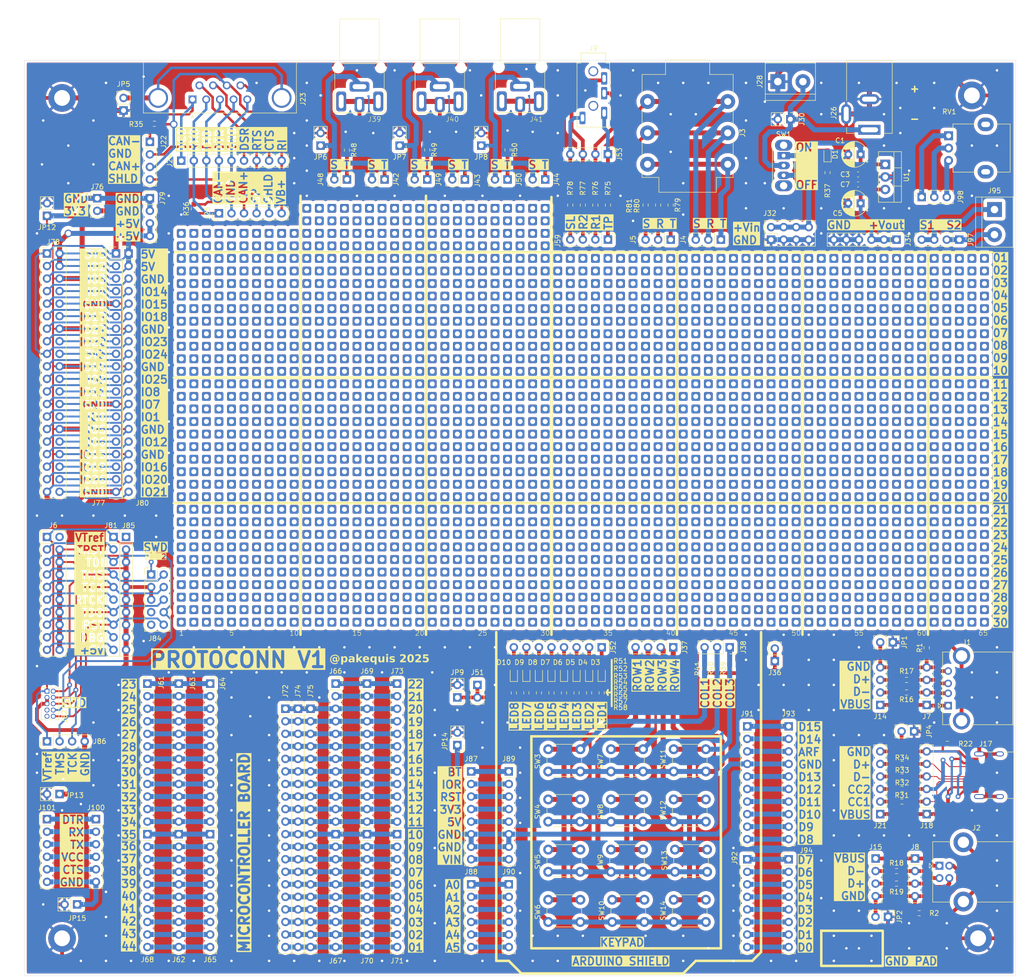
<source format=kicad_pcb>
(kicad_pcb (version 20240108) (generator "pcbnew") (generator_version "8.0")
  (title_block (title "ProtoConn") (date "2024-12-01") (rev "1.0") (company "@pakequis"))
  (layers (0 "F.Cu" signal) (31 "B.Cu" signal) (34 "B.Paste" user) (35 "F.Paste" user) (36 "B.SilkS" user "B.Silkscreen") (37 "F.SilkS" user "F.Silkscreen") (38 "B.Mask" user) (39 "F.Mask" user) (44 "Edge.Cuts" user))
  (net 0 "")
  (net 1 "Net-(D1-A)")
  (net 2 "GNDREF")
  (net 3 "Net-(D1-K)")
  (net 4 "Net-(D3-A)")
  (net 5 "Net-(D3-K)")
  (net 6 "Net-(D4-K)")
  (net 7 "Net-(D4-A)")
  (net 8 "Net-(D5-A)")
  (net 9 "Net-(D5-K)")
  (net 10 "Net-(D6-A)")
  (net 11 "Net-(D6-K)")
  (net 12 "Net-(D7-A)")
  (net 13 "Net-(D7-K)")
  (net 14 "Net-(D8-K)")
  (net 15 "Net-(D8-A)")
  (net 16 "Net-(D9-A)")
  (net 17 "Net-(D9-K)")
  (net 18 "Net-(D10-K)")
  (net 19 "Net-(D10-A)")
  (net 20 "Net-(J1-D+)")
  (net 21 "Net-(J1-Shield)")
  (net 22 "Net-(J1-GND)")
  (net 23 "Net-(J1-VBUS)")
  (net 24 "Net-(J1-D-)")
  (net 25 "Net-(J2-Shield)")
  (net 26 "Net-(J4-Pin_2)")
  (net 27 "Net-(J4-Pin_3)")
  (net 28 "Net-(J4-Pin_1)")
  (net 29 "Net-(J5-Pin_2)")
  (net 30 "Net-(J5-Pin_3)")
  (net 31 "Net-(J5-Pin_1)")
  (net 32 "Net-(J14-Pin_3)")
  (net 33 "Net-(J14-Pin_2)")
  (net 34 "Net-(J15-Pin_3)")
  (net 35 "Net-(J15-Pin_2)")
  (net 36 "Net-(J18-Pin_4)")
  (net 37 "Net-(J17-SHIELD)")
  (net 38 "Net-(J18-Pin_1)")
  (net 39 "Net-(J17-CC2)")
  (net 40 "Net-(J18-Pin_5)")
  (net 41 "Net-(J18-Pin_6)")
  (net 44 "Net-(J17-CC1)")
  (net 45 "Net-(J21-Pin_2)")
  (net 46 "Net-(J21-Pin_4)")
  (net 47 "Net-(J21-Pin_5)")
  (net 48 "Net-(J21-Pin_3)")
  (net 49 "Net-(J22-Pin_2)")
  (net 50 "Net-(J22-Pin_3)")
  (net 51 "Net-(J22-Pin_4)")
  (net 52 "Net-(J22-Pin_1)")
  (net 53 "Net-(J24-Pin_3)")
  (net 54 "Net-(J24-Pin_7)")
  (net 55 "Net-(J24-Pin_9)")
  (net 56 "Net-(J24-Pin_2)")
  (net 57 "Net-(J24-Pin_4)")
  (net 58 "Net-(J34-Pin_1)")
  (net 59 "Net-(J38-Pin_2)")
  (net 60 "Net-(J48-Pin_1)")
  (net 61 "Net-(J49-Pin_1)")
  (net 62 "Net-(J50-Pin_1)")
  (net 63 "Net-(J51-Pin_1)")
  (net 64 "Net-(J53-Pin_1)")
  (net 65 "Net-(J76-Pin_2)")
  (net 66 "Net-(J76-Pin_1)")
  (net 67 "/Microcontrollers/uc_pin2")
  (net 68 "/Microcontrollers/uc_pin3")
  (net 69 "/Microcontrollers/uc_pin8")
  (net 70 "/Microcontrollers/uc_pin4")
  (net 71 "/Microcontrollers/uc_pin12")
  (net 72 "/Microcontrollers/uc_pin6")
  (net 73 "/Microcontrollers/uc_pin1")
  (net 74 "/Microcontrollers/uc_pin9")
  (net 75 "/Microcontrollers/uc_pin7")
  (net 76 "/Microcontrollers/uc_pin5")
  (net 77 "/Microcontrollers/uc_pin11")
  (net 78 "/Microcontrollers/uc_pin10")
  (net 79 "/Microcontrollers/uc_pin13")
  (net 80 "/Microcontrollers/uc_pin17")
  (net 81 "/Microcontrollers/uc_pin19")
  (net 82 "/Microcontrollers/uc_pin21")
  (net 83 "/Microcontrollers/uc_pin14")
  (net 84 "/Microcontrollers/uc_pin18")
  (net 85 "/Microcontrollers/uc_pin20")
  (net 86 "/Microcontrollers/uc_pin22")
  (net 87 "/Microcontrollers/uc_pin15")
  (net 88 "/Microcontrollers/uc_pin16")
  (net 89 "/Microcontrollers/uc_pin37")
  (net 90 "/Microcontrollers/uc_pin38")
  (net 91 "/Microcontrollers/uc_pin41")
  (net 92 "/Microcontrollers/uc_pin40")
  (net 93 "/Microcontrollers/uc_pin35")
  (net 94 "/Microcontrollers/uc_pin33")
  (net 95 "/Microcontrollers/uc_pin39")
  (net 96 "/Microcontrollers/uc_pin44")
  (net 97 "/Microcontrollers/uc_pin36")
  (net 98 "/Microcontrollers/uc_pin42")
  (net 99 "/Microcontrollers/uc_pin34")
  (net 100 "/Microcontrollers/uc_pin43")
  (net 101 "/Microcontrollers/uc_pin31")
  (net 102 "/Microcontrollers/uc_pin30")
  (net 103 "/Microcontrollers/uc_pin32")
  (net 104 "/Microcontrollers/uc_pin25")
  (net 105 "/Microcontrollers/uc_pin26")
  (net 106 "/Microcontrollers/uc_pin24")
  (net 107 "/Microcontrollers/uc_pin29")
  (net 108 "/Microcontrollers/uc_pin28")
  (net 109 "/Microcontrollers/uc_pin23")
  (net 110 "/Microcontrollers/uc_pin27")
  (net 111 "/JTAG/TCK")
  (net 112 "/JTAG/RTCK")
  (net 113 "/JTAG/RESET")
  (net 114 "/JTAG/TDO")
  (net 115 "/JTAG/DBGRQ")
  (net 116 "/JTAG/TMS")
  (net 117 "/JTAG/5V")
  (net 118 "/JTAG/TDI")
  (net 119 "/JTAG/VTref")
  (net 120 "/JTAG/nTRST")
  (net 121 "/JTAG/JTAG_GND")
  (net 122 "/Arduino Uno/ARD_GND")
  (net 123 "/Arduino Uno/ARD_IOREF")
  (net 124 "/Arduino Uno/ARD_VIN")
  (net 125 "/Arduino Uno/ARD_RESET")
  (net 126 "/Arduino Uno/ARD_BOOT")
  (net 127 "/Arduino Uno/ARD_+5V")
  (net 128 "/Arduino Uno/ARD_+3V3")
  (net 129 "/Arduino Uno/ARD_A5")
  (net 130 "/Arduino Uno/ARD_A1")
  (net 131 "/Arduino Uno/ARD_A0")
  (net 132 "/Arduino Uno/ARD_A2")
  (net 133 "/Arduino Uno/ARD_A4")
  (net 134 "/Arduino Uno/ARD_A3")
  (net 135 "/Arduino Uno/ARD_D8")
  (net 136 "/Arduino Uno/ARD_AREF")
  (net 137 "/Arduino Uno/ARD_D14")
  (net 138 "/Arduino Uno/ARD_~D11")
  (net 139 "/Arduino Uno/ARD_~D10")
  (net 140 "/Arduino Uno/ARD_D15")
  (net 141 "/Arduino Uno/ARD_D13")
  (net 142 "/Arduino Uno/ARD_~D9")
  (net 143 "/Arduino Uno/ARD_D12")
  (net 144 "/Arduino Uno/ARD_D1{slash}TX")
  (net 145 "/Arduino Uno/ARD_~D5")
  (net 146 "/Arduino Uno/ARD_D2")
  (net 147 "/Arduino Uno/ARD_D0{slash}RX")
  (net 148 "/Arduino Uno/ARD_D4")
  (net 149 "/Arduino Uno/ARD_~D3")
  (net 150 "/Arduino Uno/ARD_D7")
  (net 151 "/Arduino Uno/ARD_~D6")
  (net 152 "Net-(J23-PAD)")
  (net 153 "Net-(J28-Pin_2)")
  (net 154 "Net-(J2-D-)")
  (net 155 "Net-(J32-Pin_2)")
  (net 156 "Net-(J15-Pin_1)")
  (net 157 "Net-(J36-Pin_1)")
  (net 158 "Net-(J37-Pin_2)")
  (net 159 "Net-(J37-Pin_3)")
  (net 160 "Net-(J37-Pin_1)")
  (net 161 "Net-(J37-Pin_4)")
  (net 162 "Net-(J38-Pin_1)")
  (net 163 "Net-(J38-Pin_3)")
  (net 164 "Net-(J39-In)")
  (net 165 "Net-(J39-Ext)")
  (net 166 "Net-(J40-In)")
  (net 167 "Net-(J40-Ext)")
  (net 168 "Net-(J41-Ext)")
  (net 169 "Net-(J41-In)")
  (net 170 "/Misc/FT_RX")
  (net 171 "/Misc/FT_VCC")
  (net 172 "/Misc/FT_TX")
  (net 173 "/Misc/FT_DTR")
  (net 174 "/Misc/FT_GND")
  (net 175 "/Misc/FT_CTS")
  (net 176 "Net-(J53-Pin_4)")
  (net 177 "Net-(J53-Pin_3)")
  (net 178 "Net-(J53-Pin_2)")
  (net 179 "Net-(J2-D+)")
  (net 180 "Net-(J15-Pin_4)")
  (net 183 "Net-(J59-Pin_2)")
  (net 184 "Net-(J59-Pin_1)")
  (net 185 "Net-(J59-Pin_3)")
  (net 186 "Net-(J59-Pin_4)")
  (net 187 "Net-(J77-Pin_14)")
  (net 188 "Net-(J77-Pin_10)")
  (net 189 "Net-(J77-Pin_2)")
  (net 190 "Net-(J77-Pin_3)")
  (net 191 "Net-(J77-Pin_15)")
  (net 192 "Net-(J77-Pin_6)")
  (net 193 "Net-(J77-Pin_12)")
  (net 194 "Net-(J77-Pin_7)")
  (net 195 "Net-(J77-Pin_4)")
  (net 196 "Net-(J77-Pin_18)")
  (net 197 "Net-(J77-Pin_19)")
  (net 198 "Net-(J77-Pin_17)")
  (net 199 "Net-(J77-Pin_16)")
  (net 200 "Net-(J77-Pin_8)")
  (net 201 "Net-(J77-Pin_11)")
  (net 202 "Net-(J78-Pin_24)")
  (net 203 "Net-(J78-Pin_28)")
  (net 204 "Net-(J78-Pin_12)")
  (net 205 "Net-(J78-Pin_2)")
  (net 206 "Net-(J78-Pin_38)")
  (net 207 "Net-(J78-Pin_8)")
  (net 208 "Net-(J78-Pin_16)")
  (net 209 "Net-(J78-Pin_18)")
  (net 210 "Net-(J78-Pin_26)")
  (net 211 "Net-(J78-Pin_22)")
  (net 212 "Net-(J78-Pin_36)")
  (net 213 "Net-(J78-Pin_10)")
  (net 214 "Net-(J78-Pin_40)")
  (net 215 "Net-(J78-Pin_32)")
  (net 220 "Net-(J95-Pin_2)")
  (net 221 "Net-(J95-Pin_1)")
  (net 222 "Net-(J98-Pin_1)")
  (net 223 "Net-(J98-Pin_2)")
  (net 224 "Net-(J98-Pin_3)")
  (footprint "Pakequis_Footprints:Perfboard_pad_1x5" (layer "F.Cu") (at 193.04 83.82)
    (property "Reference" "REF**" (hide yes))
    (property "Value" "Perfboard_pad_1x5" (hide yes))
  )
  (footprint "Pakequis_Footprints:Perfboard_pad_1x5" (layer "F.Cu") (at 167.64 86.36)
    (property "Reference" "REF**" (hide yes))
    (property "Value" "Perfboard_pad_1x5" (hide yes))
  )
  (footprint "Pakequis_Footprints:Perfboard_pad_5x5" (layer "F.Cu") (at 307.34 127)
    (property "Reference" "REF**" (hide yes))
    (property "Value" "Perfboard_pad_5x5" (hide yes))
  )
  (footprint "Resistor_SMD:R_0603_1608Metric_Pad0.98x0.95mm_HandSolder" (layer "F.Cu") (at 234.95 176.869 -90)
    (property "Reference" "R53")
    (property "Value" "0603")
  )
  (footprint "Button_Switch_THT:SW_PUSH_6mm" (layer "F.Cu") (at 261.366 213.106 180)
    (property "Reference" "SW13")
    (property "Value" "SW_Push_45deg")
  )
  (footprint "Connector_PinSocket_2.54mm:PinSocket_1x20_P2.54mm_Vertical" (layer "F.Cu") (at 178.562 180.081)
    (property "Reference" "J74")
    (property "Value" "01x20")
  )
  (footprint "Pakequis_Footprints:Perfboard_pad_10x10" (layer "F.Cu") (at 154.94 139.7)
    (property "Reference" "REF**" (hide yes))
    (property "Value" "Perfboard_pad_10x10" (hide yes))
  )
  (footprint "Connector_PinHeader_2.54mm:PinHeader_1x02_P2.54mm_Vertical" (layer "F.Cu") (at 137.922 76.708)
    (property "Reference" "J76")
    (property "Value" "01x02")
  )
  (footprint "Resistor_SMD:R_0603_1608Metric_Pad0.98x0.95mm_HandSolder" (layer "F.Cu") (at 304.292 221.488)
    (property "Reference" "R2")
    (property "Value" "0603")
  )
  (footprint "Resistor_SMD:R_0603_1608Metric_Pad0.98x0.95mm_HandSolder" (layer "F.Cu") (at 157.48 78.8435 -90)
    (property "Reference" "R36")
    (property "Value" "0603")
  )
  (footprint "Connector_PinHeader_2.54mm:PinHeader_1x02_P2.54mm_Vertical" (layer "F.Cu") (at 212.344 72.898 -90)
    (property "Reference" "J43")
    (property "Value" "01x02")
  )
  (footprint "Potentiometer_THT:Potentiometer_Alpha_RD901F-40-00D_Single_Vertical" (layer "F.Cu") (at 310.251 64.048)
    (property "Reference" "RV1")
    (property "Value" "Pot.")
  )
  (footprint "Connector_PinHeader_2.54mm:PinHeader_1x02_P2.54mm_Vertical" (layer "F.Cu") (at 183.134 66.04 180)
    (property "Reference" "JP6")
    (property "Value" "Jumper")
  )
  (footprint "Pakequis_Footprints:Perfboard_pad_10x10" (layer "F.Cu") (at 256.54 114.3)
    (property "Reference" "REF**" (hide yes))
    (property "Value" "Perfboard_pad_10x10" (hide yes))
  )
  (footprint "Resistor_SMD:R_0603_1608Metric_Pad0.98x0.95mm_HandSolder" (layer "F.Cu") (at 300.8395 191.262 180)
    (property "Reference" "R34")
    (property "Value" "0603")
  )
  (footprint "Connector_PinHeader_2.54mm:PinHeader_1x08_P2.54mm_Vertical" (layer "F.Cu") (at 277.876 210.566)
    (property "Reference" "J94")
    (property "Value" "01x08")
  )
  (footprint "Connector_PinHeader_2.54mm:PinHeader_1x02_P2.54mm_Vertical" (layer "F.Cu") (at 278.222 60.702 -90)
    (property "Reference" "J30")
    (property "Value" "01x02")
  )
  (footprint "Connector_PinSocket_2.54mm:PinSocket_1x12_P2.54mm_Vertical" (layer "F.Cu") (at 160.782 175.001)
    (property "Reference" "J64")
    (property "Value" "01x12")
  )
  (footprint "Pakequis_Footprints:PJ-320A" (layer "F.Cu") (at 238.338 46.81)
    (property "Reference" "J9")
    (property "Value" "PJ-320A")
  )
  (footprint "Pakequis_Footprints:Perfboard_pad_10x10" (layer "F.Cu") (at 154.94 88.9)
    (property "Reference" "REF**" (hide yes))
    (property "Value" "Perfboard_pad_10x10" (hide yes))
  )
  (footprint "Resistor_SMD:R_0603_1608Metric_Pad0.98x0.95mm_HandSolder" (layer "F.Cu") (at 305.816 167.7435 90)
    (property "Reference" "R1")
    (property "Value" "0603")
  )
  (footprint "Connector_PinHeader_2.54mm:PinHeader_1x09_P2.54mm_Vertical" (layer "F.Cu") (at 154.94 69.088 90)
    (property "Reference" "J24")
    (property "Value" "01x09")
  )
  (footprint "Connector_PinHeader_2.54mm:PinHeader_1x02_P2.54mm_Vertical" (layer "F.Cu") (at 188.468 72.898 -90)
    (property "Reference" "J48")
    (property "Value" "01x02")
  )
  (footprint "Button_Switch_THT:SW_PUSH_6mm" (layer "F.Cu") (at 248.412 202.946 180)
    (property "Reference" "SW8")
    (property "Value" "SW_Push_45deg")
  )
  (footprint "Connector_PinHeader_2.54mm:PinHeader_1x02_P2.54mm_Vertical" (layer "F.Cu") (at 127.762 80.264 180)
    (property "Reference" "JP12")
    (property "Value" "Jumper")
  )
  (footprint "Capacitor_THT:CP_Radial_D5.0mm_P2.50mm" (layer "F.Cu") (at 292.446 77.72 180)
    (property "Reference" "C5")
    (property "Value" "C")
  )
  (footprint "Connector_PinHeader_2.54mm:PinHeader_2x04_P2.54mm_Vertical" (layer "F.Cu") (at 274.32 85.09 90)
    (property "Reference" "J32")
    (property "Value" "02x04")
  )
  (footprint "Resistor_SMD:R_0603_1608Metric_Pad0.98x0.95mm_HandSolder" (layer "F.Cu") (at 254 78.0815 -90)
    (property "Reference" "R79")
    (property "Value" "R")
  )
  (footprint "Pakequis_Footprints:Perfboard_pad_1x5" (layer "F.Cu") (at 218.44 83.82)
    (property "Reference" "REF**" (hide yes))
    (property "Value" "Perfboard_pad_1x5" (hide yes))
  )
  (footprint "Connector_PinHeader_2.54mm:PinHeader_1x04_P2.54mm_Vertical" (layer "F.Cu") (at 148.59 65.278)
    (property "Reference" "J22")
    (property "Value" "01x04")
  )
  (footprint "Resistor_SMD:R_0603_1608Metric_Pad0.98x0.95mm_HandSolder" (layer "F.Cu") (at 300.7925 198.882 180)
    (property "Reference" "R31")
    (property "Value" "0603")
  )
  (footprint "Pakequis_Footprints:Perfboard_pad_1x5" (layer "F.Cu") (at 180.34 83.82)
    (property "Reference" "REF**" (hide yes))
    (property "Value" "Perfboard_pad_1x5" (hide yes))
  )
  (footprint "Connector_PinHeader_2.54mm:PinHeader_1x10_P2.54mm_Vertical" (layer "F.Cu") (at 192.532 205.481)
    (property "Reference" "J70")
    (property "Value" "01x10")
  )
  (footprint "Resistor_SMD:R_0603_1608Metric_Pad0.98x0.95mm_HandSolder" (layer "F.Cu") (at 248.92 78.0815 -90)
    (property "Reference" "R81")
    (property "Value" "R")
  )
  (footprint "Button_Switch_THT:SW_PUSH_6mm" (layer "F.Cu") (at 248.666 223.266 180)
    (property "Reference" "SW10")
    (property "Value" "SW_Push_45deg")
  )
  (footprint "Resistor_SMD:R_0603_1608Metric_Pad0.98x0.95mm_HandSolder" (layer "F.Cu") (at 301.739 176.784 180)
    (property "Reference" "R16")
    (property "Value" "0603")
  )
  (footprint "Resistor_SMD:R_0603_1608Metric_Pad0.98x0.95mm_HandSolder" (layer "F.Cu") (at 241.3 78.0975 -90)
    (property "Reference" "R75")
    (property "Value" "R")
  )
  (footprint "Connector_PinHeader_2.54mm:PinHeader_1x02_P2.54mm_Vertical" (layer "F.Cu") (at 143.256 58.928 180)
    (property "Reference" "JP5")
    (property "Value" "Jumper")
  )
  (footprint "Resistor_SMD:R_0603_1608Metric_Pad0.98x0.95mm_HandSolder" (layer "F.Cu") (at 227.33 176.869 -90)
    (property "Reference" "R56")
    (property "Value" "0603")
  )
  (footprint "Connector_PinHeader_2.54mm:PinHeader_1x02_P2.54mm_Vertical" (layer "F.Cu") (at 228.6 72.898 -90)
    (property "Reference" "J44")
    (property "Value" "01x02")
  )
  (footprint "Pakequis_Footprints:Perfboard_pad_10x10" (layer "F.Cu") (at 281.94 114.3)
    (property "Reference" "REF**" (hide yes))
    (property "Value" "Perfboard_pad_10x10" (hide yes))
  )
  (footprint "Connector_BarrelJack:BarrelJack_Kycon_KLDX-0202-xC_Horizontal" (layer "F.Cu") (at 294.224 62.838 -90)
    (property "Reference" "J26")
    (property "Value" "Barrel Jack")
  )
  (footprint "Connector_PinSocket_2.54mm:PinSocket_1x03_P2.54mm_Vertical" (layer "F.Cu") (at 304.8 76.454 90)
    (property "Reference" "J98")
    (property "Value" "01x03")
  )
  (footprint "Connector_PinHeader_2.54mm:PinHeader_1x02_P2.54mm_Vertical" (layer "F.Cu") (at 130.302 197.358 -90)
    (property "Reference" "JP13")
    (property "Value" "Jumper")
  )
  (footprint "Pakequis_Footprints:Perfboard_pad_10x10" (layer "F.Cu") (at 205.74 88.9)
    (property "Reference" "REF**" (hide yes))
    (property "Value" "Perfboard_pad_10x10" (hide yes))
  )
  (footprint "Capacitor_SMD:C_0603_1608Metric_Pad1.08x0.95mm_HandSolder" (layer "F.Cu") (at 291.925 73.91 180)
    (property "Reference" "C7")
    (property "Value" "C 0603")
  )
  (footprint "Pakequis_Footprints:Perfboard_pad_1x5" (layer "F.Cu") (at 180.34 81.28)
    (property "Reference" "REF**" (hide yes))
    (property "Value" "Perfboard_pad_1x5" (hide yes))
  )
  (footprint "Pakequis_Footprints:Perfboard_pad_5x5" (layer "F.Cu") (at 307.34 101.6)
    (property "Reference" "REF**" (hide yes))
    (property "Value" "Perfboard_pad_5x5" (hide yes))
  )
  (footprint "Connector_PinSocket_2.54mm:PinSocket_1x08_P2.54mm_Vertical" (layer "F.Cu") (at 221.234 192.786)
    (property "Reference" "J89")
    (property "Value" "01x08")
  )
  (footprint "Resistor_SMD:R_0603_1608Metric_Pad0.98x0.95mm_HandSolder" (layer "F.Cu") (at 299.707 215.4936 180)
    (property "Reference" "R19")
    (property "Value" "0603")
  )
  (footprint "Pakequis_Footprints:Perfboard_pad_1x5" (layer "F.Cu") (at 180.34 86.36)
    (property "Reference" "REF**" (hide yes))
    (property "Value" "Perfboard_pad_1x5" (hide yes))
  )
  (footprint "TerminalBlock:TerminalBlock_bornier-2_P5.08mm" (layer "F.Cu") (at 319.532 78.994 -90)
    (property "Reference" "J95")
    (property "Value" "Screw 01x02")
  )
  (footprint "Pakequis_Footprints:Perfboard_pad_1x5" (layer "F.Cu") (at 218.44 81.28)
    (property "Reference" "REF**" (hide yes))
    (property "Value" "Perfboard_pad_1x5" (hide yes))
  )
  (footprint "Resistor_SMD:R_0603_1608Metric_Pad0.98x0.95mm_HandSolder" (layer "F.Cu") (at 236.22 78.0975 -90)
    (property "Reference" "R77")
    (property "Value" "R")
  )
  (footprint "Pakequis_Footprints:RCA-105-105A" (layer "F.Cu") (at 191.008 49.402)
    (property "Reference" "J39")
    (property "Value" "RCA 1")
  )
  (footprint "Pakequis_Footprints:Perfboard_pad_1x5" (layer "F.Cu") (at 154.94 86.36)
    (property "Reference" "REF**" (hide yes))
    (property "Value" "Perfboard_pad_1x5" (hide yes))
  )
  (footprint "MountingHole:MountingHole_3.2mm_M3_DIN965_Pad_TopBottom" (layer "F.Cu") (at 314.96 55.88)
    (property "Reference" "H3" (hide yes))
    (property "Value" "M3" (hide yes))
  )
  (footprint "Pakequis_Footprints:Perfboard_pad_1x5" (layer "F.Cu") (at 218.44 78.74)
    (property "Reference" "REF**" (hide yes))
    (property "Value" "Perfboard_pad_1x5" (hide yes))
  )
  (footprint "Connector_PinHeader_2.54mm:PinHeader_1x04_P2.54mm_Vertical" (layer "F.Cu") (at 312.42 85.09 -90)
    (property "Reference" "J97")
    (property "Value" "01x04")
  )
  (footprint "Connector_PinHeader_2.54mm:PinHeader_2x05_P2.54mm_Vertical" (layer "F.Cu") (at 148.844 152.908)
    (property "Reference" "J84")
    (property "Value" "02x05")
  )
  (footprint "Connector_PinHeader_2.54mm:PinHeader_1x08_P2.54mm_Vertical" (layer "F.Cu") (at 213.614 192.786)
    (property "Reference" "J87")
    (property "Value" "01x08")
  )
  (footprint "TerminalBlock:TerminalBlock_bornier-2_P5.08mm" (layer "F.Cu") (at 275.682 53.082)
    (property "Reference" "J28")
    (property "Value" "Screw 01x02")
  )
  (footprint "Connector_PinHeader_1.27mm:PinHeader_2x05_P1.27mm_Vertical" (layer "F.Cu") (at 127.762 176.53)
    (property "Reference" "J82")
    (property "Value" "02x05 50 mils (1.27 mm)")
  )
  (footprint "Pakequis_Footprints:Perfboard_pad_10x10" (layer "F.Cu") (at 180.34 88.9)
    (property "Reference" "REF**" (hide yes))
    (property "Value" "Perfboard_pad_10x10" (hide yes))
  )
  (footprint "Pakequis_Footprints:Perfboard_pad_5x5" (layer "F.Cu") (at 307.34 88.9)
    (property "Reference" "REF**" (hide yes))
    (property "Value" "Perfboard_pad_5x5" (hide yes))
  )
  (footprint "Connector_PinHeader_2.54mm:PinHeader_1x06_P2.54mm_Vertical" (layer "F.Cu") (at 299.72 85.09 -90)
    (property "Reference" "J34")
    (property "Value" "01x06")
  )
  (footprint "Connector_PinHeader_2.54mm:PinHeader_1x06_P2.54mm_Vertical" (layer "F.Cu") (at 305.816 201.422 180)
    (property "Reference" "J18")
    (property "Value" "01x06")
  )
  (footprint "MountingHole:MountingHole_3.2mm_M3_DIN965_Pad_TopBottom" (layer "F.Cu") (at 130.81 226.568)
    (property "Reference" "H4" (hide yes))
    (property "Value" "M3" (hide yes))
  )
  (footprint "Connector_PinHeader_2.54mm:PinHeader_1x12_P2.54mm_Vertical" (layer "F.Cu") (at 198.628 175.001)
    (property "Reference" "J73")
    (property "Value" "01x12")
  )
  (footprint "Resistor_SMD:R_0603_1608Metric_Pad0.98x0.95mm_HandSolder" (layer "F.Cu") (at 299.707 212.9536 180)
    (property "Reference" "R18")
    (property "Value" "0603")
  )
  (footprint "LED_SMD:LED_0603_1608Metric" (layer "F.Cu") (at 237.49 173.0715 90)
    (property "Reference" "D4")
    (property "Value" "LED")
  )
  (footprint "Connector_PinHeader_2.54mm:PinHeader_1x04_P2.54mm_Vertical" (layer "F.Cu") (at 296.418 179.324 180)
    (property "Reference" "J14")
    (property "Value" "01x04")
  )
  (footprint "LED_SMD:LED_0603_1608Metric" (layer "F.Cu") (at 285.75 67.8435 90)
    (property "Reference" "D1")
    (property "Value" "LED")
  )
  (footprint "Connector_PinSocket_2.54mm:PinSocket_1x03_P2.54mm_Vertical" (layer "F.Cu") (at 264.16 85.09 -90)
    (property "Reference" "J4")
    (property "Value" "01x03")
  )
  (footprint "LED_SMD:LED_0603_1608Metric" (layer "F.Cu") (at 224.79 173.0715 90)
    (property "Reference" "D9")
    (property "Value" "LED")
  )
  (footprint "Connector_PinSocket_2.54mm:PinSocket_1x03_P2.54mm_Vertical" (layer "F.Cu") (at 265.938 167.64 -90)
    (property "Reference" "J38")
    (property "Value" "01x03")
  )
  (footprint "Connector_PinSocket_2.54mm:PinSocket_1x10_P2.54mm_Vertical" (layer "F.Cu") (at 160.782 205.481)
    (property "Reference" "J65")
    (property "Value" "01x10")
  )
  (footprint "LED_SMD:LED_0603_1608Metric" (layer "F.Cu") (at 232.41 173.0715 90)
    (property "Reference" "D6")
    (property "Value" "LED")
  )
  (footprint "Resistor_SMD:R_0603_1608Metric_Pad0.98x0.95mm_HandSolder" (layer "F.Cu") (at 301.739 174.244 180)
    (property "Reference" "R17")
    (property "Value" "0603")
  )
  (footprint "Connector_PinHeader_2.54mm:PinHeader_1x10_P2.54mm_Vertical" (layer "F.Cu") (at 143.764 145.288)
    (property "Reference" "J85")
    (property "Value" "01x10")
  )
  (footprint "Resistor_SMD:R_0603_1608Metric_Pad0.98x0.95mm_HandSolder" (layer "F.Cu") (at 233.68 78.0975 -90)
    (property "Reference" "R78")
    (property "Value" "R")
  )
  (footprint "Resistor_SMD:R_0603_1608Metric_Pad0.98x0.95mm_HandSolder" (layer "F.Cu") (at 238.76 78.0975 -90)
    (property "Reference" "R76")
    (property "Value" "R")
  )
  (footprint "Connector_USB:USB_A_CONNFLY_DS1095-WNR0" (layer "F.Cu") (at 310.1605 179.454 90)
    (property "Reference" "J1")
    (property "Value" "USB A")
  )
  (footprint "Capacitor_SMD:C_0603_1608Metric_Pad1.08x0.95mm_HandSolder" (layer "F.Cu") (at 291.925 71.878 180)
    (property "Reference" "C3")
    (property "Value" "C 0603")
  )
  (footprint "Connector_PinHeader_2.54mm:PinHeader_1x06_P2.54mm_Vertical" (layer "F.Cu") (at 296.418 201.422 180)
    (property "Reference" "J21")
    (property "Value" "01x06")
  )
  (footprint "Button_Switch_THT:SW_PUSH_6mm" (layer "F.Cu") (at 235.712 223.266 180)
    (property "Reference" "SW6")
    (property "Value" "SW_Push_45deg")
  )
  (footprint "Button_Switch_THT:SW_PUSH_6mm" (layer "F.Cu") (at 248.412 192.786 180)
    (property "Reference" "SW7")
    (property "Value" "SW_Push_45deg")
  )
  (footprint "Connector_PinHeader_2.54mm:PinHeader_1x12_P2.54mm_Vertical" (layer "F.Cu") (at 154.432 175.001)
    (property "Reference" "J63")
    (property "Value" "01x12")
  )
  (footprint "Connector_PinHeader_2.54mm:PinHeader_1x02_P2.54mm_Vertical" (layer "F.Cu") (at 214.884 175.26)
    (property "Reference" "J51")
    (property "Value" "01x02")
  )
  (footprint "Pakequis_Footprints:Perfboard_pad_10x10" (layer "F.Cu") (at 180.34 114.3)
    (property "Reference" "REF**" (hide yes))
    (property "Value" "Perfboard_pad_10x10" (hide yes))
  )
  (footprint "Resistor_SMD:R_0603_1608Metric_Pad0.98x0.95mm_HandSolder" (layer "F.Cu") (at 251.46 78.0815 -90)
    (property "Reference" "R80")
    (property "Value" "R")
  )
  (footprint "Pakequis_Footprints:RCA-105-105A" (layer "F.Cu") (at 207.264 49.402)
    (property "Reference" "J40")
    (property "Value" "RCA 2")
  )
  (footprint "LED_SMD:LED_0603_1608Metric" (layer "F.Cu") (at 222.25 173.0715 90)
    (property "Reference" "D10")
    (property "Value" "LED")
  )
  (footprint "Connector_PinHeader_2.54mm:PinHeader_1x02_P2.54mm_Vertical" (layer "F.Cu") (at 196.088 72.898 -90)
    (property "Reference" "J42")
    (property "Value" "01x02")
  )
  (footprint "Connector_PinHeader_2.54mm:PinHeader_1x02_P2.54mm_Vertical" (layer "F.Cu") (at 210.82 187.452 180)
    (property "Reference" "JP14")
    (property "Value" "Jumper")
  )
  (footprint "Connector_Audio:Jack_6.35mm_Neutrik_NMJ6HCD3_Horizontal" (layer "F.Cu") (at 265.544 57.118 -90)
    (property "Reference" "J3")
    (property "Value" "NMJ6HCD3")
  )
  (footprint "LED_SMD:LED_0603_1608Metric" (layer "F.Cu") (at 240.03 173.0715 90)
    (property "Reference" "D3")
    (property "Value" "LED")
  )
  (footprint "Resistor_SMD:R_0603_1608Metric_Pad0.98x0.95mm_HandSolder" (layer "F.Cu") (at 149.5025 61.6185 180)
    (property "Reference" "R35")
    (property "Value" "0603")
  )
  (footprint "Connector_Dsub:DSUB-9_Female_Horizontal_P2.77x2.84mm_EdgePinOffset4.94mm_Housed_MountingHolesOffset7.48mm" (layer "F.Cu") (at 157.22 56.688 180)
    (property "Reference" "J23")
    (property "Value" "DE9")
  )
  (footprint "Pakequis_Footprints:Perfboard_pad_10x10" (layer "F.Cu") (at 256.54 139.7)
    (property "Reference" "REF**" (hide yes))
    (property "Value" "Perfboard_pad_10x10" (hide yes))
  )
  (footprint "Connector_PinHeader_2.54mm:PinHeader_1x04_P2.54mm_Vertical" (layer "F.Cu") (at 241.3 67.787 -90)
    (property "Reference" "J53")
    (property "Value" "01x04")
  )
  (footprint "Pakequis_Footprints:Perfboard_pad_10x10" (layer "F.Cu") (at 180.34 139.7)
    (property "Reference" "REF**" (hide yes))
    (property "Value" "Perfboard_pad_10x10" (hide yes))
  )
  (footprint "Pakequis_Footprints:Perfboard_pad_5x5" (layer "F.Cu") (at 307.34 139.7)
    (property "Reference" "REF**" (hide yes))
    (property "Value" "Perfboard_pad_5x5" (hide yes))
  )
  (footprint "Button_Switch_THT:SW_PUSH_6mm" (layer "F.Cu") (at 248.412 213.106 180)
    (property "Reference" "SW9")
    (property "Value" "SW_Push_45deg")
  )
  (footprint "Connector_PinHeader_2.54mm:PinHeader_1x02_P2.54mm_Vertical" (layer "F.Cu") (at 204.724 72.898 -90)
    (property "Reference" "J49")
    (property "Value" "01x02")
  )
  (footprint "Connector_PinHeader_2.54mm:PinHeader_1x08_P2.54mm_Vertical" (layer "F.Cu") (at 240.03 167.64 -90)
    (property "Reference" "J52")
    (property "Value" "Conn_01x08")
  )
  (footprint "Capacitor_THT:CP_Radial_D5.0mm_P2.50mm" (layer "F.Cu") (at 292.446 67.814 180)
    (property "Reference" "C1")
    (property "Value" "C")
  )
  (footprint "Pakequis_Footprints:Perfboard_pad_1x5" (layer "F.Cu") (at 205.74 81.28)
    (property "Reference" "REF**" (hide yes))
    (property "Value" "Perfboard_pad_1x5" (hide yes))
  )
  (footprint "Pakequis_Footprints:Perfboard_pad_10x10" (layer "F.Cu") (at 205.74 139.7)
    (property "Reference" "REF**" (hide yes))
    (property "Value" "Perfboard_pad_10x10" (hide yes))
  )
  (footprint "Resistor_SMD:R_0603_1608Metric_Pad0.98x0.95mm_HandSolder" (layer "F.Cu") (at 220.98 66.9055 -90)
    (property "Reference" "R50")
    (property "Value" "0603")
  )
  (footprint "Button_Switch_THT:SW_PUSH_6mm" (layer "F.Cu") (at 235.712 192.786 180)
    (property "Reference" "SW3")
    (property "Value" "SW_Push_45deg")
  )
  (footprint "Button_Switch_THT:SW_Slide_SPDT_Straight_CK_OS102011MS2Q" (layer "F.Cu") (at 276.86 68.068 -90)
    (property "Reference" "SW1")
    (property "Value" "SW_SPDT")
  )
  (footprint "Resistor_SMD:R_0603_1608Metric_Pad0.98x0.95mm_HandSolder" (layer "F.Cu") (at 224.79 176.869 90)
    (property "Reference" "R57")
    (property "Value" "0603")
  )
  (footprint "Resistor_SMD:R_0603_1608Metric_Pad0.98x0.95mm_HandSolder" (layer "F.Cu") (at 263.411 171.958 90)
    (property "Reference" "R40")
    (property "Value" "0603")
  )
  (footprint "Pakequis_Footprints:Perfboard_pad_10x10" (layer "F.Cu") (at 231.14 114.3)
    (property "Reference" "REF**" (hide yes))
    (property "Value" "Perfboard_pad_10x10" (hide yes))
  )
  (footprint "LED_SMD:LED_0603_1608Metric" (layer "F.Cu") (at 227.33 173.0715 90)
    (property "Reference" "D8")
    (property "Value" "LED")
  )
  (footprint "Pakequis_Footprints:Perfboard_pad_1x5" (layer "F.Cu") (at 218.44 86.36)
    (property "Reference" "REF**" (hide yes))
    (property "Value" "Perfboard_pad_1x5" (hide yes))
  )
  (footprint "Connector_PinSocket_2.54mm:PinSocket_1x06_P2.54mm_Vertical" (layer "F.Cu") (at 221.234 215.646)
    (property "Reference" "J90")
    (property "Value" "01x06")
  )
  (footprint "Connector_PinHeader_2.54mm:PinHeader_1x12_P2.54mm_Vertical" (layer "F.Cu") (at 192.532 175.001)
    (property "Reference" "J69")
    (property "Value" "01x12")
  )
  (footprint "Pakequis_Footprints:Perfboard_pad_10x10" (layer "F.Cu") (at 205.74 114.3)
    (property "Reference" "REF**" (hide yes))
    (property "Value" "Perfboard_pad_10x10" (hide yes))
  )
  (footprint "Connector_PinHeader_2.54mm:PinHeader_1x02_P2.54mm_Vertical" (layer "F.Cu") (at 275.082 170.434 180)
    (property "Reference" "J36")
    (property "Value" "01x02")
  )
  (footprint "Button_Switch_THT:SW_PUSH_6mm" (layer "F.Cu") (at 235.712 213.106 180)
    (property "Reference" "SW5")
    (property "Value" "SW_Push_45deg")
  )
  (footprint "Connector_PinHeader_2.54mm:PinHeader_1x06_P2.54mm_Vertical" (layer "F.Cu") (at 137.668 202.438)
    (property "Reference" "J100")
    (property "Value" "01x06")
  )
  (footprint "Connector_PinSocket_2.54mm:PinSocket_1x20_P2.54mm_Vertical" (layer "F.Cu") (at 181.102 180.081)
    (property "Reference" "J75")
    (property "Value" "01x20")
  )
  (footprint "Resistor_SMD:R_0603_1608Metric_Pad0.98x0.95mm_HandSolder" (layer "F.Cu") (at 265.938 171.958 90)
    (property "Reference" "R39")
    (property "Value" "0603")
  )
  (footprint "Connector_PinHeader_2.54mm:PinHeader_1x10_P2.54mm_Vertical" (layer "F.Cu") (at 154.432 205.481)
    (property "Reference" "J62")
    (property "Value" "01x10")
  )
  (footprint "Pakequis_Footprints:Perfboard_pad_5x5" (layer "F.Cu") (at 307.34 152.4)
    (property "Reference" "REF**" (hide yes))
    (property "Value" "Perfboard_pad_5x5" (hide yes))
  )
  (footprint "Pakequis_Footprints:Perfboard_pad_10x10" (layer "F.Cu") (at 231.14 139.7)
    (property "Reference" "REF**" (hide yes))
    (property "Value" "Perfboard_pad_10x10" (hide yes))
  )
  (footprint "Connector_PinHeader_2.54mm:PinHeader_1x20_P2.54mm_Vertical" (layer "F.Cu") (at 144.272 87.884)
    (property "Reference" "J80")
    (property "Value" "01x20")
  )
  (footprint "LED_SMD:LED_0603_1608Metric" (layer "F.Cu") (at 229.87 173.0715 90)
    (property "Reference" "D7")
    (property "Value" "LED")
  )
  (footprint "Resistor_SMD:R_0603_1608Metric_Pad0.98x0.95mm_HandSolder" (layer "F.Cu") (at 285.75 71.5245 -90)
    (property "Reference" "R37")
    (property "Value" "0603")
  )
  (footprint "Pakequis_Footprints:Perfboard_pad_1x5" (layer "F.Cu") (at 205.74 86.36)
    (property "Reference" "REF**" (hide yes))
    (property "Value" "Perfboard_pad_1x5" (hide yes))
  )
  (footprint "Connector_PinHeader_2.54mm:PinHeader_1x04_P2.54mm_Vertical" (layer "F.Cu") (at 254.508 167.64 -90)
    (property "Reference" "J37")
    (property "Value" "01x04")
  )
  (footprint "Resistor_SMD:R_0603_1608Metric_Pad0.98x0.95mm_HandSolder" (layer "F.Cu") (at 240.03 176.869 90)
    (property "Reference" "R51")
    (property "Value" "0603")
  )
  (footprint "Connector_PinHeader_2.54mm:PinHeader_1x02_P2.54mm_Vertical" (layer "F.Cu") (at 297.9928 222.2246 -90)
    (property "Reference" "JP2")
    (property "Value" "Jumper")
  )
  (footprint "Connector_PinHeader_2.54mm:PinHeader_1x02_P2.54mm_Vertical" (layer "F.Cu") (at 215.646 66.04 180)
    (property "Reference" "JP8")
    (property "Value" "Jumper")
  )
  (footprint "Connector_PinSocket_2.54mm:PinSocket_1x20_P2.54mm_Vertical" (layer "F.Cu") (at 176.022 180.081)
    (property "Reference" "J72")
    (property "Value" "01x20")
  )
  (footprint "Button_Switch_THT:SW_PUSH_6mm" (layer "F.Cu") (at 261.112 202.946 180)
    (property "Reference" "SW12")
    (property "Value" "SW_Push_45deg")
  )
  (footprint "Connector_PinHeader_2.54mm:PinHeader_1x10_P2.54mm_Vertical" (layer "F.Cu") (at 148.082 205.481)
    (property "Reference" "J68")
    (property "Value" "01x10")
  )
  (footprint "Connector_PinHeader_2.54mm:PinHeader_1x02_P2.54mm_Vertical" (layer "F.Cu") (at 220.98 72.898 -90)
    (property "Reference" "J50")
    (property "Value" "01x02")
  )
  (footprint "Connector_PinSocket_2.54mm:PinSocket_1x03_P2.54mm_Vertical" (layer "F.Cu") (at 254 85.09 -90)
    (property "Reference" "J5")
    (property "Value" "01x03")
  )
  (footprint "Resistor_SMD:R_0603_1608Metric_Pad0.98x0.95mm_HandSolder" (layer "F.Cu") (at 222.25 176.869 -90)
    (property "Reference" "R58")
    (property "Value" "0603")
  )
  (footprint "Connector_PinHeader_2.54mm:PinHeader_1x04_P2.54mm_Vertical" (layer "F.Cu") (at 127.762 186.69 90)
    (property "Reference" "J86")
    (property "Value" "01x04")
  )
  (footprint "Pakequis_Footprints:Perfboard_pad_1x5" (layer "F.Cu") (at 154.94 83.82)
    (property "Reference" "REF**" (hide yes))
    (property "Value" "Perfboard_pad_1x5" (hide yes))
  )
  (footprint "Pakequis_Footprints:Perfboard_pad_1x5" (layer "F.Cu") (at 205.74 78.74)
    (property "Reference" "REF**" (hide yes))
    (property "Value" "Perfboard_pad_1x5" (hide yes))
  )
  (footprint "Resistor_SMD:R_0603_1608Metric_Pad0.98x0.95mm_HandSolder" (layer "F.Cu") (at 204.724 66.9055 -90)
    (property "Reference" "R49")
    (property "Value" "0603")
  )
  (footprint "Connector_PinSocket_2.54mm:PinSocket_1x08_P2.54mm_Vertical" (layer "F.Cu") (at 269.494 210.566)
    (property "Reference" "J92")
    (property "Value" "01x08")
  )
  (footprint "MountingHole:MountingHole_3.2mm_M3_DIN965_Pad_TopBottom" (layer "F.Cu") (at 316.23 226.568)
    (property "Reference" "H2" (hide yes))
    (property "Value" "M3" (hide yes))
  )
  (footprint "Connector_PinHeader_2.54mm:PinHeader_2x20_P2.54mm_Vertical" (layer "F.Cu") (at 127.762 87.884)
    (property "Reference" "J78")
    (property "Value" "02x20")
  )
  (footprint "Pakequis_Footprints:Perfboard_pad_10x10" (layer "F.Cu") (at 281.94 88.9)
    (property "Reference" "REF**" (hide yes))
    (property "Value" "Perfboard_pad_10x10" (hide yes))
  )
  (footprint "Connector_PinHeader_2.54mm:PinHeader_1x06_P2.54mm_Vertical" (layer "F.Cu") (at 213.614 215.646)
    (property "Reference" "J88")
    (property "Value" "01x06")
  )
  (footprint "Resistor_SMD:R_0603_1608Metric_Pad0.98x0.95mm_HandSolder" (layer "F.Cu") (at 229.87 176.869 -90)
    (property "Reference" "R55")
    (property "Value" "0603")
  )
  (footprint "Connector_PinHeader_2.54mm:PinHeader_1x20_P2.54mm_Vertical" (layer "F.Cu") (at 141.732 87.884)
    (property "Reference" "J77")
    (property "Value" "01x20")
  )
  (footprint "Button_Switch_THT:SW_PUSH_6mm" (layer "F.Cu") (at 235.712 202.946 180)
    (property "Reference" "SW4")
    (property "Value" "SW_Push_45deg")
  )
  (footprint "Connector_PinHeader_2.54mm:PinHeader_2x10_P2.54mm_Vertical" (layer "F.Cu") (at 127.762 145.288)
    (property "Reference" "J6")
    (property "Value" "02x10")
  )
  (footprint "Pakequis_Footprints:Perfboard_pad_1x5" (layer "F.Cu") (at 193.04 78.74)
    (property "Reference" "REF**" (hide yes))
    (property "Value" "Perfboard_pad_1x5" (hide yes))
  )
  (footprint "Package_TO_SOT_THT:TO-220-3_Vertical" (layer "F.Cu") (at 297.434 69.85 -90)
    (property "Reference" "U1")
    (property "Value" "LM78XX TO220")
  )
  (footprint "Resistor_SMD:R_0603_1608Metric_Pad0.98x0.95mm_HandSolder" (layer "F.Cu") (at 232.41 176.869 90)
    (property "Reference" "R54")
    (property "Value" "0603")
  )
  (footprint "Resistor_SMD:R_0603_1608Metric_Pad0.98x0.95mm_HandSolder" (layer "F.Cu") (at 300.8395 193.802 180)
    (property "Reference" "R33")
    (property "Value" "0603")
  )
  (footprint "Connector_PinHeader_2.54mm:PinHeader_1x02_P2.54mm_Vertical" (layer "F.Cu") (at 210.82 177.8 180)
    (property "Reference" "JP9")
    (property "Value" "Jumper")
  )
  (footprint "Pakequis_Footprints:Perfboard_pad_5x5" (layer "F.Cu") (at 307.34 114.3)
    (property "Reference" "REF**" (hide yes))
    (property "Value" "Perfboard_pad_5x5" (hide yes))
  )
  (footprint "Button_Switch_THT:SW_PUSH_6mm" (layer "F.Cu") (at 261.112 223.266 180)
    (property "Reference" "SW14")
    (property "Value" "SW_Push_45deg")
  )
  (footprint "MountingHole:MountingHole_3.2mm_M3_DIN965_Pad_TopBottom" (layer "F.Cu") (at 130.81 56.388)
    (property "Reference" "H1" (hide yes))
    (property "Value" "M3" (hide yes))
  )
  (footprint "Button_Switch_THT:SW_PUSH_6mm" (layer "F.Cu") (at 261.112 192.786 180)
    (property "Reference" "SW11")
    (property "Value" "SW_Push_45deg")
  )
  (footprint "Pakequis_Footprints:Perfboard_pad_1x5" (layer "F.Cu") (at 193.04 86.36)
    (property "Reference" "REF**" (hide yes))
    (property "Value" "Perfboard_pad_1x5" (hide yes))
  )
  (footprint "Connector_PinHeader_2.54mm:PinHeader_1x02_P2.54mm_Vertical" (layer "F.Cu") (at 303.276 184.658 -90)
    (property "Reference" "JP4")
    (property "Value" "Jumper_2_Open")
  )
  (footprint "Connector_PinHeader_2.54mm:PinHeader_1x02_P2.54mm_Vertical" (layer "F.Cu") (at 298.958 166.624 -90)
    (property "Reference" "JP1")
    (property "Value" "Jumper")
  )
  (footprint "Connector_PinSocket_2.54mm:PinSocket_1x10_P2.54mm_Vertical" (layer "F.Cu") (at 186.182 205.481)
    (property "Reference" "J67")
    (property "Value" "01x10")
  )
  (footprint "Connector_PinHeader_2.54mm:PinHeader_1x10_P2.54mm_Vertical" (layer "F.Cu") (at 141.224 145.288)
    (property "Reference" "J81")
    (property "Value" "01x10")
  )
  (footprint "Connector_USB:USB_B_Lumberg_2411_02_Horizontal" (layer "F.Cu") (at 308.388 211.876)
    (property "Reference" "J2")
    (property "Value" "USB B")
  )
  (footprint "Resistor_SMD:R_0603_1608Metric_Pad0.98x0.95mm_HandSolder" (layer "F.Cu") (at 300.8395 196.342 180)
    (property "Reference" "R32")
    (property "Value" "0603")
  )
  (footprint "Connector_PinHeader_2.54mm:PinHeader_1x12_P2.54mm_Vertical" (layer "F.Cu") (at 148.082 175.001)
    (property "Reference" "J61")
    (property "Value" "01x12")
  )
  (footprint "Connector_PinHeader_2.54mm:PinHeader_1x02_P2.54mm_Vertical" (layer "F.Cu") (at 133.858 219.71 -90)
    (property "Reference" "JP15")
    (property "Value" "Jumper")
  )
  (footprint "Connector_PinHeader_2.54mm:PinHeader_1x04_P2.54mm_Vertical" (layer "F.Cu") (at 295.4782 210.4136)
    (property "Reference" "J15")
    (property "Value" "01x04")
  )
  (footprint "Connector_PinHeader_2.54mm:PinHeader_1x06_P2.54mm_Vertical" (layer "F.Cu") (at 127.762 202.438)
    (property "Reference" "J101")
    (property "Value" "01x06")
  )
  (footprint "Pakequis_Footprints:RCA-105-105A" (layer "F.Cu") (at 223.52 49.358)
    (property "Reference" "J41")
    (property "Value" "RCA 3")
  )
  (footprint "Pakequis_Footprints:Perfboard_pad_10x10" (layer "F.Cu") (at 231.14 88.9)
    (property "Reference" "REF**" (hide yes))
    (property "Value" "Perfboard_pad_10x10" (hide yes))
  )
  (footprint "Pakequis_Footprints:Perfboard_pad_10x10" (layer "F.Cu") (at 154.94 114.3)
    (property "Reference" "REF**" (hide yes))
    (property "Value" "Perfboard_pad_10x10" (hide yes))
  )
  (footprint "Pakequis_Footprints:Perfboard_pad_10x10" (layer "F.Cu") (at 281.94 139.7)
    (property "Reference" "REF**" (hide yes))
    (property "Value" "Perfboard_pad_10x10" (hide yes))
  )
  (footprint "Connector_PinHeader_2.54mm:PinHeader_1x04_P2.54mm_Vertical" (layer "F.Cu") (at 305.816 179.324 180)
    (property "Reference" "J7")
    (property "Value" "01x04")
  )
  (footprint "Pakequis_Footprints:Perfboard_pad_10x10" (layer "F.Cu") (at 256.54 88.9)
    (property "Reference" "REF**" (hide yes))
    (property "Value" "Perfboard_pad_10x10" (hide yes))
  )
  (footprint "Connector_PinHeader_2.54mm:PinHeader_1x06_P2.54mm_Vertical" (layer "F.Cu") (at 162.56 79.756 90)
    (property "Reference" "J25")
    (property "Value" "01x06")
  )
  (footprint "LED_SMD:LED_0603_1608Metric" (layer "F.Cu") (at 234.95 173.0715 90)
    (property "Reference" "D5")
    (property "Value" "LED")
  )
  (footprint "Connector_PinHeader_2.54mm:PinHeader_1x04_P2.54mm_Vertical" (layer "F.Cu") (at 148.59 76.708)
    (property "Reference" "J79")
    (property "Value" "01x04")
  )
  (footprint "Connector_PinHeader_2.54mm:PinHeader_1x10_P2.54mm_Vertical" (layer "F.Cu") (at 277.876 183.642)
    (property "Reference" "J93")
    (property "Value" "01x10")
  )
  (footprint "Resistor_SMD:R_0603_1608Metric_Pad0.98x0.95mm_HandSolder" (layer "F.Cu") (at 309.9835 187.198)
    (property "Reference" "R22")
    (property "Value" "0603")
  )
  (footprint "Connector_PinHeader_2.54mm:PinHeader_1x10_P2.54mm_Vertical" (layer "F.Cu") (at 198.628 205.481)
    (property "Reference" "J71")
    (property "Value" "01x10")
  )
  (footprint "Pakequis_Footprints:Perfboard_pad_1x5" (layer "F.Cu") (at 205.74 83.82)
    (property "Reference" "REF**" (hide yes))
    (property "Value" "Perfboard_pad_1x5" (hide yes))
  )
  (footprint "Resistor_SMD:R_0603_1608Metric_Pad0.98x0.95mm_HandSolder" (layer "F.Cu") (at 237.49 176.869 -90)
    (property "Reference" "R52")
    (property "Value" "0603")
  )
  (footprint "Pakequis_Footprints:Perfboard_pad_1x5" (layer "F.Cu") (at 167.64 83.82)
    (property "Reference" "REF**" (hide yes))
    (property "Value" "Perfboard_pad_1x5" (hide yes))
  )
  (footprint "Connector_PinHeader_2.54mm:PinHeader_1x04_P2.54mm_Vertical" (layer "F.Cu") (at 241.3 85.059 -90)
    (property "Reference" "J59")
    (property "Value" "01x04")
  )
  (footprint "Connector_PinHeader_2.54mm:PinHeader_1x02_P2.54mm_Vertical" (layer "F.Cu") (at 199.136 66.04 180)
    (property "Reference" "JP7")
    (property "Value" "Jumper")
  )
  (footprint "Connector_USB:USB_C_Receptacle_HRO_TYPE-C-31-M-12" (layer "F.Cu") (at 319.584 193.548 90)
    (property "Reference" "J17")
    (property "Value" "USB C")
  )
  (footprint "Resistor_SMD:R_0603_1608Metric_Pad0.98x0.95mm_HandSolder" (layer "F.Cu") (at 260.858 171.958 90)
    (property "Reference" "R41")
    (property "Value" "0603")
  )
  (footprint "Connector_PinHeader_2.54mm:PinHeader_1x04_P2.54mm_Vertical" (layer "F.Cu") (at 303.4525 210.4136)
    (property "Reference" "J8")
    (property "Value" "01x04")
  )
  (footprint "Resistor_SMD:R_0603_1608Metric_Pad0.98x0.95mm_HandSolder" (layer "F.Cu") (at 188.468 66.9525 -90)
    (property "Reference" "R48")
    (property "Value" "0603")
  )
  (footprint "Connector_PinSocket_2.54mm:PinSocket_1x12_P2.54mm_Vertical" (layer "F.Cu") (at 186.182 175.001)
    (property "Reference" "J66")
    (property "Value" "01x12")
  )
  (footprint "Pakequis_Footprints:Perfboard_pad_1x5" (layer "F.Cu") (at 180.34 78.74)
    (property "Reference" "REF**" (hide yes))
    (property "Value" "Perfboard_pad_1x5" (hide yes))
  )
  (footprint "Pakequis_Footprints:Perfboard_pad_1x5" (layer "F.Cu") (at 193.04 81.28)
    (property "Reference" "REF**" (hide yes))
    (property "Value" "Perfboard_pad_1x5" (hide yes))
  )
  (footprint "Connector_PinSocket_2.54mm:PinSocket_1x10_P2.54mm_Vertical" (layer "F.Cu") (at 269.494 183.642)
    (property "Reference" "J91")
    (property "Value" "01x10")
  )
  (gr_line (start 242.062 176.784) (end 241.046 176.784) (stroke (width 0.381)) (layer "F.SilkS"))
  (gr_line (start 218.694 231.14) (end 218.694 164.592) (stroke (width 0.508)) (layer "F.SilkS"))
  (gr_line (start 272.288 164.592) (end 272.288 229.362) (stroke (width 0.508)) (layer "F.SilkS"))
  (gr_line (start 241.046 176.784) (end 241.3 176.276) (stroke (width 0.381)) (layer "F.SilkS"))
  (gr_line (start 221.234 231.14) (end 218.694 231.14) (stroke (width 0.508)) (layer "F.SilkS"))
  (gr_line (start 179.07 165.1) (end 179.07 76.2) (stroke (width 0.508)) (layer "F.SilkS"))
  (gr_line (start 280.67 165.1) (end 280.67 87.63) (stroke (width 0.508)) (layer "F.SilkS"))
  (gr_rect (start 225.806 185.674) (end 264.16 228.6) (stroke (width 0.508)) (fill none) (layer "F.SilkS"))
  (gr_line (start 242.062 170.18) (end 242.062 179.578) (stroke (width 0.381)) (layer "F.SilkS"))
  (gr_line (start 229.87 165.1) (end 229.87 76.454) (stroke (width 0.508)) (layer "F.SilkS"))
  (gr_line (start 272.288 229.362) (end 270.51 231.14) (stroke (width 0.508)) (layer "F.SilkS"))
  (gr_line (start 270.51 231.14) (end 259.08 231.14) (stroke (width 0.508)) (layer "F.SilkS"))
  (gr_line (start 241.046 176.784) (end 241.3 177.292) (stroke (width 0.381)) (layer "F.SilkS"))
  (gr_line (start 204.47 165.1) (end 204.47 76.2) (stroke (width 0.508)) (layer "F.SilkS"))
  (gr_line (start 319.024 113.03) (end 153.416 113.03) (stroke (width 0.508)) (layer "F.SilkS"))
  (gr_line (start 319.024 138.43) (end 153.416 138.43) (stroke (width 0.508)) (layer "F.SilkS"))
  (gr_line (start 223.774 233.68) (end 221.234 231.14) (stroke (width 0.508)) (layer "F.SilkS"))
  (gr_line (start 259.08 231.14) (end 256.54 233.68) (stroke (width 0.508)) (layer "F.SilkS"))
  (gr_rect (start 284.48 225.044) (end 296.926 232.156) (stroke (width 0.508)) (fill none) (layer "F.SilkS"))
  (gr_line (start 319.024 87.63) (end 153.67 87.63) (stroke (width 0.508)) (layer "F.SilkS"))
  (gr_line (start 306.07 165.1) (end 306.07 87.63) (stroke (width 0.508)) (layer "F.SilkS"))
  (gr_line (start 255.27 165.1) (end 255.27 87.63) (stroke (width 0.508)) (layer "F.SilkS"))
  (gr_line (start 256.54 233.68) (end 223.774 233.68) (stroke (width 0.508)) (layer "F.SilkS"))
  (gr_line (start 123.19 234.188) (end 123.19 48.768) (stroke (width 0.05)) (layer "Edge.Cuts"))
  (gr_line (start 123.19 48.768) (end 323.85 48.768) (stroke (width 0.05)) (layer "Edge.Cuts"))
  (gr_line (start 323.85 234.188) (end 323.85 48.768) (stroke (width 0.05)) (layer "Edge.Cuts"))
  (gr_line (start 323.85 234.188) (end 123.19 234.188) (stroke (width 0.05)) (layer "Edge.Cuts"))
  (gr_text "40" (at 252.984 165.354 0) (layer "F.SilkS") (effects (font (size 1 1) (thickness 0.1)) (justify left bottom)))
  (gr_text "25" (at 214.884 165.354 0) (layer "F.SilkS") (effects (font (size 1 1) (thickness 0.1)) (justify left bottom)))
  (gr_text "D7\nD6\nD5\nD4\nD3\nD2\nD1\nD0" (at 282.956 229.362 0) (layer "F.SilkS" knockout) (effects (font (size 1.5748 1.5748) (thickness 0.31496) (bold yes)) (justify right bottom)))
  (gr_text "SWD" (at 152.4 148.336 0) (layer "F.SilkS" knockout) (effects (font (size 1.5748 1.5748) (thickness 0.31496) (bold yes)) (justify right bottom)))
  (gr_text "CAN-\nGND\nCAN+\nSHLD" (at 139.954 73.66 0) (layer "F.SilkS" knockout) (effects (font (size 1.5748 1.5748) (thickness 0.31496) (bold yes)) (justify left bottom)))
  (gr_text "GND\nD+\nD-\nCC2\nCC1\nVBUS" (at 294.64 202.438 0) (layer "F.SilkS" knockout) (effects (font (size 1.5748 1.5748) (thickness 0.31496) (bold yes)) (justify right bottom)))
  (gr_text "PROTOCONN V1" (at 148.336 171.958 0) (layer "F.SilkS" knockout) (effects (font (size 3.048 3.048) (thickness 0.635) (bold yes)) (justify left bottom)))
  (gr_text "01\n02\n03\n04\n05\n06\n07\n08\n09\n10" (at 319.024 112.522 0) (layer "F.SilkS" knockout) (effects (font (size 1.5748 1.5748) (thickness 0.31496) (bold yes)) (justify left bottom)))
  (gr_text "D15\nD14\nARF\nGND\nD13\nD12\nD11\nD10\nD9\nD8" (at 279.654 207.518 0) (layer "F.SilkS" knockout) (effects (font (size 1.5748 1.5748) (thickness 0.31496) (bold yes)) (justify left bottom)))
  (gr_text " S1  S2" (at 303.022 83.058 0) (layer "F.SilkS" knockout) (effects (font (size 1.5748 1.5748) (thickness 0.31496) (bold yes)) (justify left bottom)))
  (gr_text "20" (at 202.184 165.354 0) (layer "F.SilkS") (effects (font (size 1 1) (thickness 0.1)) (justify left bottom)))
  (gr_text "21\n22\n23\n24\n25\n26\n27\n28\n29\n30" (at 319.024 163.576 0) (layer "F.SilkS" knockout) (effects (font (size 1.5748 1.5748) (thickness 0.31496) (bold yes)) (justify left bottom)))
  (gr_text "ROW1\nROW2\nROW3\nROW4" (at 255.778 169.926 90) (layer "F.SilkS" knockout) (effects (font (size 1.5748 1.5748) (thickness 0.31496) (bold yes)) (justify right bottom)))
  (gr_text "KEYPAD" (at 239.522 228.346 0) (layer "F.SilkS" knockout) (effects (font (size 1.5748 1.5748) (thickness 0.31496) (bold yes)) (justify left bottom)))
  (gr_text "36\n37\n38\n39\n40\n41\n42\n43\n44" (at 142.621 229.1334 0) (layer "F.SilkS" knockout) (effects (font (size 1.5748 1.5748) (thickness 0.31496) (bold yes)) (justify left bottom)))
  (gr_text "10" (at 176.784 165.354 0) (layer "F.SilkS") (effects (font (size 1 1) (thickness 0.1)) (justify left bottom)))
  (gr_text "30" (at 227.584 165.354 0) (layer "F.SilkS") (effects (font (size 1 1) (thickness 0.1)) (justify left bottom)))
  (gr_text "DCD\nRXD\nTXD\nDTR\nGND\nDSR\nRTS\nCTS\nRI" (at 176.276 67.31 90) (layer "F.SilkS" knockout) (effects (font (size 1.5748 1.5748) (thickness 0.31496) (bold yes)) (justify left bottom)))
  (gr_text "-" (at 302.26 61.468 0) (layer "F.SilkS") (effects (font (size 1.5 1.5) (thickness 0.3) (bold yes)) (justify left bottom)))
  (gr_text "50" (at 278.384 165.354 0) (layer "F.SilkS") (effects (font (size 1 1) (thickness 0.1)) (justify left bottom)))
  (gr_text "S R T" (at 248.158 82.804 0) (layer "F.SilkS" knockout) (effects (font (size 1.5748 1.5748) (thickness 0.31496) (bold yes)) (justify left bottom)))
  (gr_text "S T" (at 208.788 70.866 0) (layer "F.SilkS" knockout) (effects (font (size 1.5748 1.5748) (thickness 0.31496) (bold yes)) (justify left bottom)))
  (gr_text "15" (at 189.484 165.354 0) (layer "F.SilkS") (effects (font (size 1 1) (thickness 0.1)) (justify left bottom)))
  (gr_text "5" (at 164.592 165.354 0) (layer "F.SilkS") (effects (font (size 1 1) (thickness 0.1)) (justify left bottom)))
  (gr_text "MICROCONTROLLER BOARD" (at 168.91 229.671 90) (layer "F.SilkS" knockout) (effects (font (size 2.032 2.032) (thickness 0.508) (bold yes)) (justify left bottom)))
  (gr_text "5V\n5V\nGND\nIO14\nIO15\nIO18\nGND\nIO23\nIO24\nGND\nIO25\nIO8\nIO7\nIO1\nGND\nIO12\nGND\nIO16\nIO20\nIO21" (at 146.558 137.16 0) (layer "F.SilkS" knockout) (effects (font (size 1.5748 1.5748) (thickness 0.31496) (bold yes)) (justify left bottom)))
  (gr_text "65" (at 316.23 165.354 0) (layer "F.SilkS") (effects (font (size 1 1) (thickness 0.1)) (justify left bottom)))
  (gr_text "+Vin\nGND" (at 266.446 86.106 0) (layer "F.SilkS" knockout) (effects (font (size 1.5748 1.5748) (thickness 0.31496) (bold yes)) (justify left bottom)))
  (gr_text "ON\n\n\nOFF" (at 279.146 74.93 0) (layer "F.SilkS" knockout) (effects (font (size 1.5748 1.5748) (thickness 0.31496) (bold yes)) (justify left bottom)))
  (gr_text "1" (at 154.432 165.354 0) (layer "F.SilkS") (effects (font (size 1 1) (thickness 0.125)) (justify left bottom)))
  (gr_text "GND PAD" (at 308.102 232.156 0) (layer "F.SilkS" knockout) (effects (font (size 1.5748 1.5748) (thickness 0.31496) (bold yes)) (justify right bottom)))
  (gr_text "VTref\nTMS\nTCK\nGND" (at 136.398 188.722 90) (layer "F.SilkS" knockout) (effects (font (size 1.5748 1.5748) (thickness 0.31496) (bold yes)) (justify right bottom)))
  (gr_text "SL\nR2\nR1\nTP" (at 242.316 83.281 90) (layer "F.SilkS" knockout) (effects (font (size 1.5748 1.5748) (thickness 0.31496) (bold yes)) (justify left bottom)))
  (gr_text "A0\nA1\nA2\nA3\nA4\nA5" (at 211.582 229.362 0) (layer "F.SilkS" knockout) (effects (font (size 1.5748 1.5748) (thickness 0.31496) (bold yes)) (justify right bottom)))
  (gr_text "DTR\nRX\nTX\nVCC\nCTS\nGND" (at 135.382 216.154 0) (layer "F.SilkS" knockout) (effects (font (size 1.5748 1.5748) (thickness 0.31496) (bold yes)) (justify right bottom)))
  (gr_text "60" (at 303.784 165.354 0) (layer "F.SilkS") (effects (font (size 1 1) (thickness 0.1)) (justify left bottom)))
  (gr_text "S T" (at 225.044 70.866 0) (layer "F.SilkS" knockout) (effects (font (size 1.5748 1.5748) (thickness 0.31496) (bold yes)) (justify left bottom)))
  (gr_text "BT\nIOR\nRST\n3V3\n5V\nGND\nGND\nVIN" (at 211.836 211.582 0) (layer "F.SilkS" knockout) (effects (font (size 1.5748 1.5748) (thickness 0.31496) (bold yes)) (justify right bottom)))
  (gr_text "GND\nD+\nD-\nVBUS" (at 294.64 180.086 0) (layer "F.SilkS" knockout) (effects (font (size 1.5748 1.5748) (thickness 0.31496) (bold yes)) (justify right bottom)))
  (gr_text "GND\n3V3" (at 131.064 80.264 0) (layer "F.SilkS" knockout) (effects (font (size 1.5748 1.5748) (thickness 0.31496) (bold yes)) (justify left bottom)))
  (gr_text "S T" (at 217.424 70.866 0) (layer "F.SilkS" knockout) (effects (font (size 1.5748 1.5748) (thickness 0.31496) (bold yes)) (justify left bottom)))
  (gr_text "@pakequis 2025" (at 184.912 170.942 0) (layer "F.SilkS") (effects (font (size 1.5748 1.5748) (thickness 0.3048) (bold yes)) (justify left bottom)))
  (gr_text "LED8\nLED7\nLED6\nLED5\nLED4\nLED3\nLED2\nLED1" (at 241.046 178.562 90) (layer "F.SilkS" knockout) (effects (font (size 1.5748 1.5748) (thickness 0.31496) (bold yes)) (justify right bottom)))
  (gr_text "S T" (at 184.912 70.866 0) (layer "F.SilkS" knockout) (effects (font (size 1.5748 1.5748) (thickness 0.31496) (bold yes)) (justify left bottom)))
  (gr_text "10\n09\n08\n07\n06\n05\n04\n03\n02\n01" (at 200.66 229.357 0) (layer "F.SilkS" knockout) (effects (font (size 1.5748 1.5748) (thickness 0.31496) (bold yes)) (justify left bottom)))
  (gr_text "+" (at 302.26 55.372 0) (layer "F.SilkS") (effects (font (size 1.5 1.5) (thickness 0.3) (bold yes)) (justify left bottom)))
  (gr_text "11\n12\n13\n14\n15\n16\n17\n18\n19\n20" (at 319.024 138.176 0) (layer "F.SilkS" knockout) (effects (font (size 1.5748 1.5748) (thickness 0.31496) (bold yes)) (justify left bottom)))
  (gr_text "GND   +Vout" (at 285.496 83.058 0) (layer "F.SilkS" knockout) (effects (font (size 1.5748 1.5748) (thickness 0.31496) (bold yes)) (justify left bottom)))
  (gr_text "45" (at 265.684 165.354 0) (layer "F.SilkS") (effects (font (size 1 1) (thickness 0.1)) (justify left bottom)))
  (gr_text "3V3\nIO2\nIO3\nIO4\nGND\nIO17\nIO27\nIO22\n3V3\nIO10\nIO9\nIO11\nGND\nIO0\nIO5\nIO6\nIO13\nIO19\nIO26\nGND" (at 139.954 137.16 0) (layer "F.SilkS" knockout) (effects (font (size 1.5748 1.5748) (thickness 0.31496) (bold yes)) (justify right bottom)))
  (gr_text "55" (at 291.084 165.354 0) (layer "F.SilkS") (effects (font (size 1 1) (thickness 0.1)) (justify left bottom)))
  (gr_text "COL1\nCOL2\nCOL3" (at 266.954 173.736 90) (layer "F.SilkS" knockout) (effects (font (size 1.5748 1.5748) (thickness 0.31496) (bold yes)) (justify right bottom)))
  (gr_text "23\n24\n25\n26\n27\n28\n29\n30\n31\n32\n33\n34\n35" (at 142.6464 206.5274 0) (layer "F.SilkS" knockout) (effects (font (size 1.5748 1.5748) (thickness 0.31496) (bold yes)) (justify left bottom)))
  (gr_text "S T" (at 192.532 70.866 0) (layer "F.SilkS" knockout) (effects (font (size 1.5748 1.5748) (thickness 0.31496) (bold yes)) (justify left bottom)))
  (gr_text "22\n21\n20\n19\n18\n17\n16\n15\n14\n13\n12\n11" (at 200.66 203.957 0) (layer "F.SilkS" knockout) (effects (font (size 1.5748 1.5748) (thickness 0.31496) (bold yes)) (justify left bottom)))
  (gr_text "ARDUINO SHIELD" (at 233.934 232.156 0) (layer "F.SilkS" knockout) (effects (font (size 1.5748 1.5748) (thickness 0.31496) (bold yes)) (justify left bottom)))
  (gr_text "SWD" (at 135.89 179.832 0) (layer "F.SilkS" knockout) (effects (font (size 1.5748 1.5748) (thickness 0.31496) (bold yes)) (justify right bottom)))
  (gr_text "CAN-\nGND\nCAN+\nSP\nSHLD\nVB+" (at 176.022 77.978 90) (layer "F.SilkS" knockout) (effects (font (size 1.5748 1.5748) (thickness 0.31496) (bold yes)) (justify left bottom)))
  (gr_text "35" (at 240.284 165.354 0) (layer "F.SilkS") (effects (font (size 1 1) (thickness 0.1)) (justify left bottom)))
  (gr_text "1   2" (at 147.574 149.86 0) (layer "F.SilkS" knockout) (effects (font (size 1 1) (thickness 0.2) (bold yes)) (justify left bottom)))
  (gr_text "GND\nGND\n+5V\n+5V" (at 141.478 85.344 0) (layer "F.SilkS" knockout) (effects (font (size 1.5748 1.5748) (thickness 0.31496) (bold yes)) (justify left bottom)))
  (gr_text "VBUS\nD-\nD+\nGND" (at 293.497 218.9226 0) (layer "F.SilkS" knockout) (effects (font (size 1.5748 1.5748) (thickness 0.31496) (bold yes)) (justify right bottom)))
  (gr_text "VTref\nTRST\nTDI\nTMS\nTCK\nRTCK\nTDO\nRST\nDBG\n+5V" (at 139.446 169.164 0) (layer "F.SilkS" knockout) (effects (font (size 1.5748 1.5748) (thickness 0.31496) (bold yes)) (justify right bottom)))
  (gr_text "S R T" (at 258.318 82.804 0) (layer "F.SilkS" knockout) (effects (font (size 1.5748 1.5748) (thickness 0.31496) (bold yes)) (justify left bottom)))
  (gr_text "S T" (at 201.168 70.866 0) (layer "F.SilkS" knockout) (effects (font (size 1.5748 1.5748) (thickness 0.31496) (bold yes)) (justify left bottom)))
  (segment (start 282.194 67.056) (end 281.182 68.068) (width 0.762) (layer "F.Cu") (net 1))
  (segment (start 294.64 71.374) (end 294.136 71.878) (width 0.762) (layer "F.Cu") (net 1))
  (segment (start 297.434 69.85) (end 294.894 69.85) (width 0.762) (layer "F.Cu") (net 1))
  (segment (start 294.64 70.104) (end 294.64 71.374) (width 0.762) (layer "F.Cu") (net 1))
  (segment (start 294.136 71.878) (end 292.7875 71.878) (width 0.762) (layer "F.Cu") (net 1))
  (segment (start 292.446 67.814) (end 292.446 69.596) (width 0.762) (layer "F.Cu") (net 1))
  (segment (start 285.75 67.056) (end 282.194 67.056) (width 0.762) (layer "F.Cu") (net 1))
  (segment (start 292.7875 69.9375) (end 292.7875 71.878) (width 0.762) (layer "F.Cu") (net 1))
  (segment (start 292.446 69.596) (end 292.7875 69.9375) (width 0.762) (layer "F.Cu") (net 1))
  (segment (start 294.894 69.85) (end 294.64 70.104) (width 0.762) (layer "F.Cu") (net 1))
  (segment (start 281.182 68.068) (end 276.86 68.068) (width 0.762) (layer "F.Cu") (net 1))
  (segment (start 282.448 65.532) (end 279.912 68.068) (width 1.016) (layer "B.Cu") (net 1))
  (segment (start 292.446 66.386) (end 291.592 65.532) (width 1.016) (layer "B.Cu") (net 1))
  (segment (start 292.446 67.814) (end 292.446 66.386) (width 1.016) (layer "B.Cu") (net 1))
  (segment (start 291.592 65.532) (end 282.448 65.532) (width 1.016) (layer "B.Cu") (net 1))
  (segment (start 279.912 68.068) (end 276.86 68.068) (width 1.016) (layer "B.Cu") (net 1))
  (segment (start 206.248 223.52) (end 206.248 231.14) (width 0.762) (layer "F.Cu") (net 2))
  (segment (start 303.276 165.354) (end 322.961 165.354) (width 0.762) (layer "F.Cu") (net 2))
  (segment (start 300.482 63.5) (end 300.482 58.42) (width 1.016) (layer "F.Cu") (net 2))
  (segment (start 316.23 226.568) (end 299.466 226.568) (width 0.762) (layer "F.Cu") (net 2))
  (segment (start 285.75 76.954) (end 286.516 77.72) (width 0.762) (layer "F.Cu") (net 2))
  (segment (start 124.079 56.388) (end 124.079 49.657) (width 0.762) (layer "F.Cu") (net 2))
  (segment (start 127 219.71) (end 124.079 219.71) (width 0.762) (layer "F.Cu") (net 2))
  (segment (start 314.96 55.88) (end 322.961 55.88) (width 0.762) (layer "F.Cu") (net 2))
  (segment (start 293.422 59.638) (end 289.524 59.638) (width 1.016) (layer "F.Cu") (net 2))
  (segment (start 295.402 53.34) (end 294.224 54.518) (width 1.016) (layer "F.Cu") (net 2))
  (segment (start 307.086 185.42) (end 322.961 185.42) (width 0.762) (layer "F.Cu") (net 2))
  (segment (start 299.466 226.568) (end 297.9928 225.0948) (width 0.762) (layer "F.Cu") (net 2))
  (segment (start 286.516 77.72) (end 289.946 77.72) (width 0.762) (layer "F.Cu") (net 2))
  (segment (start 285.75 72.437) (end 285.75 76.954) (width 0.762) (layer "F.Cu") (net 2))
  (segment (start 322.961 226.06) (end 322.961 233.299) (width 0.762) (layer "F.Cu") (net 2))
  (segment (start 130.81 226.568) (end 130.81 233.299) (width 0.762) (layer "F.Cu") (net 2))
  (segment (start 206.248 233.299) (end 130.81 233.299) (width 0.762) (layer "F.Cu") (net 2))
  (segment (start 183.134 49.657) (end 199.136 49.657) (width 0.762) (layer "F.Cu") (net 2))
  (segment (start 289.946 69.982) (end 289.946 67.814) (width 0.762) (layer "F.Cu") (net 2))
  (segment (start 297.434 72.39) (end 299.466 72.39) (width 1.016) (layer "F.Cu") (net 2))
  (segment (start 206.248 231.14) (end 206.248 233.299) (width 0.762) (layer "F.Cu") (net 2))
  (segment (start 124.079 49.657) (end 183.134 49.657) (width 0.762) (layer "F.Cu") (net 2))
  (segment (start 206.248 180.34) (end 206.248 184.912) (width 0.762) (layer "F.Cu") (net 2))
  (segment (start 206.248 200.66) (end 206.248 208.28) (width 0.762) (layer "F.Cu") (net 2))
  (segment (start 206.248 193.04) (end 206.248 200.66) (width 0.762) (layer "F.Cu") (net 2))
  (segment (start 291.0625 71.0985) (end 289.946 69.982) (width 0.762) (layer "F.Cu") (net 2))
  (segment (start 307.34 53.34) (end 312.42 53.34) (width 1.016) (layer "F.Cu") (net 2))
  (segment (start 210.82 175.26) (end 207.518 175.26) (width 0.762) (layer "F.Cu") (net 2))
  (segment (start 300.482 53.34) (end 307.34 53.34) (width 1.016) (layer "F.Cu") (net 2))
  (segment (start 289.946 76.068) (end 289.946 77.72) (width 0.762) (layer "F.Cu") (net 2))
  (segment (start 136.144 56.388) (end 130.81 56.388) (width 1.016) (layer "F.Cu") (net 2))
  (segment (start 291.0625 73.91) (end 291.0625 74.9515) (width 0.762) (layer "F.Cu") (net 2))
  (segment (start 199.136 49.657) (end 213.995 49.657) (width 0.762) (layer "F.Cu") (net 2))
  (segment (start 322.961 185.42) (end 322.961 226.06) (width 0.762) (layer "F.Cu") (net 2))
  (segment (start 298.958 166.624) (end 302.006 166.624) (width 0.762) (layer "F.Cu") (net 2))
  (segment (start 124.079 219.71) (end 124.079 218.44) (width 0.762) (layer "F.Cu") (net 2))
  (segment (start 210.82 184.912) (end 206.248 184.912) (width 0.762) (layer "F.Cu") (net 2))
  (segment (start 207.518 175.26) (end 206.248 176.53) (width 0.762) (layer "F.Cu") (net 2))
  (segment (start 206.248 208.28) (end 206.248 215.9) (width 0.762) (layer "F.Cu") (net 2))
  (segment (start 289.524 59.638) (end 289.524 64.734) (width 0.762) (layer "F.Cu") (net 2))
  (segment (start 291.0625 71.878) (end 291.0625 71.0985) (width 0.762) (layer "F.Cu") (net 2))
  (segment (start 294.224 58.836) (end 293.422 59.638) (width 1.016) (layer "F.Cu") (net 2))
  (segment (start 215.646 55.88) (end 215.646 63.5) (width 0.762) (layer "F.Cu") (net 2))
  (segment (start 213.995 49.657) (end 215.646 51.308) (width 0.762) (layer "F.Cu") (net 2))
  (segment (start 289.946 65.156) (end 289.946 67.814) (width 0.762) (layer "F.Cu") (net 2))
  (segment (start 130.81 233.299) (end 124.206 233.299) (width 0.762) (layer "F.Cu") (net 2))
  (segment (start 199.136 63.5) (end 199.136 49.657) (width 0.762) (layer "F.Cu") (net 2))
  (segment (start 206.248 176.53) (end 206.248 180.34) (width 0.762) (layer "F.Cu") (net 2))
  (segment (start 130.81 56.388) (end 124.079 56.388) (width 0.762) (layer "F.Cu") (net 2))
  (segment (start 291.0625 71.878) (end 291.0625 73.91) (width 0.762) (layer "F.Cu") (net 2))
  (segment (start 138.684 58.928) (end 136.144 56.388) (width 1.016) (layer "F.Cu") (net 2))
  (segment (start 294.224 54.518) (end 294.224 56.638) (width 1.016) (layer "F.Cu") (net 2))
  (segment (start 183.134 55.88) (end 183.134 49.657) (width 0.762) (layer "F.Cu") (net 2))
  (segment (start 294.224 56.638) (end 294.224 58.836) (width 1.016) (layer "F.Cu") (net 2))
  (segment (start 124.079 218.44) (end 124.079 192.278) (width 0.762) (layer "F.Cu") (net 2))
  (segment (start 300.482 71.374) (end 300.482 63.5) (width 1.016) (layer "F.Cu") (net 2))
  (segment (start 183.134 63.5) (end 183.134 55.88) (width 0.762) (layer "F.Cu") (net 2))
  (segment (start 289.524 64.734) (end 289.946 65.156) (width 0.762) (layer "F.Cu") (net 2))
  (segment (start 297.9928 225.0948) (end 297.9928 222.2246) (width 0.762) (layer "F.Cu") (net 2))
  (segment (start 322.961 55.88) (end 322.961 165.354) (width 0.762) (layer "F.Cu") (net 2))
  (segment (start 215.646 51.308) (end 215.646 55.88) (width 0.762) (layer "F.Cu") (net 2))
  (segment (start 124.206 233.299) (end 124.079 233.172) (width 0.762) (layer "F.Cu") (net 2))
  (segment (start 297.688 53.34) (end 299.72 53.34) (width 1.016) (layer "F.Cu") (net 2))
  (segment (start 206.248 185.42) (end 206.248 193.04) (width 0.762) (layer "F.Cu") (net 2))
  (segment (start 206.248 215.9) (end 206.248 223.52) (width 0.762) (layer "F.Cu") (net 2))
  (segment (start 297.688 53.34) (end 295.402 53.34) (width 1.016) (layer "F.Cu") (net 2))
  (segment (start 124.079 77.724) (end 124.079 56.388) (width 0.762) (layer "F.Cu") (net 2))
  (segment (start 291.0625 74.9515) (end 289.946 76.068) (width 0.762) (layer "F.Cu") (net 2))
  (segment (start 297.688 51.054) (end 297.688 53.34) (width 1.016) (layer "F.Cu") (net 2))
  (segment (start 275.682 51.47) (end 277.368 49.784) (width 1.016) (layer "F.Cu") (net 2))
  (segment (start 306.324 184.658) (end 307.086 185.42) (width 0.762) (layer "F.Cu") (net 2))
  (segment (start 275.682 53.082) (end 275.682 51.47) (width 1.016) (layer "F.Cu") (net 2))
  (segment (start 299.466 72.39) (end 300.482 71.374) (width 1.016) (layer "F.Cu") (net 2))
  (segment (start 322.961 49.657) (end 322.961 55.88) (width 0.762) (layer "F.Cu") (net 2))
  (segment (start 143.256 58.928) (end 138.684 58.928) (width 1.016) (layer "F.Cu") (net 2))
  (segment (start 206.248 184.912) (end 206.248 185.42) (width 0.762) (layer "F.Cu") (net 2))
  (segment (start 322.961 226.06) (end 322.961 226.568) (width 0.762) (layer "F.Cu") (net 2))
  (segment (start 322.961 165.354) (end 322.961 185.42) (width 0.762) (layer "F.Cu") (net 2))
  (segment (start 300.482 58.42) (end 300.482 53.34) (width 1.016) (layer "F.Cu") (net 2))
  (segment (start 299.72 53.34) (end 300.482 53.34) (width 1.016) (layer "F.Cu") (net 2))
  (segment (start 312.42 53.34) (end 314.96 55.88) (width 1.016) (layer "F.Cu") (net 2))
  (segment (start 124.079 192.278) (end 124.079 77.724) (width 0.762) (layer "F.Cu") (net 2))
  (segment (start 277.368 49.784) (end 296.418 49.784) (width 1.016) (layer "F.Cu") (net 2))
  (segment (start 124.079 233.172) (end 124.079 219.71) (width 0.762) (layer "F.Cu") (net 2))
  (segment (start 131.318 219.71) (end 127 219.71) (width 0.762) (layer "F.Cu") (net 2))
  (segment (start 127.762 77.724) (end 124.079 77.724) (width 0.381) (layer "F.Cu") (net 2))
  (segment (start 296.418 49.784) (end 297.688 51.054) (width 1.016) (layer "F.Cu") (net 2))
  (segment (start 302.006 166.624) (end 303.276 165.354) (width 0.762) (layer "F.Cu") (net 2))
  (segment (start 322.961 233.299) (end 206.248 233.299) (width 0.762) (layer "F.Cu") (net 2))
  (segment (start 303.276 184.658) (end 306.324 184.658) (width 0.762) (layer "F.Cu") (net 2))
  (segment (start 316.23 226.568) (end 322.961 226.568) (width 0.762) (layer "F.Cu") (net 2))
  (via (at 203.2 167.64) (size 1) (drill 0.5) (layers "F.Cu" "B.Cu") (net 2))
  (via (at 256.54 73.66) (size 1) (drill 0.5) (layers "F.Cu" "B.Cu") (net 2))
  (via (at 223.52 203.2) (size 1) (drill 0.5) (layers "F.Cu" "B.Cu") (net 2))
  (via (at 170.18 53.34) (size 1) (drill 0.5) (layers "F.Cu" "B.Cu") (net 2))
  (via (at 198.12 50.8) (size 1) (drill 0.5) (layers "F.Cu" "B.Cu") (net 2))
  (via (at 157.48 172.72) (size 1) (drill 0.5) (layers "F.Cu" "B.Cu") (net 2))
  (via (at 167.64 167.64) (size 1) (drill 0.5) (layers "F.Cu" "B.Cu") (net 2))
  (via (at 256.54 80.01) (size 1) (drill 0.5) (layers "F.Cu" "B.Cu") (net 2))
  (via (at 137.16 60.96) (size 1) (drill 0.5) (layers "F.Cu" "B.Cu") (net 2))
  (via (at 125.73 140.97) (size 1) (drill 0.5) (layers "F.Cu" "B.Cu") (net 2))
  (via (at 125.73 189.23) (size 1) (drill 0.5) (layers "F.Cu" "B.Cu") (net 2))
  (via (at 287.02 185.42) (size 1) (drill 0.5) (layers "F.Cu" "B.Cu") (net 2))
  (via (at 205.74 172.72) (size 1) (drill 0.5) (layers "F.Cu" "B.Cu") (net 2))
  (via (at 220.98 182.88) (size 1) (drill 0.5) (layers "F.Cu" "B.Cu") (net 2))
  (via (at 248.92 226.06) (size 1) (drill 0.5) (layers "F.Cu" "B.Cu") (net 2))
  (via (at 170.18 172.72) (size 1) (drill 0.5) (layers "F.Cu" "B.Cu") (net 2))
  (via (at 142.24 180.34) (size 1) (drill 0.5) (layers "F.Cu" "B.Cu") (net 2))
  (via (at 206.248 231.14) (size 1) (drill 0.5) (layers "F.Cu" "B.Cu") (net 2))
  (via (at 139.7 222.25) (size 1) (drill 0.5) (layers "F.Cu" "B.Cu") (net 2))
  (via (at 215.9 231.14) (size 1) (drill 0.5) (layers "F.Cu" "B.Cu") (net 2))
  (via (at 213.36 167.64) (size 1) (drill 0.5) (layers "F.Cu" "B.Cu") (net 2))
  (via (at 251.46 53.34) (size 1) (drill 0.5) (layers "F.Cu" "B.Cu") (net 2))
  (via (at 139.7 226.06) (size 1) (drill 0.5) (layers "F.Cu" "B.Cu") (net 2))
  (via (at 187.96 231.14) (size 1) (drill 0.5) (layers "F.Cu" "B.Cu") (net 2))
  (via (at 215.9 76.2) (size 1) (drill 0.5) (layers "F.Cu" "B.Cu") (net 2))
  (via (at 180.34 71.12) (size 1) (drill 0.5) (layers "F.Cu" "B.Cu") (net 2))
  (via (at 266.7 208.28) (size 1) (drill 0.5) (layers "F.Cu" "B.Cu") (net 2))
  (via (at 147.32 52.07) (size 1) (drill 0.5) (layers "F.Cu" "B.Cu") (net 2))
  (via (at 190.5 50.8) (size 1) (drill 0.5) (layers "F.Cu" "B.Cu") (net 2))
  (via (at 172.72 200.66) (size 1) (drill 0.5) (layers "F.Cu" "B.Cu") (net 2))
  (via (at 314.96 177.8) (size 1) (drill 0.5) (layers "F.Cu" "B.Cu") (net 2))
  (via (at 206.248 185.42) (size 1) (drill 0.5) (layers "F.Cu" "B.Cu") (net 2))
  (via (at 297.18 78.74) (size 1) (drill 0.5) (layers "F.Cu" "B.Cu") (net 2))
  (via (at 269.24 165.1) (size 1) (drill 0.5) (layers "F.Cu" "B.Cu") (net 2))
  (via (at 206.248 193.04) (size 1) (drill 0.5) (layers "F.Cu" "B.Cu") (net 2))
  (via (at 165.1 190.5) (size 1) (drill 0.5) (layers "F.Cu" "B.Cu") (net 2))
  (via (at 195.58 231.14) (size 1) (drill 0.5) (layers "F.Cu" "B.Cu") (net 2))
  (via (at 223.52 213.36) (size 1) (drill 0.5) (layers "F.Cu" "B.Cu") (net 2))
  (via (at 266.7 220.98) (size 1) (drill 0.5) (layers "F.Cu" "B.Cu") (net 2))
  (via (at 287.02 190.5) (size 1) (drill 0.5) (layers "F.Cu" "B.Cu") (net 2))
  (via (at 281.94 170.18) (size 1) (drill 0.5) (layers "F.Cu" "B.Cu") (net 2))
  (via (at 152.4 128.27) (size 1) (drill 0.5) (layers "F.Cu" "B.Cu") (net 2))
  (via (at 300.482 58.42) (size 1) (drill 0.5) (layers "F.Cu" "B.Cu") (net 2))
  (via (at 276.86 165.1) (size 1) (drill 0.5) (layers "F.Cu" "B.Cu") (net 2))
  (via (at 206.248 215.9) (size 1) (drill 0.5) (layers "F.Cu" "B.Cu") (net 2))
  (via (at 206.248 200.66) (size 1) (drill 0.5) (layers "F.Cu" "B.Cu") (net 2))
  (via (at 152.4 110.49) (size 1) (drill 0.5) (layers "F.Cu" "B.Cu") (net 2))
  (via (at 287.02 170.18) (size 1) (drill 0.5) (layers "F.Cu" "B.Cu") (net 2))
  (via (at 165.1 172.72) (size 1) (drill 0.5) (layers "F.Cu" "B.Cu") (net 2))
  (via (at 284.48 53.34) (size 1) (drill 0.5) (layers "F.Cu" "B.Cu") (net 2))
  (via (at 302.26 78.74) (size 1) (drill 0.5) (layers "F.Cu" "B.Cu") (net 2))
  (via (at 180.34 76.2) (size 1) (drill 0.5) (layers "F.Cu" "B.Cu") (net 2))
  (via (at 223.52 198.12) (size 1) (drill 0.5) (layers "F.Cu" "B.Cu") (net 2))
  (via (at 284.48 218.44) (size 1) (drill 0.5) (layers "F.Cu" "B.Cu") (net 2))
  (via (at 287.02 180.34) (size 1) (drill 0.5) (layers "F.Cu" "B.Cu") (net 2))
  (via (at 276.86 175.26) (size 1) (drill 0.5) (layers "F.Cu" "B.Cu") (net 2))
  (via (at 320.04 66.04) (size 1) (drill 0.5) (layers "F.Cu" "B.Cu") (net 2))
  (via (at 279.4 231.14) (size 1) (drill 0.5) (layers "F.Cu" "B.Cu") (net 2))
  (via (at 256.54 231.14) (size 1) (drill 0.5) (layers "F.Cu" "B.Cu") (net 2))
  (via (at 144.78 231.14) (size 1) (drill 0.5) (layers "F.Cu" "B.Cu") (net 2))
  (via (at 149.86 145.288) (size 1) (drill 0.5) (layers "F.Cu" "B.Cu") (net 2))
  (via (at 274.32 231.14) (size 1) (drill 0.5) (layers "F.Cu" "B.Cu") (net 2))
  (via (at 314.96 172.72) (size 1) (drill 0.5) (layers "F.Cu" "B.Cu") (net 2))
  (via (at 206.248 208.28) (size 1) (drill 0.5) (layers "F.Cu" "B.Cu") (net 2))
  (via (at 177.8 68.58) (size 1) (drill 0.5) (layers "F.Cu" "B.Cu") (net 2))
  (via (at 307.34 58.42) (size 1) (drill 0.5) (layers "F.Cu" "B.Cu") (net 2))
  (via (at 137.16 195.58) (size 1) (drill 0.5) (layers "F.Cu" "B.Cu") (net 2))
  (via (at 271.78 175.26) (size 1) (drill 0.5) (layers "F.Cu" "B.Cu") (net 2))
  (via (at 292.1 228.6) (size 1) (drill 0.5) (layers "F.Cu" "B.Cu") (net 2))
  (via (at 231.14 76.2) (size 1) (drill 0.5) (layers "F.Cu" "B.Cu") (net 2))
  (via (at 195.58 172.72) (size 1) (drill 0.5) (layers "F.Cu" "B.Cu") (net 2))
  (via (at 134.62 231.14) (size 1) (drill 0.5) (layers "F.Cu" "B.Cu") (net 2))
  (via (at 206.248 180.34) (size 1) (drill 0.5) (layers "F.Cu" "B.Cu") (net 2))
  (via (at 302.26 205.74) (size 1) (drill 0.5) (layers "F.Cu" "B.Cu") (net 2))
  (via (at 314.96 76.2) (size 1) (drill 0.5) (layers "F.Cu" "B.Cu") (net 2))
  (via (at 142.24 200.66) (size 1) (drill 0.5) (layers "F.Cu" "B.Cu") (net 2))
  (via (at 307.34 53.34) (size 1) (drill 0.5) (layers "F.Cu" "B.Cu") (net 2))
  (via (at 246.38 50.8) (size 1) (drill 0.5) (layers "F.Cu" "B.Cu") (net 2))
  (via (at 193.04 167.64) (size 1) (drill 0.5) (layers "F.Cu" "B.Cu") (net 2))
  (via (at 172.72 215.9) (size 1) (drill 0.5) (layers "F.Cu" "B.Cu") (net 2))
  (via (at 172.72 231.14) (size 1) (drill 0.5) (layers "F.Cu" "B.Cu") (net 2))
  (via (at 131.064 194.31) (size 1) (drill 0.5) (layers "F.Cu" "B.Cu") (net 2))
  (via (at 266.7 226.06) (size 1) (drill 0.5) (layers "F.Cu" "B.Cu") (net 2))
  (via (at 142.24 210.82) (size 1) (drill 0.5) (layers "F.Cu" "B.Cu") (net 2))
  (via (at 320.04 167.64) (size 1) (drill 0.5) (layers "F.Cu" "B.Cu") (net 2))
  (via (at 292.1 53.34) (size 1) (drill 0.5) (layers "F.Cu" "B.Cu") (net 2))
  (via (at 208.28 76.2) (size 1) (drill 0.5) (layers "F.Cu" "B.Cu") (net 2))
  (via (at 269.24 53.34) (size 1) (drill 0.5) (layers "F.Cu" "B.Cu") (net 2))
  (via (at 287.02 200.66) (size 1) (drill 0.5) (layers "F.Cu" "B.Cu") (net 2))
  (via (at 180.34 60.96) (size 1) (drill 0.5) (layers "F.Cu" "B.Cu") (net 2))
  (via (at 147.32 166.37) (size 1) (drill 0.5) (layers "F.Cu" "B.Cu") (net 2))
  (via (at 182.88 167.64) (size 1) (drill 0.5) (layers "F.Cu" "B.Cu") (net 2))
  (via (at 281.94 165.1) (size 1) (drill 0.5) (layers "F.Cu" "B.Cu") (net 2))
  (via (at 269.24 68.58) (size 1) (drill 0.5) (layers "F.Cu" "B.Cu") (net 2))
  (via (at 307.34 205.74) (size 1) (drill 0.5) (layers "F.Cu" "B.Cu") (net 2))
  (via (at 276.86 78.74) (size 1) (drill 0.5) (layers "F.Cu" "B.Cu") (net 2))
  (via (at 139.7 53.34) (size 1) (drill 0.5) (layers "F.Cu" "B.Cu") (net 2))
  (via (at 127 60.96) (size 1) (drill 0.5) (layers "F.Cu" "B.Cu") (net 2))
  (via (at 320.04 220.98) (size 1) (drill 0.5) (layers "F.Cu" "B.Cu") (net 2))
  (via (at 165.1 210.82) (size 1) (drill 0.5) (layers "F.Cu" "B.Cu") (net 2))
  (via (at 172.72 195.58) (size 1) (drill 0.5) (layers "F.Cu" "B.Cu") (net 2))
  (via (at 223.52 187.96) (size 1) (drill 0.5) (layers "F.Cu" "B.Cu") (net 2))
  (via (at 284.48 78.74) (size 1) (drill 0.5) (layers "F.Cu" "B.Cu") (net 2))
  (via (at 177.8 63.5) (size 1) (drill 0.5) (layers "F.Cu" "B.Cu") (net 2))
  (via (at 320.04 200.66) (size 1) (drill 0.5) (layers "F.Cu" "B.Cu") (net 2))
  (via (at 314.96 66.04) (size 1) (drill 0.5) (layers "F.Cu" "B.Cu") (net 2))
  (via (at 142.24 185.42) (size 1) (drill 0.5) (layers "F.Cu" "B.Cu") (net 2))
  (via (at 223.52 76.2) (size 1) (drill 0.5) (layers "F.Cu" "B.Cu") (net 2))
  (via (at 309.88 223.52) (size 1) (drill 0.5) (layers "F.Cu" "B.Cu") (net 2))
  (via (at 236.728 54.864) (size 1) (drill 0.5) (layers "F.Cu" "B.Cu") (net 2))
  (via (at 152.4 102.87) (size 1) (drill 0.5) (layers "F.Cu" "B.Cu") (net 2))
  (via (at 165.1 195.58) (size 1) (drill 0.5) (layers "F.Cu" "B.Cu") (net 2))
  (via (at 287.02 226.06) (size 1) (drill 0.5) (layers "F.Cu" "B.Cu") (net 2))
  (via (at 205.232 63.246) (size 1) (drill 0.5) (layers "F.Cu" "B.Cu") (net 2))
  (via (at 287.02 231.14) (size 1) (drill 0.5) (layers "F.Cu" "B.Cu") (net 2))
  (via (at 190.5 76.2) (size 1) (drill 0.5) (layers "F.Cu" "B.Cu") (net 2))
  (via (at 139.7 231.14) (size 1) (drill 0.5) (layers "F.Cu" "B.Cu") (net 2))
  (via (at 125.73 193.04) (size 1) (drill 0.5) (layers "F.Cu" "B.Cu") (net 2))
  (via (at 266.7 231.14) (size 1) (drill 0.5) (layers "F.Cu" "B.Cu") (net 2))
  (via (at 172.72 177.8) (size 1) (drill 0.5) (layers "F.Cu" "B.Cu") (net 2))
  (via (at 165.1 177.8) (size 1) (drill 0.5) (layers "F.Cu" "B.Cu") (net 2))
  (via (at 165.1 185.42) (size 1) (drill 0.5) (layers "F.Cu" "B.Cu") (net 2))
  (via (at 210.82 180.34) (size 1) (drill 0.5) (layers "F.Cu" "B.Cu") (net 2))
  (via (at 218.44 175.26) (size 1) (drill 0.5) (layers "F.Cu" "B.Cu") (net 2))
  (via (at 320.04 193.04) (size 1) (drill 0.5) (layers "F.Cu" "B.Cu") (net 2))
  (via (at 137.16 182.88) (size 1) (drill 0.5) (layers "F.Cu" "B.Cu") (net 2))
  (via (at 182.88 177.8) (size 1) (drill 0.5) (layers "F.Cu" "B.Cu") (net 2))
  (via (at 132.08 73.66) (size 1) (drill 0.5) (layers "F.Cu" "B.Cu") (net 2))
  (via (at 177.8 73.66) (size 1) (drill 0.5) (layers "F.Cu" "B.Cu") (net 2))
  (via (at 137.16 69.85) (size 1) (drill 0.5) (layers "F.Cu" "B.Cu") (net 2))
  (via (at 302.26 83.82) (size 1) (drill 0.5) (layers "F.Cu" "B.Cu") (net 2))
  (via (at 314.96 200.66) (size 1) (drill 0.5) (layers "F.Cu" "B.Cu") (net 2))
  (via (at 152.4 83.82) (size 1) (drill 0.5) (layers "F.Cu" "B.Cu") (net 2))
  (via (at 152.4 172.72) (size 1) (drill 0.5) (layers "F.Cu" "B.Cu") (net 2))
  (via (at 302.26 71.12) (size 1) (drill 0.5) (layers "F.Cu" "B.Cu") (net 2))
  (via (at 125.73 171.45) (size 1) (drill 0.5) (layers "F.Cu" "B.Cu") (net 2))
  (via (at 236.22 226.06) (size 1) (drill 0.5) (layers "F.Cu" "B.Cu") (net 2))
  (via (at 309.88 228.6) (size 1) (drill 0.5) (layers "F.Cu" "B.Cu") (net 2))
  (via (at 231.14 63.5) (size 1) (drill 0.5) (layers "F.Cu" "B.Cu") (net 2))
  (via (at 177.8 167.64) (size 1) (drill 0.5) (layers "F.Cu" "B.Cu") (net 2))
  (via (at 127 219.71) (size 1) (drill 0.5) (layers "F.Cu" "B.Cu") (net 2))
  (via (at 300.482 63.5) (size 1) (drill 0.5) (layers "F.Cu" "B.Cu") (net 2))
  (via (at 294.64 226.06) (size 1) (drill 0.5) (layers "F.Cu" "B.Cu") (net 2))
  (via (at 180.34 66.04) (size 1) (drill 0.5) (layers "F.Cu" "B.Cu") (net 2))
  (via (at 297.18 205.74) (size 1) (drill 0.5) (layers "F.Cu" "B.Cu") (net 2))
  (via (at 302.26 228.6) (size 1) (drill 0.5) (layers "F.Cu" "B.Cu") (net 2))
  (via (at 193.802 63.5) (size 1) (drill 0.5) (layers "F.Cu" "B.Cu") (net 2))
  (via (at 154.94 80.01) (size 1) (drill 0.5) (layers "F.Cu" "B.Cu") (net 2))
  (via (at 297.18 59.69) (size 1) (drill 0.5) (layers "F.Cu" "B.Cu") (net 2))
  (via (at 175.26 172.72) (size 1) (drill 0.5) (layers "F.Cu" "B.Cu") (net 2))
  (via (at 299.72 53.34) (size 1) (drill 0.5) (layers "F.Cu" "B.Cu") (net 2))
  (via (at 152.4 87.63) (size 1) (drill 0.5) (layers "F.Cu" "B.Cu") (net 2))
  (via (at 292.1 205.74) (size 1) (drill 0.5) (layers "F.Cu" "B.Cu") (net 2))
  (via (at 273.05 73.66) (size 1) (drill 0.5) (layers "F.Cu" "B.Cu") (net 2))
  (via (at 289.56 228.6) (size 1) (drill 0.5) (layers "F.Cu" "B.Cu") (net 2))
  (via (at 287.02 175.26) (size 1) (drill 0.5) (layers "F.Cu" "B.Cu") (net 2))
  (via (at 292.1 175.26) (size 1) (drill 0.5) (layers "F.Cu" "B.Cu") (net 2))
  (via (at 226.06 226.06) (size 1) (drill 0.5) (layers "F.Cu" "B.Cu") (net 2))
  (via (at 297.18 185.42) (size 1) (drill 0.5) (layers "F.Cu" "B.Cu") (net 2))
  (via (at 223.52 220.98) (size 1) (drill 0.5) (layers "F.Cu" "B.Cu") (net 2))
  (via (at 165.1 205.74) (size 1) (drill 0.5) (layers "F.Cu" "B.Cu") (net 2))
  (via (at 215.9 187.96) (size 1) (drill 0.5) (layers "F.Cu" "B.Cu") (net 2))
  (via (at 152.4 231.14) (size 1) (drill 0.5) (layers "F.Cu" "B.Cu") (net 2))
  (via (at 139.7 217.17) (size 1) (drill 0.5) (layers "F.Cu" "B.Cu") (net 2))
  (via (at 137.16 190.5) (size 1) (drill 0.5) (layers "F.Cu" "B.Cu") (net 2))
  (via (at 224.79 50.546) (size 1) (drill 0.5) (layers "F.Cu" "B.Cu") (net 2))
  (via (at 261.62 53.34) (size 1) (drill 0.5) (layers "F.Cu" "B.Cu") (net 2))
  (via (at 172.72 190.5) (size 1) (drill 0.5) (layers "F.Cu" "B.Cu") (net 2))
  (via (at 208.28 167.64) (size 1) (drill 0.5) (layers "F.Cu" "B.Cu") (net 2))
  (via (at 213.36 50.8) (size 1) (drill 0.5) (layers "F.Cu" "B.Cu") (net 2))
  (via (at 254 67.31) (size 1) (drill 0.5) (layers "F.Cu" "B.Cu") (net 2))
  (via (at 137.16 140.97) (size 1) (drill 0.5) (layers "F.Cu" "B.Cu") (net 2))
  (via (at 307.34 182.88) (size 1) (drill 0.5) (layers "F.Cu" "B.Cu") (net 2))
  (via (at 172.72 167.64) (size 1) (drill 0.5) (layers "F.Cu" "B.Cu") (net 2))
  (via (at 226.06 63.246) (size 1) (drill 0.5) (layers "F.Cu" "B.Cu") (net 2))
  (via (at 281.94 175.26) (size 1) (drill 0.5) (layers "F.Cu" "B.Cu") (net 2))
  (via (at 172.72 185.42) (size 1) (drill 0.5) (layers "F.Cu" "B.Cu") (net 2))
  (via (at 210.566 63.246) (size 1) (drill 0.5) (layers "F.Cu" "B.Cu") (net 2))
  (via (at 142.24 190.5) (size 1) (drill 0.5) (layers "F.Cu" "B.Cu") (net 2))
  (via (at 259.08 59.69) (size 1) (drill 0.5) (layers "F.Cu" "B.Cu") (net 2))
  (via (at 231.14 226.06) (size 1) (drill 0.5) (layers "F.Cu" "B.Cu") (net 2))
  (via (at 183.134 55.88) (size 1) (drill 0.5) (layers "F.Cu" "B.Cu") (net 2))
  (via (at 292.1 220.98) (size 1) (drill 0.5) (layers "F.Cu" "B.Cu") (net 2))
  (via (at 269.24 60.96) (size 1) (drill 0.5) (layers "F.Cu" "B.Cu") (net 2))
  (via (at 320.04 177.8) (size 1) (drill 0.5) (layers "F.Cu" "B.Cu") (net 2))
  (via (at 256.54 53.34) (size 1) (drill 0.5) (layers "F.Cu" "B.Cu") (net 2))
  (via (at 287.02 205.74) (size 1) (drill 0.5) (layers "F.Cu" "B.Cu") (net 2))
  (via (at 269.24 73.66) (size 1) (drill 0.5) (layers "F.Cu" "B.Cu") (net 2))
  (via (at 165.1 200.66) (size 1) (drill 0.5) (layers "F.Cu" "B.Cu") (net 2))
  (via (at 297.18 66.04) (size 1) (drill 0.5) (layers "F.Cu" "B.Cu") (net 2))
  (via (at 284.48 83.82) (size 1) (drill 0.5) (layers "F.Cu" "B.Cu") (net 2))
  (via (at 130.81 140.97) (size 1) (drill 0.5) (layers "F.Cu" "B.Cu") (net 2))
  (via (at 177.8 231.14) (size 1) (drill 0.5) (layers "F.Cu" "B.Cu") (net 2))
  (via (at 142.24 205.74) (size 1) (drill 0.5) (layers "F.Cu" "B.Cu") (net 2))
  (via (at 269.24 170.18) (size 1) (drill 0.5) (layers "F.Cu" "B.Cu") (net 2))
  (via (at 206.248 223.52) (size 1) (drill 0.5) (layers "F.Cu" "B.Cu") (net 2))
  (via (at 134.62 199.39) (size 1) (drill 0.5) (layers "F.Cu" "B.Cu") (net 2))
  (via (at 276.86 180.34) (size 1) (drill 0.5) (layers "F.Cu" "B.Cu") (net 2))
  (via (at 188.214 63.246) (size 1) (drill 0.5) (layers "F.Cu" "B.Cu") (net 2))
  (via (at 226.06 231.14) (size 1) (drill 0.5) (layers "F.Cu" "B.Cu") (net 2))
  (via (at 142.24 195.58) (size 1) (drill 0.5) (layers "F.Cu" "B.Cu") (net 2))
  (via (at 292.1 167.64) (size 1) (drill 0.5) (layers "F.Cu" "B.Cu") (net 2))
  (via (at 180.34 172.72) (size 1) (drill 0.5) (layers "F.Cu" "B.Cu") (net 2))
  (via (at 172.72 210.82) (size 1) (drill 0.5) (layers "F.Cu" "B.Cu") (net 2))
  (via (at 152.4 76.2) (size 1) (drill 0.5) (layers "F.Cu" "B.Cu") (net 2))
  (via (at 292.1 185.42) (size 1) (drill 0.5) (layers "F.Cu" "B.Cu") (net 2))
  (via (at 200.66 231.14) (size 1) (drill 0.5) (layers "F.Cu" "B.Cu") (net 2))
  (via (at 152.4 115.57) (size 1) (drill 0.5) (layers "F.Cu" "B.Cu") (net 2))
  (via (at 125.73 83.82) (size 1) (drill 0.5) (layers "F.Cu" "B.Cu") (net 2))
  (via (at 143.51 140.97) (size 1) (drill 0.5) (layers "F.Cu" "B.Cu") (net 2))
  (via (at 287.02 195.58) (size 1) (drill 0.5) (layers "F.Cu" "B.Cu") (net 2))
  (via (at 220.98 62.992) (size 1) (drill 0.5) (layers "F.Cu" "B.Cu") (net 2))
  (via (at 165.1 226.06) (size 1) (drill 0.5) (layers "F.Cu" "B.Cu") (net 2))
  (via (at 320.04 210.82) (size 1) (drill 0.5) (layers "F.Cu" "B.Cu") (net 2))
  (via (at 294.64 231.14) (size 1) (drill 0.5) (layers "F.Cu" "B.Cu") (net 2))
  (via (at 256.54 226.06) (size 1) (drill 0.5) (layers "F.Cu" "B.Cu") (net 2))
  (via (at 254 59.69) (size 1) (drill 0.5) (layers "F.Cu" "B.Cu") (net 2))
  (via (at 215.9 182.88) (size 1) (drill 0.5) (layers "F.Cu" "B.Cu") (net 2))
  (via (at 243.84 55.88) (size 1) (drill 0.5) (layers "F.Cu" "B.Cu") (net 2))
  (via (at 168.91 181.61) (size 1) (drill 0.5) (layers "F.Cu" "B.Cu") (net 2))
  (via (at 218.44 167.64) (size 1) (drill 0.5) (layers "F.Cu" "B.Cu") (net 2))
  (via (at 261.62 228.6) (size 1) (drill 0.5) (layers "F.Cu" "B.Cu") (net 2))
  (via (at 223.52 193.04) (size 1) (drill 0.5) (layers "F.Cu" "B.Cu") (net 2))
  (via (at 320.04 50.8) (size 1) (drill 0.5) (layers "F.Cu" "B.Cu") (net 2))
  (via (at 180.34 53.34) (size 1) (drill 0.5) (layers "F.Cu" "B.Cu") (net 2))
  (via (at 302.26 223.52) (size 1) (drill 0.5) (layers "F.Cu" "B.Cu") (net 2))
  (via (at 132.08 66.04) (size 1) (drill 0.5) (layers "F.Cu" "B.Cu") (net 2))
  (via (at 243.84 76.2) (size 1) (drill 0.5) (layers "F.Cu" "B.Cu") (net 2))
  (via (at 126.746 69.85) (size 1) (drill 0.5) (layers "F.Cu" "B.Cu") (net 2))
  (via (at 231.14 231.14) (size 1) (drill 0.5) (layers "F.Cu" "B.Cu") (net 2))
  (via (at 172.72 226.06) (size 1) (drill 0.5) (layers "F.Cu" "B.Cu") (net 2))
  (via (at 198.12 76.2) (size 1) (drill 0.5) (layers "F.Cu" "B.Cu") (net 2))
  (via (at 172.72 205.74) (size 1) (drill 0.5) (layers "F.Cu" "B.Cu") (net 2))
  (via (at 287.02 165.1) (size 1) (drill 0.5) (layers "F.Cu" "B.Cu") (net 2))
  (via (at 284.48 210.82) (size 1) (drill 0.5) (layers "F.Cu" "B.Cu") (net 2))
  (via (at 231.14 55.88) (size 1) (drill 0.5) (layers "F.Cu" "B.Cu") (net 2))
  (via (at 215.646 55.88) (size 1) (drill 0.5) (layers "F.Cu" "B.Cu") (net 2))
  (via (at 320.04 215.9) (size 1) (drill 0.5) (layers "F.Cu" "B.Cu") (net 2))
  (via (at 281.94 180.34) (size 1) (drill 0.5) (layers "F.Cu" "B.Cu") (net 2))
  (via (at 157.48 231.14) (size 1) (drill 0.5) (layers "F.Cu" "B.Cu") (net 2))
  (via (at 320.04 172.72) (size 1) (drill 0.5) (layers "F.Cu" "B.Cu") (net 2))
  (via (at 165.1 215.9) (size 1) (drill 0.5) (layers "F.Cu" "B.Cu") (net 2))
  (via (at 165.1 220.98) (size 1) (drill 0.5) (layers "F.Cu" "B.Cu") (net 2))
  (via (at 149.86 140.97) (size 1) (drill 0.5) (layers "F.Cu" "B.Cu") (net 2))
  (via (at 152.4 121.92) (size 1) (drill 0.5) (layers "F.Cu" "B.Cu") (net 2))
  (via (at 246.38 81.28) (size 1) (drill 0.5) (layers "F.Cu" "B.Cu") (net 2))
  (via (at 172.72 220.98) (size 1) (drill 0.5) (layers "F.Cu" "B.Cu") (net 2))
  (via (at 142.24 175.26) (size 1) (drill 0.5) (layers "F.Cu" "B.Cu") (net 2))
  (via (at 165.1 231.14) (size 1) (drill 0.5) (layers "F.Cu" "B.Cu") (net 2))
  (via (at 152.4 134.62) (size 1) (drill 0.5) (layers "F.Cu" "B.Cu") (net 2))
  (via (at 271.78 180.34) (size 1) (drill 0.5) (layers "F.Cu" "B.Cu") (net 2))
  (via (at 269.24 78.74) (size 1) (drill 0.5) (layers "F.Cu" "B.Cu") (net 2))
  (via (at 182.88 231.14) (size 1) (drill 0.5) (layers "F.Cu" "B.Cu") (net 2))
  (via (at 266.7 215.9) (size 1) (drill 0.5) (layers "F.Cu" "B.Cu") (net 2))
  (via (at 130.81 200.66) (size 1) (drill 0.5) (layers "F.Cu" "B.Cu") (net 2))
  (via (at 157.48 167.64) (size 1) (drill 0.5) (layers "F.Cu" "B.Cu") (net 2))
  (via (at 320.04 182.88) (size 1) (drill 0.5) (layers "F.Cu" "B.Cu") (net 2))
  (via (at 273.05 57.15) (size 1) (drill 0.5) (layers "F.Cu" "B.Cu") (net 2))
  (via (at 198.12 167.64) (size 1) (drill 0.5) (layers "F.Cu" "B.Cu") (net 2))
  (via (at 152.4 93.98) (size 1) (drill 0.5) (layers "F.Cu" "B.Cu") (net 2))
  (via (at 187.96 167.64) (size 1) (drill 0.5) (layers "F.Cu" "B.Cu") (net 2))
  (via (at 320.04 205.74) (size 1) (drill 0.5) (layers "F.Cu" "B.Cu") (net 2))
  (via (at 284.48 59.69) (size 1) (drill 0.5) (layers "F.Cu" "B.Cu") (net 2))
  (via (at 162.56 167.64) (size 1) (drill 0.5) (layers "F.Cu" "B.Cu") (net 2))
  (via (at 287.02 220.98) (size 1) (drill 0.5) (layers "F.Cu" "B.Cu") (net 2))
  (via (at 231.14 50.8) (size 1) (drill 0.5) (layers "F.Cu" "B.Cu") (net 2))
  (via (at 187.96 172.72) (size 1) (drill 0.5) (layers "F.Cu" "B.Cu") (net 2))
  (segment (start 289.946 81.91) (end 289.56 82.296) (width 0.762) (layer "B.Cu") (net 2))
  (segment (start 289.946 77.72) (end 289.946 81.91) (width 0.762) (layer "B.Cu") (net 2))
  (segment (start 275.682 60.702) (end 275.682 53.082) (width 1.016) (layer "B.Cu") (net 2))
  (segment (start 292.1 85.09) (end 274.32 85.09) (width 1.016) (layer "B.Cu") (net 2))
  (segment (start 289.56 82.296) (end 289.56 85.09) (width 0.762) (layer "B.Cu") (net 2))
  (segment (start 285.75 68.631) (end 285.75 70.612) (width 0.762) (layer "F.Cu") (net 3))
  (segment (start 240.03 172.284) (end 240.03 167.64) (width 0.762) (layer "F.Cu") (net 4))
  (segment (start 240.03 175.9565) (end 240.03 173.859) (width 0.762) (layer "F.Cu") (net 5))
  (segment (start 237.49 175.9565) (end 237.49 173.859) (width 0.762) (layer "F.Cu") (net 6))
  (segment (start 237.49 172.284) (end 237.49 167.64) (width 0.762) (layer "F.Cu") (net 7))
  (segment (start 234.95 172.284) (end 234.95 167.64) (width 0.762) (layer "F.Cu") (net 8))
  (segment (start 234.95 175.9565) (end 234.95 173.859) (width 0.762) (layer "F.Cu") (net 9))
  (segment (start 232.41 172.284) (end 232.41 167.64) (width 0.762) (layer "F.Cu") (net 10))
  (segment (start 232.41 175.9565) (end 232.41 173.859) (width 0.762) (layer "F.Cu") (net 11))
  (segment (start 229.87 172.284) (end 229.87 167.64) (width 0.762) (layer "F.Cu") (net 12))
  (segment (start 229.87 175.9565) (end 229.87 173.859) (width 0.762) (layer "F.Cu") (net 13))
  (segment (start 227.33 175.9565) (end 227.33 173.859) (width 0.762) (layer "F.Cu") (net 14))
  (segment (start 227.33 172.284) (end 227.33 167.64) (width 0.762) (layer "F.Cu") (net 15))
  (segment (start 224.79 172.284) (end 224.79 167.64) (width 0.762) (layer "F.Cu") (net 16))
  (segment (start 224.79 175.9565) (end 224.79 173.859) (width 0.762) (layer "F.Cu") (net 17))
  (segment (start 222.25 175.9565) (end 222.25 173.859) (width 0.762) (layer "F.Cu") (net 18))
  (segment (start 222.25 172.284) (end 222.25 167.64) (width 0.762) (layer "F.Cu") (net 19))
  (segment (start 305.816 174.244) (end 302.6515 174.244) (width 0.762) (layer "F.Cu") (net 20))
  (segment (start 310.1605 174.954) (end 308.558 174.954) (width 0.762) (layer "F.Cu") (net 20))
  (segment (start 307.848 174.244) (end 305.816 174.244) (width 0.762) (layer "F.Cu") (net 20))
  (segment (start 308.558 174.954) (end 307.848 174.244) (width 0.762) (layer "F.Cu") (net 20))
  (segment (start 312.8705 169.384) (end 312.8705 182.524) (width 0.762) (layer "F.Cu") (net 21))
  (segment (start 310.3175 166.831) (end 312.8705 169.384) (width 0.762) (layer "F.Cu") (net 21))
  (segment (start 305.816 166.831) (end 310.3175 166.831) (width 0.762) (layer "F.Cu") (net 21))
  (segment (start 305.816 171.704) (end 296.418 171.704) (width 0.762) (layer "F.Cu") (net 22))
  (segment (start 305.816 171.704) (end 305.816 168.656) (width 0.762) (layer "F.Cu") (net 22))
  (segment (start 296.418 171.704) (end 296.418 166.624) (width 0.762) (layer "F.Cu") (net 22))
  (segment (start 308.344 172.454) (end 307.594 171.704) (width 0.762) (layer "F.Cu") (net 22))
  (segment (start 310.1605 172.454) (end 308.344 172.454) (width 0.762) (layer "F.Cu") (net 22))
  (segment (start 307.594 171.704) (end 305.816 171.704) (width 0.762) (layer "F.Cu") (net 22))
  (segment (start 310.1605 179.454) (end 305.946 179.454) (width 0.762) (layer "F.Cu") (net 23))
  (segment (start 305.946 179.454) (end 305.816 179.324) (width 0.762) (layer "F.Cu") (net 23))
  (segment (start 305.816 179.324) (end 296.418 179.324) (width 0.762) (layer "F.Cu") (net 23))
  (segment (start 307.594 176.784) (end 305.816 176.784) (width 0.762) (layer "F.Cu") (net 24))
  (segment (start 310.1605 176.954) (end 307.764 176.954) (width 0.762) (layer "F.Cu") (net 24))
  (segment (start 305.816 176.784) (end 302.6515 176.784) (width 0.762) (layer "F.Cu") (net 24))
  (segment (start 307.764 176.954) (end 307.594 176.784) (width 0.762) (layer "F.Cu") (net 24))
  (segment (start 313.248 219.126) (end 316.23 216.144) (width 0.762) (layer "F.Cu") (net 25))
  (segment (start 310.886 221.488) (end 313.248 219.126) (width 0.762) (layer "F.Cu") (net 25))
  (segment (start 316.23 216.144) (end 316.23 210.108) (width 0.762) (layer "F.Cu") (net 25))
  (segment (start 305.2045 221.488) (end 310.886 221.488) (width 0.762) (layer "F.Cu") (net 25))
  (segment (start 316.23 210.108) (end 313.248 207.126) (width 0.762) (layer "F.Cu") (net 25))
  (segment (start 251.46 77.169) (end 251.46 74.422) (width 0.762) (layer "F.Cu") (net 26))
  (segment (start 265.544 63.468) (end 249.314 63.468) (width 1.016) (layer "F.Cu") (net 26))
  (segment (start 246.634 66.148) (end 249.314 63.468) (width 0.762) (layer "F.Cu") (net 26))
  (segment (start 248.92 73.66) (end 246.634 71.374) (width 0.762) (layer "F.Cu") (net 26))
  (segment (start 250.698 73.66) (end 248.92 73.66) (width 0.762) (layer "F.Cu") (net 26))
  (segment (start 251.46 74.422) (end 250.698 73.66) (width 0.762) (layer "F.Cu") (net 26))
  (segment (start 246.634 71.374) (end 246.634 66.148) (width 0.762) (layer "F.Cu") (net 26))
  (segment (start 261.62 67.392) (end 265.544 63.468) (width 1.016) (layer "B.Cu") (net 26))
  (segment (start 261.62 85.09) (end 261.62 67.392) (width 1.016) (layer "B.Cu") (net 26))
  (segment (start 248.92 76.2) (end 244.856 72.136) (width 0.762) (layer "F.Cu") (net 27))
  (segment (start 244.856 72.136) (end 244.856 61.576) (width 0.762) (layer "F.Cu") (net 27))
  (segment (start 248.92 77.169) (end 248.92 76.2) (width 0.762) (layer "F.Cu") (net 27))
  (segment (start 244.856 61.576) (end 249.314 57.118) (width 0.762) (layer "F.Cu") (net 27))
  (segment (start 265.544 57.118) (end 249.314 57.118) (width 1.016) (layer "F.Cu") (net 27))
  (segment (start 259.08 85.09) (end 259.08 63.582) (width 1.016) (layer "B.Cu") (net 27))
  (segment (start 259.08 63.582) (end 265.544 57.118) (width 1.016) (layer "B.Cu") (net 27))
  (segment (start 254 77.169) (end 254 69.818) (width 0.762) (layer "F.Cu") (net 28))
  (segment (start 254 69.818) (end 249.314 69.818) (width 1.016) (layer "F.Cu") (net 28))
  (segment (start 265.544 69.818) (end 254 69.818) (width 1.016) (layer "F.Cu") (net 28))
  (segment (start 264.16 85.09) (end 264.16 75.946) (width 1.016) (layer "B.Cu") (net 28))
  (segment (start 265.544 74.562) (end 265.544 69.818) (width 1.016) (layer "B.Cu") (net 28))
  (segment (start 264.16 75.946) (end 265.544 74.562) (width 1.016) (layer "B.Cu") (net 28))
  (segment (start 251.46 85.09) (end 251.46 78.994) (width 0.762) (layer "F.Cu") (net 29))
  (segment (start 248.92 85.09) (end 248.92 78.994) (width 0.762) (layer "F.Cu") (net 30))
  (segment (start 254 85.09) (end 254 78.994) (width 0.762) (layer "F.Cu") (net 31))
  (segment (start 300.8265 174.244) (end 296.418 174.244) (width 0.762) (layer "F.Cu") (net 32))
  (segment (start 300.8265 176.784) (end 296.418 176.784) (width 0.762) (layer "F.Cu") (net 33))
  (segment (start 298.7945 215.4936) (end 295.4782 215.4936) (width 0.762) (layer "F.Cu") (net 34))
  (segment (start 298.7945 212.9536) (end 295.4782 212.9536) (width 0.762) (layer "F.Cu") (net 35))
  (segment (start 305.816 193.802) (end 301.752 193.802) (width 0.762) (layer "F.Cu") (net 36))
  (segment (start 315.539 194.298) (end 313.69 194.298) (width 0.1778) (layer "F.Cu") (net 36))
  (segment (start 317.004 194.298) (end 315.539 194.298) (width 0.1778) (layer "F.Cu") (net 36))
  (segment (start 307.848 193.802) (end 305.816 193.802) (width 0.1778) (layer "F.Cu") (net 36))
  (segment (start 313.69 194.298) (end 308.344 194.298) (width 0.1778) (layer "F.Cu") (net 36))
  (segment (start 317.246 193.548) (end 317.246 194.056) (width 0.1778) (layer "F.Cu") (net 36))
  (segment (start 316.996 193.298) (end 317.246 193.548) (width 0.1778) (layer "F.Cu") (net 36))
  (segment (start 308.344 194.298) (end 307.848 193.802) (width 0.1778) (layer "F.Cu") (net 36))
  (segment (start 317.246 194.056) (end 317.004 194.298) (width 0.1778) (layer "F.Cu") (net 36))
  (segment (start 315.539 193.298) (end 316.996 193.298) (width 0.1778) (layer "F.Cu") (net 36))
  (segment (start 316.454 189.228) (end 318.008 189.228) (width 0.762) (layer "F.Cu") (net 37))
  (segment (start 310.896 187.198) (end 315.722 187.198) (width 0.762) (layer "F.Cu") (net 37))
  (segment (start 318.008 197.868) (end 320.634 197.868) (width 0.762) (layer "F.Cu") (net 37))
  (segment (start 316.454 187.93) (end 316.454 189.228) (width 0.762) (layer "F.Cu") (net 37))
  (segment (start 315.722 187.198) (end 316.454 187.93) (width 0.762) (layer "F.Cu") (net 37))
  (segment (start 318.008 189.228) (end 318.008 197.868) (width 0.762) (layer "F.Cu") (net 37))
  (segment (start 318.008 189.228) (end 320.634 189.228) (width 0.762) (layer "F.Cu") (net 37))
  (segment (start 316.454 197.868) (end 318.008 197.868) (width 0.762) (layer "F.Cu") (net 37))
  (segment (start 310.134 197.866) (end 310.134 196.76) (width 0.4572) (layer "F.Cu") (net 38))
  (segment (start 305.816 201.422) (end 308.864 201.422) (width 0.762) (layer "F.Cu") (net 38))
  (segment (start 308.864 201.422) (end 310.134 200.152) (width 0.762) (layer "F.Cu") (net 38))
  (segment (start 310.134 200.152) (end 310.134 197.866) (width 0.762) (layer "F.Cu") (net 38))
  (segment (start 313.272 191.098) (end 315.539 191.098) (width 0.4572) (layer "F.Cu") (net 38))
  (segment (start 310.896 195.998) (end 315.539 195.998) (width 0.4572) (layer "F.Cu") (net 38))
  (segment (start 305.816 201.422) (end 296.418 201.422) (width 0.762) (layer "F.Cu") (net 38))
  (segment (start 310.134 196.76) (end 310.896 195.998) (width 0.4572) (layer "F.Cu") (net 38))
  (segment (start 310.896 190.246) (end 312.42 190.246) (width 0.4572) (layer "F.Cu") (net 38))
  (segment (start 312.42 190.246) (end 313.272 191.098) (width 0.4572) (layer "F.Cu") (net 38))
  (via (at 310.896 190.246) (size 1) (drill 0.5) (layers "F.Cu" "B.Cu") (net 38))
  (via (at 310.134 197.866) (size 1) (drill 0.5) (layers "F.Cu" "B.Cu") (net 38))
  (segment (start 310.896 197.104) (end 310.134 197.866) (width 0.4572) (layer "B.Cu") (net 38))
  (segment (start 310.896 190.246) (end 310.896 197.104) (width 0.4572) (layer "B.Cu") (net 38))
  (segment (start 309.118 190.5) (end 310.416 191.798) (width 0.1778) (layer "F.Cu") (net 39))
  (segment (start 310.416 191.798) (end 315.539 191.798) (width 0.1778) (layer "F.Cu") (net 39))
  (segment (start 305.816 196.342) (end 301.752 196.342) (width 0.762) (layer "F.Cu") (net 39))
  (via (at 309.118 190.5) (size 1) (drill 0.5) (layers "F.Cu" "B.Cu") (net 39))
  (segment (start 309.118 194.818) (end 309.118 190.5) (width 0.762) (layer "B.Cu") (net 39))
  (segment (start 307.594 196.342) (end 309.118 194.818) (width 0.762) (layer "B.Cu") (net 39))
  (segment (start 305.816 196.342) (end 307.594 196.342) (width 0.762) (layer "B.Cu") (net 39))
  (segment (start 313.69 193.798) (end 309.622 193.798) (width 0.1778) (layer "F.Cu") (net 40))
  (segment (start 313.69 193.04) (end 313.69 193.798) (width 0.1778) (layer "F.Cu") (net 40))
  (segment (start 313.932 192.798) (end 313.69 193.04) (width 0.1778) (layer "F.Cu") (net 40))
  (segment (start 307.086 191.262) (end 305.816 191.262) (width 0.1778) (layer "F.Cu") (net 40))
  (segment (start 305.816 191.262) (end 301.752 191.262) (width 0.762) (layer "F.Cu") (net 40))
  (segment (start 315.539 192.798) (end 313.932 192.798) (width 0.1778) (layer "F.Cu") (net 40))
  (segment (start 315.539 193.798) (end 313.69 193.798) (width 0.1778) (layer "F.Cu") (net 40))
  (segment (start 309.622 193.798) (end 307.086 191.262) (width 0.1778) (layer "F.Cu") (net 40))
  (segment (start 300.736 188.722) (end 305.816 188.722) (width 0.762) (layer "F.Cu") (net 41))
  (segment (start 309.118 188.722) (end 309.071 188.675) (width 0.4572) (layer "F.Cu") (net 41))
  (segment (start 309.118 188.722) (end 305.816 188.722) (width 0.4572) (layer "F.Cu") (net 41))
  (segment (start 312.42 188.722) (end 309.118 188.722) (width 0.4572) (layer "F.Cu") (net 41))
  (segment (start 315.531 196.806) (end 315.539 196.806) (width 0.508) (layer "F.Cu") (net 41))
  (segment (start 313.996 190.298) (end 312.42 188.722) (width 0.4572) (layer "F.Cu") (net 41))
  (segment (start 313.234 196.798) (end 315.539 196.798) (width 0.4572) (layer "F.Cu") (net 41))
  (segment (start 312.166 197.866) (end 313.234 196.798) (width 0.4572) (layer "F.Cu") (net 41))
  (segment (start 300.736 184.658) (end 300.736 188.722) (width 0.762) (layer "F.Cu") (net 41))
  (segment (start 296.418 188.722) (end 300.736 188.722) (width 0.762) (layer "F.Cu") (net 41))
  (segment (start 315.539 190.298) (end 313.996 190.298) (width 0.4572) (layer "F.Cu") (net 41))
  (segment (start 309.071 188.675) (end 309.071 187.198) (width 0.4572) (layer "F.Cu") (net 41))
  (via (at 312.166 197.866) (size 1) (drill 0.5) (layers "F.Cu" "B.Cu") (net 41))
  (segment (start 312.674 189.484) (end 311.912 188.722) (width 0.4572) (layer "B.Cu") (net 41))
  (segment (start 311.912 188.722) (end 305.816 188.722) (width 0.4572) (layer "B.Cu") (net 41))
  (segment (start 312.674 193.294) (end 312.674 189.484) (width 0.4572) (layer "B.Cu") (net 41))
  (segment (start 312.166 193.802) (end 312.674 193.294) (width 0.4572) (layer "B.Cu") (net 41))
  (segment (start 312.166 197.866) (end 312.166 193.802) (width 0.4572) (layer "B.Cu") (net 41))
  (segment (start 315.539 194.798) (end 308.376 194.798) (width 0.1778) (layer "F.Cu") (net 44))
  (segment (start 308.376 194.798) (end 307.848 195.326) (width 0.1778) (layer "F.Cu") (net 44))
  (segment (start 305.816 198.882) (end 301.705 198.882) (width 0.762) (layer "F.Cu") (net 44))
  (segment (start 307.848 198.374) (end 307.34 198.882) (width 0.1778) (layer "F.Cu") (net 44))
  (segment (start 307.848 195.326) (end 307.848 198.374) (width 0.1778) (layer "F.Cu") (net 44))
  (segment (start 307.34 198.882) (end 305.816 198.882) (width 0.1778) (layer "F.Cu") (net 44))
  (segment (start 299.88 198.882) (end 296.418 198.882) (width 0.762) (layer "F.Cu") (net 45))
  (segment (start 299.927 193.802) (end 296.418 193.802) (width 0.762) (layer "F.Cu") (net 46))
  (segment (start 299.927 191.262) (end 296.418 191.262) (width 0.762) (layer "F.Cu") (net 47))
  (segment (start 299.927 196.342) (end 296.418 196.342) (width 0.762) (layer "F.Cu") (net 48))
  (segment (start 167.64 63.5) (end 167.64 66.294) (width 0.508) (layer "F.Cu") (net 49))
  (segment (start 158.892029 53.848) (end 161.29 56.245971) (width 0.508) (layer "F.Cu") (net 49))
  (segment (start 162.052 59.182) (end 163.322 59.182) (width 0.508) (layer "F.Cu") (net 49))
  (segment (start 161.29 58.42) (end 162.052 59.182) (width 0.508) (layer "F.Cu") (net 49))
  (segment (start 163.322 59.182) (end 167.64 63.5) (width 0.508) (layer "F.Cu") (net 49))
  (segment (start 161.29 56.245971) (end 161.29 58.42) (width 0.508) (layer "F.Cu") (net 49))
  (segment (start 167.64 66.294) (end 167.64 69.088) (width 0.508) (layer "F.Cu") (net 49))
  (segment (start 158.605 53.848) (end 158.892029 53.848) (width 0.508) (layer "F.Cu") (net 49))
  (segment (start 152.908 66.294) (end 151.384 67.818) (width 0.508) (layer "F.Cu") (net 49))
  (segment (start 167.64 66.294) (end 152.908 66.294) (width 0.508) (layer "F.Cu") (net 49))
  (segment (start 151.384 67.818) (end 148.59 67.818) (width 0.508) (layer "F.Cu") (net 49))
  (segment (start 161.29 58.42) (end 161.544 58.674) (width 0.508) (layer "F.Cu") (net 49))
  (segment (start 166.878 57.658) (end 168.402 59.182) (width 0.508) (layer "F.Cu") (net 50))
  (segment (start 172.72 61.722) (end 172.72 69.088) (width 0.508) (layer "F.Cu") (net 50))
  (segment (start 164.145 53.848) (end 164.846 53.848) (width 0.508) (layer "F.Cu") (net 50))
  (segment (start 168.402 59.182) (end 170.18 59.182) (width 0.508) (layer "F.Cu") (net 50))
  (segment (start 170.18 59.182) (end 172.72 61.722) (width 0.508) (layer "F.Cu") (net 50))
  (segment (start 153.416 61.722) (end 150.5185 61.722) (width 0.508) (layer "F.Cu") (net 50))
  (segment (start 164.846 53.848) (end 166.878 55.88) (width 0.508) (layer "F.Cu") (net 50))
  (segment (start 166.878 55.88) (end 166.878 57.658) (width 0.508) (layer "F.Cu") (net 50))
  (segment (start 150.5185 61.722) (end 150.415 61.6185) (width 0.508) (layer "F.Cu") (net 50))
  (via (at 153.416 61.722) (size 1.524) (drill 1.016) (layers "F.Cu" "B.Cu") (net 50))
  (segment (start 164.145 53.848) (end 161.859 51.562) (width 0.508) (layer "B.Cu") (net 50))
  (segment (start 153.416 66.548) (end 149.606 70.358) (width 0.508) (layer "B.Cu") (net 50))
  (segment (start 153.416 61.722) (end 153.416 66.548) (width 0.508) (layer "B.Cu") (net 50))
  (segment (start 161.859 51.562) (end 154.686 51.562) (width 0.508) (layer "B.Cu") (net 50))
  (segment (start 153.416 52.832) (end 153.416 61.722) (width 0.508) (layer "B.Cu") (net 50))
  (segment (start 154.686 51.562) (end 153.416 52.832) (width 0.508) (layer "B.Cu") (net 50))
  (segment (start 149.606 70.358) (end 148.59 70.358) (width 0.508) (layer "B.Cu") (net 50))
  (segment (start 163.83 72.898) (end 165.1 71.628) (width 0.508) (layer "F.Cu") (net 51))
  (segment (start 165.1 71.628) (end 165.1 69.088) (width 0.508) (layer "F.Cu") (net 51))
  (segment (start 148.59 72.898) (end 163.83 72.898) (width 0.508) (layer "F.Cu") (net 51))
  (segment (start 165.1 74.422) (end 165.608 74.93) (width 0.508) (layer "B.Cu") (net 51))
  (segment (start 168.3 59.03) (end 165.1 62.23) (width 0.508) (layer "B.Cu") (net 51))
  (segment (start 165.1 62.23) (end 165.1 74.422) (width 0.508) (layer "B.Cu") (net 51))
  (segment (start 172.72 77.978) (end 172.72 79.756) (width 0.508) (layer "B.Cu") (net 51))
  (segment (start 165.608 74.93) (end 169.672 74.93) (width 0.508) (layer "B.Cu") (net 51))
  (segment (start 168.3 56.688) (end 168.3 59.03) (width 0.508) (layer "B.Cu") (net 51))
  (segment (start 169.672 74.93) (end 172.72 77.978) (width 0.508) (layer "B.Cu") (net 51))
  (segment (start 148.59 60.706) (end 149.606 59.69) (width 0.508) (layer "F.Cu") (net 52))
  (segment (start 157.22 58.934) (end 157.22 56.688) (width 0.508) (layer "F.Cu") (net 52))
  (segment (start 149.606 59.69) (end 156.464 59.69) (width 0.508) (layer "F.Cu") (net 52))
  (segment (start 156.464 59.69) (end 157.22 58.934) (width 0.508) (layer "F.Cu") (net 52))
  (segment (start 148.59 61.6185) (end 148.59 60.706) (width 0.508) (layer "F.Cu") (net 52))
  (segment (start 148.59 65.278) (end 148.59 61.6185) (width 0.508) (layer "F.Cu") (net 52))
  (segment (start 157.22 56.688) (end 157.22 57.918) (width 0.508) (layer "B.Cu") (net 52))
  (segment (start 154.94 60.198) (end 154.94 69.088) (width 0.508) (layer "B.Cu") (net 52))
  (segment (start 157.22 57.918) (end 154.94 60.198) (width 0.508) (layer "B.Cu") (net 52))
  (segment (start 160.02 61.214) (end 160.02 75.946) (width 0.508) (layer "B.Cu") (net 53))
  (segment (start 160.02 75.946) (end 161.29 77.216) (width 0.508) (layer "B.Cu") (net 53))
  (segment (start 162.76 56.688) (end 162.76 58.474) (width 0.508) (layer "B.Cu") (net 53))
  (segment (start 164.338 77.216) (end 165.1 77.978) (width 0.508) (layer "B.Cu") (net 53))
  (segment (start 161.29 77.216) (end 164.338 77.216) (width 0.508) (layer "B.Cu") (net 53))
  (segment (start 162.76 58.474) (end 160.02 61.214) (width 0.508) (layer "B.Cu") (net 53))
  (segment (start 165.1 77.978) (end 165.1 79.756) (width 0.508) (layer "B.Cu") (net 53))
  (segment (start 170.18 74.93) (end 170.18 72.898) (width 0.508) (layer "F.Cu") (net 54))
  (segment (start 159.766 77.978) (end 159.719 77.931) (width 0.508) (layer "F.Cu") (net 54))
  (segment (start 159.719 77.931) (end 157.48 77.931) (width 0.508) (layer "F.Cu") (net 54))
  (segment (start 166.116 59.182) (end 170.18 63.246) (width 0.508) (layer "F.Cu") (net 54))
  (segment (start 167.64 77.47) (end 170.18 74.93) (width 0.508) (layer "F.Cu") (net 54))
  (segment (start 162.052 53.848) (end 164.084 55.88) (width 0.508) (layer "F.Cu") (net 54))
  (segment (start 161.375 53.848) (end 162.052 53.848) (width 0.508) (layer "F.Cu") (net 54))
  (segment (start 165.354 59.182) (end 166.116 59.182) (width 0.508) (layer "F.Cu") (net 54))
  (segment (start 160.274 77.47) (end 159.766 77.978) (width 0.508) (layer "F.Cu") (net 54))
  (segment (start 164.084 57.912) (end 165.354 59.182) (width 0.508) (layer "F.Cu") (net 54))
  (segment (start 167.64 77.47) (end 160.274 77.47) (width 0.508) (layer "F.Cu") (net 54))
  (segment (start 170.18 63.246) (end 170.18 72.898) (width 0.508) (layer "F.Cu") (net 54))
  (segment (start 164.084 55.88) (end 164.084 57.912) (width 0.508) (layer "F.Cu") (net 54))
  (segment (start 167.64 79.756) (end 167.64 77.47) (width 0.508) (layer "F.Cu") (net 54))
  (segment (start 175.26 79.756) (end 175.26 72.898) (width 0.508) (layer "F.Cu") (net 55))
  (segment (start 166.915 53.848) (end 167.894 53.848) (width 0.508) (layer "F.Cu") (net 55))
  (segment (start 175.26 61.214) (end 175.26 72.898) (width 0.508) (layer "F.Cu") (net 55))
  (segment (start 167.894 53.848) (end 175.26 61.214) (width 0.508) (layer "F.Cu") (net 55))
  (segment (start 157.48 79.756) (end 162.56 79.756) (width 0.508) (layer "F.Cu") (net 56))
  (segment (start 159.99 56.688) (end 159.99 58.704) (width 0.508) (layer "B.Cu") (net 56))
  (segment (start 159.99 58.704) (end 157.48 61.214) (width 0.508) (layer "B.Cu") (net 56))
  (segment (start 157.48 77.216) (end 160.02 79.756) (width 0.508) (layer "B.Cu") (net 56))
  (segment (start 157.48 61.214) (end 157.48 77.216) (width 0.508) (layer "B.Cu") (net 56))
  (segment (start 160.02 79.756) (end 162.56 79.756) (width 0.508) (layer "B.Cu") (net 56))
  (segment (start 162.56 61.722) (end 162.56 74.549) (width 0.508) (layer "B.Cu") (net 57))
  (segment (start 170.18 77.724) (end 170.18 79.756) (width 0.508) (layer "B.Cu") (net 57))
  (segment (start 165.53 56.688) (end 165.53 58.752) (width 0.508) (layer "B.Cu") (net 57))
  (segment (start 165.53 58.752) (end 162.56 61.722) (width 0.508) (layer "B.Cu") (net 57))
  (segment (start 168.656 76.2) (end 170.18 77.724) (width 0.508) (layer "B.Cu") (net 57))
  (segment (start 162.56 74.549) (end 164.211 76.2) (width 0.508) (layer "B.Cu") (net 57))
  (segment (start 164.211 76.2) (end 168.656 76.2) (width 0.508) (layer "B.Cu") (net 57))
  (segment (start 292.446 77.72) (end 292.446 75.854) (width 0.762) (layer "F.Cu") (net 58))
  (segment (start 293.624 73.914) (end 293.62 73.91) (width 0.762) (layer "F.Cu") (net 58))
  (segment (start 295.402 74.93) (end 294.386 73.914) (width 0.762) (layer "F.Cu") (net 58))
  (segment (start 297.434 74.93) (end 295.402 74.93) (width 0.762) (layer "F.Cu") (net 58))
  (segment (start 293.62 73.91) (end 292.7875 73.91) (width 0.762) (layer "F.Cu") (net 58))
  (segment (start 294.386 73.914) (end 293.624 73.914) (width 0.762) (layer "F.Cu") (net 58))
  (segment (start 292.7875 75.5125) (end 292.7875 73.91) (width 0.762) (layer "F.Cu") (net 58))
  (segment (start 292.446 75.854) (end 292.7875 75.5125) (width 0.762) (layer "F.Cu") (net 58))
  (segment (start 292.446 80.356) (end 294.64 82.55) (width 0.762) (layer "B.Cu") (net 58))
  (segment (start 299.72 85.09) (end 294.64 85.09) (width 1.016) (layer "B.Cu") (net 58))
  (segment (start 292.446 77.72) (end 292.446 80.356) (width 0.762) (layer "B.Cu") (net 58))
  (segment (start 294.64 82.55) (end 294.64 85.09) (width 0.762) (layer "B.Cu") (net 58))
  (segment (start 248.412 208.606) (end 241.912 208.606) (width 1.016) (layer "F.Cu") (net 59))
  (segment (start 245.11 218.766) (end 242.166 218.766) (width 1.016) (layer "F.Cu") (net 59))
  (segment (start 248.412 198.446) (end 241.912 198.446) (width 1.016) (layer "F.Cu") (net 59))
  (segment (start 263.411 171.0455) (end 263.411 167.653) (width 0.762) (layer "F.Cu") (net 59))
  (segment (start 245.11 188.286) (end 241.912 188.286) (width 1.016) (layer "F.Cu") (net 59))
  (segment (start 248.412 188.286) (end 245.11 188.286) (width 1.016) (layer "F.Cu") (net 59))
  (segment (start 263.411 167.653) (end 263.398 167.64) (width 0.762) (layer "F.Cu") (net 59))
  (segment (start 248.666 218.766) (end 245.11 218.766) (width 1.016) (layer "F.Cu") (net 59))
  (segment (start 245.11 188.286) (end 245.11 218.766) (width 1.016) (layer "F.Cu") (net 59))
  (segment (start 251.786 184.912) (end 248.412 188.286) (width 1.016) (layer "B.Cu") (net 59))
  (segment (start 263.398 167.64) (end 263.398 183.896) (width 1.016) (layer "B.Cu") (net 59))
  (segment (start 262.382 184.912) (end 251.786 184.912) (width 1.016) (layer "B.Cu") (net 59))
  (segment (start 263.398 183.896) (end 262.382 184.912) (width 1.016) (layer "B.Cu") (net 59))
  (segment (start 188.468 72.898) (end 188.468 67.865) (width 0.762) (layer "F.Cu") (net 60))
  (segment (start 204.724 72.898) (end 204.724 67.818) (width 0.762) (layer "F.Cu") (net 61))
  (segment (start 220.98 72.898) (end 220.98 67.818) (width 0.762) (layer "F.Cu") (net 62))
  (segment (start 214.884 177.8) (end 210.82 177.8) (width 0.762) (layer "F.Cu") (net 63))
  (segment (start 214.9025 177.7815) (end 214.884 177.8) (width 0.762) (layer "F.Cu") (net 63))
  (segment (start 214.884 177.8) (end 214.884 175.26) (width 0.762) (layer "F.Cu") (net 63))
  (segment (start 240.03 177.7815) (end 214.9025 177.7815) (width 0.762) (layer "F.Cu") (net 63))
  (segment (start 241.3 77.185) (end 241.3 67.787) (width 0.762) (layer "F.Cu") (net 64))
  (segment (start 241.3 63.246) (end 240.538 62.484) (width 0.762) (layer "B.Cu") (net 64))
  (segment (start 241.3 67.787) (end 241.3 63.246) (width 0.762) (layer "B.Cu") (net 64))
  (segment (start 240.538 62.484) (end 240.538 59.436) (width 0.762) (layer "B.Cu") (net 64))
  (segment (start 140.208 79.248) (end 141.732 80.772) (width 1.016) (layer "F.Cu") (net 65))
  (segment (start 137.922 79.248) (end 140.208 79.248) (width 1.016) (layer "F.Cu") (net 65))
  (segment (start 141.732 80.772) (end 141.732 87.884) (width 1.016) (layer "F.Cu") (net 65))
  (segment (start 138.938 86.36) (end 140.462 87.884) (width 0.381) (layer "B.Cu") (net 65))
  (segment (start 140.462 87.884) (end 141.732 87.884) (width 0.381) (layer "B.Cu") (net 65))
  (segment (start 126.238 87.884) (end 125.476 88.646) (width 0.381) (layer "B.Cu") (net 65))
  (segment (start 137.922 106.934) (end 139.192 108.204) (width 0.381) (layer "B.Cu") (net 65))
  (segment (start 127.762 87.884) (end 126.238 87.884) (width 0.381) (layer "B.Cu") (net 65))
  (segment (start 129.032 106.934) (end 137.922 106.934) (width 0.381) (layer "B.Cu") (net 65))
  (segment (start 129.286 86.36) (end 138.938 86.36) (width 0.381) (layer "B.Cu") (net 65))
  (segment (start 125.476 88.646) (end 125.476 107.188) (width 0.381) (layer "B.Cu") (net 65))
  (segment (start 125.476 107.188) (end 126.492 108.204) (width 0.381) (layer "B.Cu") (net 65))
  (segment (start 139.192 108.204) (end 141.732 108.204) (width 0.381) (layer "B.Cu") (net 65))
  (segment (start 126.492 108.204) (end 127.762 108.204) (width 0.381) (layer "B.Cu") (net 65))
  (segment (start 127.762 108.204) (end 129.032 106.934) (width 0.381) (layer "B.Cu") (net 65))
  (segment (start 127.762 87.884) (end 129.286 86.36) (width 0.381) (layer "B.Cu") (net 65))
  (segment (start 134.874 77.47) (end 134.874 80.264) (width 1.016) (layer "F.Cu") (net 66))
  (segment (start 142.9503 98.044) (end 142.9503 103.124) (width 0.381) (layer "F.Cu") (net 66))
  (segment (start 141.732 118.364) (end 142.9503 118.364) (width 0.381) (layer "F.Cu") (net 66))
  (segment (start 130.302 128.524) (end 128.9803 128.524) (width 0.381) (layer "F.Cu") (net 66))
  (segment (start 134.874 136.144) (end 141.732 136.144) (width 1.016) (layer "F.Cu") (net 66))
  (segment (start 128.9803 103.124) (end 128.9803 98.298) (width 0.381) (layer "F.Cu") (net 66))
  (segment (start 134.874 97.79) (end 134.874 98.298) (width 1.016) (layer "F.Cu") (net 66))
  (segment (start 130.302 123.444) (end 128.9803 123.444) (width 0.381) (layer "F.Cu") (net 66))
  (segment (start 127.762 137.414) (end 127.762 136.144) (width 1.016) (layer "F.Cu") (net 66))
  (segment (start 134.874 137.16) (end 133.858 138.176) (width 1.016) (layer "F.Cu") (net 66))
  (segment (start 134.874 98.298) (end 135.128 98.044) (width 1.016) (layer "F.Cu") (net 66))
  (segment (start 133.858 138.176) (end 128.524 138.176) (width 1.016) (layer "F.Cu") (net 66))
  (segment (start 142.9503 128.524) (end 142.9503 135.382) (width 0.381) (layer "F.Cu") (net 66))
  (segment (start 134.874 92.964) (end 134.874 97.79) (width 1.016) (layer "F.Cu") (net 66))
  (segment (start 128.9803 84.2763) (end 127.762 83.058) (width 0.381) (layer "F.Cu") (net 66))
  (segment (start 128.9803 128.524) (end 128.9803 123.444) (width 0.381) (layer "F.Cu") (net 66))
  (segment (start 130.302 103.124) (end 128.9803 103.124) (width 0.381) (layer "F.Cu") (net 66))
  (segment (start 128.524 138.176) (end 127.762 137.414) (width 1.016) (layer "F.Cu") (net 66))
  (segment (start 127.762 136.144) (end 128.9803 134.9257) (width 0.381) (layer "F.Cu") (net 66))
  (segment (start 128.9803 134.9257) (end 128.9803 128.524) (width 0.381) (layer "F.Cu") (net 66))
  (segment (start 130.302 110.744) (end 128.9803 110.744) (width 0.381) (layer "F.Cu") (net 66))
  (segment (start 134.874 118.364) (end 141.732 118.364) (width 1.016) (layer "F.Cu") (net 66))
  (segment (start 142.9503 118.364) (end 142.9503 123.444) (width 0.381) (layer "F.Cu") (net 66))
  (segment (start 127.762 83.058) (end 127.762 80.264) (width 0.381) (layer "F.Cu") (net 66))
  (segment (start 134.874 103.124) (end 134.874 110.744) (width 1.016) (layer "F.Cu") (net 66))
  (segment (start 134.874 123.444) (end 134.874 136.144) (width 1.016) (layer "F.Cu") (net 66))
  (segment (start 142.9503 110.744) (end 142.9503 118.364) (width 0.381) (layer "F.Cu") (net 66))
  (segment (start 134.874 123.444) (end 130.302 123.444) (width 1.016) (layer "F.Cu") (net 66))
  (segment (start 135.636 76.708) (end 134.874 77.47) (width 1.016) (layer "F.Cu") (net 66))
  (segment (start 128.9803 118.364) (end 128.9803 110.744) (width 0.381) (layer "F.Cu") (net 66))
  (segment (start 144.272 103.124) (end 142.9503 103.124) (width 0.381) (layer "F.Cu") (net 66))
  (segment (start 142.9503 103.124) (end 142.9503 110.744) (width 0.381) (layer "F.Cu") (net 66))
  (segment (start 134.874 110.744) (end 130.302 110.744) (width 1.016) (layer "F.Cu") (net 66))
  (segment (start 134.874 92.964) (end 130.302 92.964) (width 1.016) (layer "F.Cu") (net 66))
  (segment (start 128.9803 92.964) (end 128.9803 84.2763) (width 0.381) (layer "F.Cu") (net 66))
  (segment (start 128.7263 98.044) (end 128.9803 98.298) (width 0.381) (layer "F.Cu") (net 66))
  (segment (start 144.272 123.444) (end 142.9503 123.444) (width 0.381) (layer "F.Cu") (net 66))
  (segment (start 135.128 98.044) (end 141.732 98.044) (width 1.016) (layer "F.Cu") (net 66))
  (segment (start 134.874 97.79) (end 134.874 103.124) (width 1.016) (layer "F.Cu") (net 66))
  (segment (start 128.9803 98.298) (end 128.9803 93.9283) (width 0.381) (layer "F.Cu") (net 66))
  (segment (start 134.874 118.364) (end 134.874 123.444) (width 1.016) (layer "F.Cu") (net 66))
  (segment (start 142.9503 135.382) (end 142.1883 136.144) (width 0.381) (layer "F.Cu") (net 66))
  (segment (start 128.9803 93.9283) (end 128.9803 92.964) (width 0.381) (layer "F.Cu") (net 66))
  (segment (start 127.762 98.044) (end 128.7263 98.044) (width 0.381) (layer "F.Cu") (net 66))
  (segment (start 134.874 136.144) (end 134.874 137.16) (width 1.016) (layer "F.Cu") (net 66))
  (segment (start 144.272 110.744) (end 142.9503 110.744) (width 0.381) (layer "F.Cu") (net 66))
  (segment (start 134.874 103.124) (end 130.302 103.124) (width 1.016) (layer "F.Cu") (net 66))
  (segment (start 128.9803 110.744) (end 128.9803 103.124) (width 0.381) (layer "F.Cu") (net 66))
  (segment (start 144.272 92.964) (end 142.9503 94.2857) (width 0.381) (layer "F.Cu") (net 66))
  (segment (start 144.272 128.524) (end 142.9503 128.524) (width 0.381) (layer "F.Cu") (net 66))
  (segment (start 142.9503 94.2857) (end 142.9503 98.044) (width 0.381) (layer "F.Cu") (net 66))
  (segment (start 137.922 76.708) (end 135.636 76.708) (width 1.016) (layer "F.Cu") (net 66))
  (segment (start 141.732 98.044) (end 142.9503 98.044) (width 0.381) (layer "F.Cu") (net 66))
  (segment (start 134.874 80.264) (end 127.762 80.264) (width 1.016) (layer "F.Cu") (net 66))
  (segment (start 142.9503 123.444) (end 142.9503 128.524) (width 0.381) (layer "F.Cu") (net 66))
  (segment (start 127.762 118.364) (end 128.9803 118.364) (width 0.381) (layer "F.Cu") (net 66))
  (segment (start 134.874 110.744) (end 134.874 118.364) (width 1.016) (layer "F.Cu") (net 66))
  (segment (start 134.874 80.264) (end 134.874 92.964) (width 1.016) (layer "F.Cu") (net 66))
  (segment (start 128.9803 123.444) (end 128.9803 118.364) (width 0.381) (layer "F.Cu") (net 66))
  (segment (start 130.302 92.964) (end 128.9803 92.964) (width 0.381) (layer "F.Cu") (net 66))
  (segment (start 142.1883 136.144) (end 141.732 136.144) (width 0.381) (layer "F.Cu") (net 66))
  (segment (start 140.433738 98.044) (end 141.732 98.044) (width 0.381) (layer "B.Cu") (net 66))
  (segment (start 143.002 94.234) (end 144.272 92.964) (width 0.381) (layer "B.Cu") (net 66))
  (segment (start 138.176 118.364) (end 141.732 118.364) (width 0.381) (layer "B.Cu") (net 66))
  (segment (start 135.128 76.708) (end 131.572 80.264) (width 1.016) (layer "B.Cu") (net 66))
  (segment (start 130.302 128.524) (end 134.62 128.524) (width 0.381) (layer "B.Cu") (net 66))
  (segment (start 136.906 117.094) (end 138.176 118.364) (width 0.381) (layer "B.Cu") (net 66))
  (segment (start 137.668 110.744) (end 138.938 112.014) (width 0.381) (layer "B.Cu") (net 66))
  (segment (start 134.366 134.874) (end 135.636 136.144) (width 0.381) (layer "B.Cu") (net 66))
  (segment (start 129.032 117.094) (end 136.906 117.094) (width 0.381) (layer "B.Cu") (net 66))
  (segment (start 129.032 96.774) (end 139.163738 96.774) (width 0.381) (layer "B.Cu") (net 66))
  (segment (start 140.208 94.234) (end 143.002 94.234) (width 0.381) (layer "B.Cu") (net 66))
  (segment (start 143.002 124.714) (end 144.272 123.444) (width 0.381) (layer "B.Cu") (net 66))
  (segment (start 134.62 128.524) (end 135.89 129.794) (width 0.381) (layer "B.Cu") (net 66))
  (segment (start 127.762 118.364) (end 129.032 117.094) (width 0.381) (layer "B.Cu") (net 66))
  (segment (start 137.922 76.708) (end 135.128 76.708) (width 1.016) (layer "B.Cu") (net 66))
  (segment (start 136.906 124.714) (end 143.002 124.714) (width 0.381) (layer "B.Cu") (net 66))
  (segment (start 135.89 129.794) (end 143.002 129.794) (width 0.381) (layer "B.Cu") (net 66))
  (segment (start 139.954 104.394) (end 143.002 104.394) (width 0.381) (layer "B.Cu") (net 66))
  (segment (start 135.636 136.144) (end 141.732 136.144) (width 0.381) (layer "B.Cu") (net 66))
  (segment (start 130.302 103.124) (end 138.684 103.124) (width 0.381) (layer "B.Cu") (net 66))
  (segment (start 130.302 92.964) (end 138.938 92.964) (width 0.381) (layer "B.Cu") (net 66))
  (segment (start 130.302 123.444) (end 135.636 123.444) (width 0.381) (layer "B.Cu") (net 66))
  (segment (start 138.938 112.014) (end 143.002 112.014) (width 0.381) (layer "B.Cu") (net 66))
  (segment (start 127.762 136.144) (end 129.032 134.874) (width 0.381) (layer "B.Cu") (net 66))
  (segment (start 143.002 129.794) (end 144.272 128.524) (width 0.381) (layer "B.Cu") (net 66))
  (segment (start 143.002 104.394) (end 144.272 103.124) (width 0.381) (layer "B.Cu") (net 66))
  (segment (start 127.762 98.044) (end 129.032 96.774) (width 0.381) (layer "B.Cu") (net 66))
  (segment (start 138.684 103.124) (end 139.954 104.394) (width 0.381) (layer "B.Cu") (net 66))
  (segment (start 139.163738 96.774) (end 140.433738 98.044) (width 0.381) (layer "B.Cu") (net 66))
  (segment (start 137.922 76.708) (end 148.59 76.708) (width 1.016) (layer "B.Cu") (net 66))
  (segment (start 129.032 134.874) (end 134.366 134.874) (width 0.381) (layer "B.Cu") (net 66))
  (segment (start 143.002 112.014) (end 144.272 110.744) (width 0.381) (layer "B.Cu") (net 66))
  (segment (start 148.59 79.248) (end 148.59 76.708) (width 1.016) (layer "B.Cu") (net 66))
  (segment (start 131.572 80.264) (end 127.762 80.264) (width 1.016) (layer "B.Cu") (net 66))
  (segment (start 138.938 92.964) (end 140.208 94.234) (width 0.381) (layer "B.Cu") (net 66))
  (segment (start 135.636 123.444) (end 136.906 124.714) (width 0.381) (layer "B.Cu") (net 66))
  (segment (start 130.302 110.744) (end 137.668 110.744) (width 0.381) (layer "B.Cu") (net 66))
  (segment (start 160.782 177.541) (end 148.082 177.541) (width 1.016) (layer "B.Cu") (net 67))
  (segment (start 160.782 180.081) (end 148.082 180.081) (width 1.016) (layer "B.Cu") (net 68))
  (segment (start 160.782 192.781) (end 148.082 192.781) (width 1.016) (layer "B.Cu") (net 69))
  (segment (start 160.782 182.621) (end 148.082 182.621) (width 1.016) (layer "B.Cu") (net 70))
  (segment (start 160.782 202.941) (end 148.082 202.941) (width 1.016) (layer "B.Cu") (net 71))
  (segment (start 160.782 187.701) (end 148.082 187.701) (width 1.016) (layer "B.Cu") (net 72))
  (segment (start 160.782 175.001) (end 148.082 175.001) (width 1.016) (layer "B.Cu") (net 73))
  (segment (start 160.782 195.321) (end 148.082 195.321) (width 1.016) (layer "B.Cu") (net 74))
  (segment (start 160.782 190.241) (end 148.082 190.241) (width 1.016) (layer "B.Cu") (net 75))
  (segment (start 160.782 185.161) (end 148.082 185.161) (width 1.016) (layer "B.Cu") (net 76))
  (segment (start 160.782 200.401) (end 148.082 200.401) (width 1.016) (layer "B.Cu") (net 77))
  (segment (start 160.782 197.861) (end 148.082 197.861) (width 1.016) (layer "B.Cu") (net 78))
  (segment (start 160.782 205.481) (end 148.082 205.481) (width 1.016) (layer "B.Cu") (net 79))
  (segment (start 160.782 215.641) (end 148.082 215.641) (width 1.016) (layer "B.Cu") (net 80))
  (segment (start 160.782 220.721) (end 148.082 220.721) (width 1.016) (layer "B.Cu") (net 81))
  (segment (start 160.782 225.801) (end 148.082 225.801) (width 1.016) (layer "B.Cu") (net 82))
  (segment (start 160.782 208.021) (end 148.082 208.021) (width 1.016) (layer "B.Cu") (net 83))
  (segment (start 160.782 218.181) (end 148.082 218.181) (width 1.016) (layer "B.Cu") (net 84))
  (segment (start 160.782 223.261) (end 148.082 223.261) (width 1.016) (layer "B.Cu") (net 85))
  (segment (start 148.082 228.341) (end 160.782 228.341) (width 1.016) (layer "B.Cu") (net 86))
  (segment (start 160.782 210.561) (end 148.082 210.561) (width 1.016) (layer "B.Cu") (net 87))
  (segment (start 160.782 213.101) (end 148.082 213.101) (width 1.016) (layer "B.Cu") (net 88))
  (segment (start 198.628 192.781) (end 176.022 192.781) (width 1.016) (layer "B.Cu") (net 89))
  (segment (start 198.628 190.241) (end 176.022 190.241) (width 1.016) (layer "B.Cu") (net 90))
  (segment (start 198.628 182.621) (end 176.022 182.621) (width 1.016) (layer "B.Cu") (net 91))
  (segment (start 176.022 185.161) (end 198.628 185.161) (width 1.016) (layer "B.Cu") (net 92))
  (segment (start 198.628 197.861) (end 176.022 197.861) (width 1.016) (layer "B.Cu") (net 93))
  (segment (start 198.628 202.941) (end 176.022 202.941) (width 1.016) (layer "B.Cu") (net 94))
  (segment (start 198.628 187.701) (end 176.022 187.701) (width 1.016) (layer "B.Cu") (net 95))
  (segment (start 186.182 175.001) (end 198.628 175.001) (width 1.016) (layer "B.Cu") (net 96))
  (segment (start 198.628 195.321) (end 176.022 195.321) (width 1.016) (layer "B.Cu") (net 97))
  (segment (start 176.022 180.081) (end 198.628 180.081) (width 1.016) (layer "B.Cu") (net 98))
  (segment (start 198.628 200.401) (end 176.022 200.401) (width 1.016) (layer "B.Cu") (net 99))
  (segment (start 186.182 177.541) (end 198.628 177.541) (width 1.016) (layer "B.Cu") (net 100))
  (segment (start 198.628 208.021) (end 176.022 208.021) (width 1.016) (layer "B.Cu") (net 101))
  (segment (start 198.628 210.561) (end 176.022 210.561) (width 1.016) (layer "B.Cu") (net 102))
  (segment (start 198.628 205.481) (end 176.022 205.481) (width 1.016) (layer "B.Cu") (net 103))
  (segment (start 198.628 223.261) (end 176.022 223.261) (width 1.016) (layer "B.Cu") (net 104))
  (segment (start 198.628 220.721) (end 176.022 220.721) (width 1.016) (layer "B.Cu") (net 105))
  (segment (start 198.628 225.801) (end 176.022 225.801) (width 1.016) (layer "B.Cu") (net 106))
  (segment (start 198.628 213.101) (end 176.022 213.101) (width 1.016) (layer "B.Cu") (net 107))
  (segment (start 198.628 215.641) (end 176.022 215.641) (width 1.016) (layer "B.Cu") (net 108))
  (segment (start 198.628 228.341) (end 176.022 228.341) (width 1.016) (layer "B.Cu") (net 109))
  (segment (start 198.628 218.181) (end 176.022 218.181) (width 1.016) (layer "B.Cu") (net 110))
  (segment (start 134.62 155.448) (end 141.224 155.448) (width 0.381) (layer "F.Cu") (net 111))
  (segment (start 133.604 176.276) (end 133.604 156.464) (width 0.381) (layer "F.Cu") (net 111))
  (segment (start 132.08 177.8) (end 133.604 176.276) (width 0.381) (layer "F.Cu") (net 111))
  (segment (start 133.604 156.464) (end 134.62 155.448) (width 0.381) (layer "F.Cu") (net 111))
  (segment (start 129.032 177.8) (end 132.08 177.8) (width 0.381) (layer "F.Cu") (net 111))
  (via (at 133.604 176.276) (size 1) (drill 0.5) (layers "F.Cu" "B.Cu") (net 111))
  (segment (start 132.842 183.896) (end 132.842 186.69) (width 0.381) (layer "B.Cu") (net 111))
  (segment (start 142.494 156.718) (end 150.114 156.718) (width 0.381) (layer "B.Cu") (net 111))
  (segment (start 141.224 155.448) (end 142.494 156.718) (width 0.381) (layer "B.Cu") (net 111))
  (segment (start 150.114 156.718) (end 151.384 155.448) (width 0.381) (layer "B.Cu") (net 111))
  (segment (start 133.604 176.276) (end 133.604 183.134) (width 0.381) (layer "B.Cu") (net 111))
  (segment (start 139.954 154.178) (end 141.224 155.448) (width 0.381) (layer "B.Cu") (net 111))
  (segment (start 127.762 155.448) (end 129.032 154.178) (width 0.381) (layer "B.Cu") (net 111))
  (segment (start 129.032 154.178) (end 139.954 154.178) (width 0.381) (layer "B.Cu") (net 111))
  (segment (start 133.604 183.134) (end 132.842 183.896) (width 0.381) (layer "B.Cu") (net 111))
  (segment (start 139.954 156.718) (end 141.224 157.988) (width 0.381) (layer "B.Cu") (net 112))
  (segment (start 129.032 156.718) (end 139.954 156.718) (width 0.381) (layer "B.Cu") (net 112))
  (segment (start 127.762 157.988) (end 129.032 156.718) (width 0.381) (layer "B.Cu") (net 112))
  (segment (start 135.636 164.084) (end 136.652 163.068) (width 0.381) (layer "F.Cu") (net 113))
  (segment (start 133.096 181.61) (end 135.636 179.07) (width 0.381) (layer "F.Cu") (net 113))
  (segment (start 135.636 179.07) (end 135.636 164.084) (width 0.381) (layer "F.Cu") (net 113))
  (segment (start 129.032 181.61) (end 133.096 181.61) (width 0.381) (layer "F.Cu") (net 113))
  (segment (start 136.652 163.068) (end 141.224 163.068) (width 0.381) (layer "F.Cu") (net 113))
  (segment (start 141.224 163.068) (end 142.494 161.798) (width 0.381) (layer "B.Cu") (net 113))
  (segment (start 139.954 161.798) (end 141.224 163.068) (width 0.381) (layer "B.Cu") (net 113))
  (segment (start 129.032 161.798) (end 139.954 161.798) (width 0.381) (layer "B.Cu") (net 113))
  (segment (start 150.114 161.798) (end 151.384 163.068) (width 0.381) (layer "B.Cu") (net 113))
  (segment (start 142.494 161.798) (end 150.114 161.798) (width 0.381) (layer "B.Cu") (net 113))
  (segment (start 127.762 163.068) (end 129.032 161.798) (width 0.381) (layer "B.Cu") (net 113))
  (segment (start 135.382 160.528) (end 141.224 160.528) (width 0.381) (layer "F.Cu") (net 114))
  (segment (start 132.588 179.07) (end 134.62 177.038) (width 0.381) (layer "F.Cu") (net 114))
  (segment (start 134.62 177.038) (end 134.62 161.29) (width 0.381) (layer "F.Cu") (net 114))
  (segment (start 134.62 161.29) (end 135.382 160.528) (width 0.381) (layer "F.Cu") (net 114))
  (segment (start 129.032 179.07) (end 132.588 179.07) (width 0.381) (layer "F.Cu") (net 114))
  (segment (start 141.224 160.528) (end 142.494 159.258) (width 0.381) (layer "B.Cu") (net 114))
  (segment (start 129.032 159.258) (end 139.954 159.258) (width 0.381) (layer "B.Cu") (net 114))
  (segment (start 142.494 159.258) (end 150.114 159.258) (width 0.381) (layer "B.Cu") (net 114))
  (segment (start 150.114 159.258) (end 151.384 157.988) (width 0.381) (layer "B.Cu") (net 114))
  (segment (start 127.762 160.528) (end 129.032 159.258) (width 0.381) (layer "B.Cu") (net 114))
  (segment (start 139.954 159.258) (end 141.224 160.528) (width 0.381) (layer "B.Cu") (net 114))
  (segment (start 129.032 164.338) (end 139.954 164.338) (width 0.381) (layer "B.Cu") (net 115))
  (segment (start 139.954 164.338) (end 141.224 165.608) (width 0.381) (layer "B.Cu") (net 115))
  (segment (start 127.762 165.608) (end 129.032 164.338) (width 0.381) (layer "B.Cu") (net 115))
  (segment (start 132.334 175.514) (end 132.334 175.26) (width 0.381) (layer "F.Cu") (net 116))
  (segment (start 129.032 176.53) (end 131.318 176.53) (width 0.381) (layer "F.Cu") (net 116))
  (segment (start 134.62 152.908) (end 141.224 152.908) (width 0.381) (layer "F.Cu") (net 116))
  (segment (start 132.334 175.26) (end 132.334 155.194) (width 0.381) (layer "F.Cu") (net 116))
  (segment (start 131.318 176.53) (end 132.334 175.514) (width 0.381) (layer "F.Cu") (net 116))
  (segment (start 132.334 155.194) (end 134.62 152.908) (width 0.381) (layer "F.Cu") (net 116))
  (via (at 132.334 175.26) (size 1) (drill 0.5) (layers "F.Cu" "B.Cu") (net 116))
  (segment (start 127.762 152.908) (end 128.9803 151.6897) (width 0.381) (layer "B.Cu") (net 116))
  (segment (start 142.494 154.178) (end 150.114 154.178) (width 0.381) (layer "B.Cu") (net 116))
  (segment (start 132.334 181.356) (end 130.302 183.388) (width 0.381) (layer "B.Cu") (net 116))
  (segment (start 150.114 154.178) (end 151.384 152.908) (width 0.381) (layer "B.Cu") (net 116))
  (segment (start 130.302 183.388) (end 130.302 186.69) (width 0.381) (layer "B.Cu") (net 116))
  (segment (start 140.0057 151.6897) (end 141.224 152.908) (width 0.381) (layer "B.Cu") (net 116))
  (segment (start 132.334 175.26) (end 132.334 181.356) (width 0.381) (layer "B.Cu") (net 116))
  (segment (start 128.9803 151.6897) (end 140.0057 151.6897) (width 0.381) (layer "B.Cu") (net 116))
  (segment (start 141.224 152.908) (end 142.494 154.178) (width 0.381) (layer "B.Cu") (net 116))
  (segment (start 127.762 168.148) (end 129.032 166.878) (width 0.381) (layer "B.Cu") (net 117))
  (segment (start 139.954 166.878) (end 141.224 168.148) (width 0.381) (layer "B.Cu") (net 117))
  (segment (start 129.032 166.878) (end 139.954 166.878) (width 0.381) (layer "B.Cu") (net 117))
  (segment (start 127.762 150.368) (end 129.032 149.098) (width 0.381) (layer "B.Cu") (net 118))
  (segment (start 130.302 180.34) (end 131.064 179.578) (width 0.381) (layer "B.Cu") (net 118))
  (segment (start 152.908 162.052) (end 151.384 160.528) (width 0.381) (layer "B.Cu") (net 118))
  (segment (start 142.494 149.098) (end 141.224 150.368) (width 0.381) (layer "B.Cu") (net 118))
  (segment (start 129.032 149.098) (end 139.954 149.098) (width 0.381) (layer "B.Cu") (net 118))
  (segment (start 133.858 170.434) (end 148.082 170.434) (width 0.381) (layer "B.Cu") (net 118))
  (segment (start 148.082 170.434) (end 152.908 165.608) (width 0.381) (layer "B.Cu") (net 118))
  (segment (start 151.384 160.528) (end 152.908 159.004) (width 0.381) (layer "B.Cu") (net 118))
  (segment (start 152.908 150.368) (end 151.638 149.098) (width 0.381) (layer "B.Cu") (net 118))
  (segment (start 129.032 180.34) (end 130.302 180.34) (width 0.381) (layer "B.Cu") (net 118))
  (segment (start 131.064 179.578) (end 131.064 173.228) (width 0.381) (layer "B.Cu") (net 118))
  (segment (start 139.954 149.098) (end 141.224 150.368) (width 0.381) (layer "B.Cu") (net 118))
  (segment (start 131.064 173.228) (end 133.858 170.434) (width 0.381) (layer "B.Cu") (net 118))
  (segment (start 152.908 159.004) (end 152.908 150.368) (width 0.381) (layer "B.Cu") (net 118))
  (segment (start 152.908 165.608) (end 152.908 162.052) (width 0.381) (layer "B.Cu") (net 118))
  (segment (start 151.638 149.098) (end 142.494 149.098) (width 0.381) (layer "B.Cu") (net 118))
  (segment (start 141.224 145.288) (end 142.494 146.558) (width 0.381) (layer "F.Cu") (net 119))
  (segment (start 127.762 172.974) (end 129.032 171.704) (width 0.381) (layer "F.Cu") (net 119))
  (segment (start 127.762 176.53) (end 127.762 172.974) (width 0.381) (layer "F.Cu") (net 119))
  (segment (start 142.494 146.558) (end 148.082 146.558) (width 0.381) (layer "F.Cu") (net 119))
  (segment (start 129.032 146.558) (end 127.762 145.288) (width 0.381) (layer "F.Cu") (net 119))
  (segment (start 129.032 171.704) (end 129.032 146.558) (width 0.381) (layer "F.Cu") (net 119))
  (segment (start 148.082 146.558) (end 148.844 147.32) (width 0.381) (layer "F.Cu") (net 119))
  (segment (start 148.844 147.32) (end 148.844 150.368) (width 0.381) (layer "F.Cu") (net 119))
  (via (at 148.844 150.368) (size 1) (drill 0.5) (layers "F.Cu" "B.Cu") (net 119))
  (segment (start 127.762 176.53) (end 126.492 176.53) (width 0.381) (layer "B.Cu") (net 119))
  (segment (start 125.73 177.292) (end 125.73 182.88) (width 0.381) (layer "B.Cu") (net 119))
  (segment (start 148.844 152.908) (end 148.844 150.368) (width 0.381) (layer "B.Cu") (net 119))
  (segment (start 127.762 184.912) (end 127.762 186.69) (width 0.381) (layer "B.Cu") (net 119))
  (segment (start 129.286 143.764) (end 139.7 143.764) (width 0.381) (layer "B.Cu") (net 119))
  (segment (start 139.7 143.764) (end 141.224 145.288) (width 0.381) (layer "B.Cu") (net 119))
  (segment (start 125.73 182.88) (end 127.762 184.912) (width 0.381) (layer "B.Cu") (net 119))
  (segment (start 126.492 176.53) (end 125.73 177.292) (width 0.381) (layer "B.Cu") (net 119))
  (segment (start 127.762 145.288) (end 129.286 143.764) (width 0.381) (layer "B.Cu") (net 119))
  (segment (start 127.762 147.828) (end 129.032 146.558) (width 0.381) (layer "B.Cu") (net 120))
  (segment (start 129.032 146.558) (end 139.954 146.558) (width 0.381) (layer "B.Cu") (net 120))
  (segment (start 139.954 146.558) (end 141.224 147.828) (width 0.381) (layer "B.Cu") (net 120))
  (segment (start 143.764 149.098) (end 134.62 149.098) (width 0.381) (layer "F.Cu") (net 121))
  (segment (start 126.746 179.07) (end 125.73 180.086) (width 0.762) (layer "F.Cu") (net 121))
  (segment (start 133.096 150.368) (end 134.366 151.638) (width 0.381) (layer "F.Cu") (net 121))
  (segment (start 135.382 181.61) (end 137.668 179.324) (width 1.016) (layer "F.Cu") (net 121))
  (segment (start 130.302 150.368) (end 133.096 150.368) (width 0.381) (layer "F.Cu") (net 121))
  (segment (start 143.764 147.828) (end 143.764 149.098) (width 1.016) (layer "F.Cu") (net 121))
  (segment (start 133.858 197.358) (end 130.302 197.358) (width 1.016) (layer "F.Cu") (net 121))
  (segment (start 130.302 168.148) (end 130.302 147.828) (width 1.016) (layer "F.Cu") (net 121))
  (segment (start 141.986 172.974) (end 143.764 171.196) (width 1.016) (layer "F.Cu") (net 121))
  (segment (start 133.35 147.828) (end 130.302 147.828) (width 0.381) (layer "F.Cu") (net 121))
  (segment (start 135.382 184.404) (end 135.382 181.61) (width 1.016) (layer "F.Cu") (net 121))
  (segment (start 125.73 180.086) (end 125.73 182.372) (width 0.762) (layer "F.Cu") (net 121))
  (segment (start 134.366 151.638) (end 143.764 151.638) (width 0.381) (layer "F.Cu") (net 121))
  (segment (start 148.844 157.988) (end 148.844 155.448) (width 0.762) (layer "F.Cu") (net 121))
  (segment (start 125.73 182.372) (end 127.762 184.404) (width 0.762) (layer "F.Cu") (net 121))
  (segment (start 143.764 171.196) (end 143.764 168.148) (width 1.016) (layer "F.Cu") (net 121))
  (segment (start 127.762 184.404) (end 135.382 184.404) (width 0.762) (layer "F.Cu") (net 121))
  (segment (start 135.382 186.69) (end 135.382 195.834) (width 1.016) (layer "F.Cu") (net 121))
  (segment (start 127.762 179.07) (end 126.746 179.07) (width 0.762) (layer "F.Cu") (net 121))
  (segment (start 137.668 174.498) (end 139.192 172.974) (width 1.016) (layer "F.Cu") (net 121))
  (segment (start 135.382 186.69) (end 135.382 184.404) (width 1.016) (layer "F.Cu") (net 121))
  (segment (start 137.668 179.324) (end 137.668 174.498) (width 1.016) (layer "F.Cu") (net 121))
  (segment (start 139.192 172.974) (end 141.986 172.974) (width 1.016) (layer "F.Cu") (net 121))
  (segment (start 135.382 195.834) (end 133.858 197.358) (width 1.016) (layer "F.Cu") (net 121))
  (segment (start 134.62 149.098) (end 133.35 147.828) (width 0.381) (layer "F.Cu") (net 121))
  (segment (start 143.764 149.098) (end 143.764 151.638) (width 1.016) (layer "F.Cu") (net 121))
  (segment (start 127.762 179.07) (end 127.762 177.8) (width 0.762) (layer "F.Cu") (net 121))
  (segment (start 148.844 155.448) (end 143.764 155.448) (width 0.762) (layer "F.Cu") (net 121))
  (segment (start 143.764 151.638) (end 143.764 168.148) (width 1.016) (layer "F.Cu") (net 121))
  (segment (start 144.018 168.402) (end 143.764 168.148) (width 0.508) (layer "B.Cu") (net 121))
  (segment (start 277.876 191.262) (end 269.494 191.262) (width 1.016) (layer "B.Cu") (net 122))
  (segment (start 269.494 191.262) (end 266.192 191.262) (width 1.016) (layer "B.Cu") (net 122))
  (segment (start 266.192 191.262) (end 264.922 192.532) (width 1.016) (layer "B.Cu") (net 122))
  (segment (start 211.582 205.486) (end 210.82 204.724) (width 1.016) (layer "B.Cu") (net 122))
  (segment (start 221.234 205.486) (end 213.614 205.486) (width 1.016) (layer "B.Cu") (net 122))
  (segment (start 263.398 205.486) (end 221.234 205.486) (width 1.016) (layer "B.Cu") (net 122))
  (segment (start 264.922 203.962) (end 263.398 205.486) (width 1.016) (layer "B.Cu") (net 122))
  (segment (start 210.82 204.724) (end 210.82 187.452) (width 1.016) (layer "B.Cu") (net 122))
  (segment (start 264.922 192.532) (end 264.922 203.962) (width 1.016) (layer "B.Cu") (net 122))
  (segment (start 213.614 205.486) (end 211.582 205.486) (width 1.016) (layer "B.Cu") (net 122))
  (segment (start 221.234 208.026) (end 213.614 208.026) (width 1.016) (layer "B.Cu") (net 122))
  (segment (start 213.614 208.026) (end 213.614 205.486) (width 1.016) (layer "B.Cu") (net 122))
  (segment (start 221.234 208.026) (end 221.234 205.486) (width 1.016) (layer "B.Cu") (net 122))
  (segment (start 213.614 195.326) (end 221.234 195.326) (width 1.016) (layer "B.Cu") (net 123))
  (segment (start 221.234 210.566) (end 213.614 210.566) (width 1.016) (layer "B.Cu") (net 124))
  (segment (start 213.614 197.866) (end 221.234 197.866) (width 1.016) (layer "B.Cu") (net 125))
  (segment (start 213.614 192.786) (end 221.234 192.786) (width 1.016) (layer "B.Cu") (net 126))
  (segment (start 221.234 202.946) (end 213.614 202.946) (width 1.016) (layer "B.Cu") (net 127))
  (segment (start 213.614 200.406) (end 221.234 200.406) (width 1.016) (layer "B.Cu") (net 128))
  (segment (start 221.234 228.346) (end 213.614 228.346) (width 1.016) (layer "B.Cu") (net 129))
  (segment (start 221.234 218.186) (end 213.614 218.186) (width 1.016) (layer "B.Cu") (net 130))
  (segment (start 221.234 215.646) (end 213.614 215.646) (width 1.016) (layer "B.Cu") (net 131))
  (segment (start 221.234 220.726) (end 213.614 220.726) (width 1.016) (layer "B.Cu") (net 132))
  (segment (start 221.234 225.806) (end 213.614 225.806) (width 1.016) (layer "B.Cu") (net 133))
  (segment (start 221.234 223.266) (end 213.614 223.266) (width 1.016) (layer "B.Cu") (net 134))
  (segment (start 277.876 206.502) (end 269.494 206.502) (width 1.016) (layer "B.Cu") (net 135))
  (segment (start 269.494 188.722) (end 277.876 188.722) (width 1.016) (layer "B.Cu") (net 136))
  (segment (start 269.494 186.182) (end 277.876 186.182) (width 1.016) (layer "B.Cu") (net 137))
  (segment (start 277.876 198.882) (end 269.494 198.882) (width 1.016) (layer "B.Cu") (net 138))
  (segment (start 277.876 201.422) (end 269.494 201.422) (width 1.016) (layer "B.Cu") (net 139))
  (segment (start 269.494 183.642) (end 277.876 183.642) (width 1.016) (layer "B.Cu") (net 140))
  (segment (start 277.876 193.802) (end 269.494 193.802) (width 1.016) (layer "B.Cu") (net 141))
  (segment (start 277.876 203.962) (end 269.494 203.962) (width 1.016) (layer "B.Cu") (net 142))
  (segment (start 277.876 196.342) (end 269.494 196.342) (width 1.016) (layer "B.Cu") (net 143))
  (segment (start 277.876 225.806) (end 269.494 225.806) (width 1.016) (layer "B.Cu") (net 144))
  (segment (start 277.876 215.646) (end 269.494 215.646) (width 1.016) (layer "B.Cu") (net 145))
  (segment (start 277.876 223.266) (end 269.494 223.266) (width 1.016) (layer "B.Cu") (net 146))
  (segment (start 277.876 228.346) (end 269.494 228.346) (width 1.016) (layer "B.Cu") (net 147))
  (segment (start 277.876 218.186) (end 269.494 218.186) (width 1.016) (layer "B.Cu") (net 148))
  (segment (start 277.876 220.726) (end 269.494 220.726) (width 1.016) (layer "B.Cu") (net 149))
  (segment (start 277.876 210.566) (end 269.494 210.566) (width 1.016) (layer "B.Cu") (net 150))
  (segment (start 277.876 213.106) (end 269.494 213.106) (width 1.016) (layer "B.Cu") (net 151))
  (segment (start 143.256 56.388) (end 150.26 56.388) (width 1.016) (layer "F.Cu") (net 152))
  (segment (start 175.26 51.816) (end 175.26 56.388) (width 0.508) (layer "B.Cu") (net 152))
  (segment (start 150.26 56.388) (end 150.26 52.94) (width 0.508) (layer "B.Cu") (net 152))
  (segment (start 152.908 50.292) (end 173.736 50.292) (width 0.508) (layer "B.Cu") (net 152))
  (segment (start 150.26 52.94) (end 152.908 50.292) (width 0.508) (layer "B.Cu") (net 152))
  (segment (start 173.736 50.292) (end 175.26 51.816) (width 0.508) (layer "B.Cu") (net 152))
  (segment (start 294.224 62.838) (end 283.056 62.838) (width 1.016) (layer "B.Cu") (net 153))
  (segment (start 278.222 60.702) (end 278.222 58.328) (width 1.016) (layer "B.Cu") (net 153))
  (segment (start 278.222 62.392) (end 278.222 60.702) (width 1.016) (layer "B.Cu") (net 153))
  (segment (start 274.066 63.246) (end 277.368 63.246) (width 1.016) (layer "B.Cu") (net 153))
  (segment (start 278.222 58.328) (end 280.762 55.788) (width 1.016) (layer "B.Cu") (net 153))
  (segment (start 274.03 70.068) (end 273.05 69.088) (width 1.016) (layer "B.Cu") (net 153))
  (segment (start 273.05 69.088) (end 273.05 64.262) (width 1.016) (layer "B.Cu") (net 153))
  (segment (start 273.05 64.262) (end 274.066 63.246) (width 1.016) (layer "B.Cu") (net 153))
  (segment (start 276.86 70.068) (end 274.03 70.068) (width 1.016) (layer "B.Cu") (net 153))
  (segment (start 280.92 60.702) (end 278.222 60.702) (width 1.016) (layer "B.Cu") (net 153))
  (segment (start 280.762 55.788) (end 280.762 53.082) (width 1.016) (layer "B.Cu") (net 153))
  (segment (start 283.056 62.838) (end 280.92 60.702) (width 1.016) (layer "B.Cu") (net 153))
  (segment (start 277.368 63.246) (end 278.222 62.392) (width 1.016) (layer "B.Cu") (net 153))
  (segment (start 308.388 214.376) (end 307.086 214.376) (width 0.762) (layer "F.Cu") (net 154))
  (segment (start 307.086 214.376) (end 305.6636 212.9536) (width 0.762) (layer "F.Cu") (net 154))
  (segment (start 305.6636 212.9536) (end 303.4525 212.9536) (width 0.762) (layer "F.Cu") (net 154))
  (segment (start 303.4525 212.9536) (end 300.6195 212.9536) (width 0.762) (layer "F.Cu") (net 154))
  (segment (start 281.94 73.66) (end 280.348 72.068) (width 1.016) (layer "B.Cu") (net 155))
  (segment (start 281.94 82.55) (end 281.94 73.66) (width 1.016) (layer "B.Cu") (net 155))
  (segment (start 281.94 82.55) (end 274.32 82.55) (width 1.016) (layer "B.Cu") (net 155))
  (segment (start 280.348 72.068) (end 276.86 72.068) (width 1.016) (layer "B.Cu") (net 155))
  (segment (start 305.6636 210.4136) (end 303.4525 210.4136) (width 0.762) (layer "F.Cu") (net 156))
  (segment (start 307.126 211.876) (end 305.6636 210.4136) (width 0.762) (layer "F.Cu") (net 156))
  (segment (start 308.388 211.876) (end 307.126 211.876) (width 0.762) (layer "F.Cu") (net 156))
  (segment (start 303.4525 210.4136) (end 295.4782 210.4136) (width 0.762) (layer "F.Cu") (net 156))
  (segment (start 275.082 170.434) (end 275.082 167.894) (width 0.762) (layer "F.Cu") (net 157))
  (segment (start 274.1695 172.8705) (end 275.082 171.958) (width 0.762) (layer "F.Cu") (net 157))
  (segment (start 260.858 172.8705) (end 274.1695 172.8705) (width 0.762) (layer "F.Cu") (net 157))
  (segment (start 275.082 171.958) (end 275.082 170.434) (width 0.762) (layer "F.Cu") (net 157))
  (segment (start 251.968 167.64) (end 252.476 168.148) (width 1.016) (layer "F.Cu") (net 158))
  (segment (start 252.476 200.81) (end 254.612 202.946) (width 1.016) (layer "F.Cu") (net 158))
  (segment (start 252.476 168.148) (end 252.476 200.81) (width 1.016) (layer "F.Cu") (net 158))
  (segment (start 261.112 202.946) (end 229.212 202.946) (width 1.016) (layer "B.Cu") (net 158))
  (segment (start 239.268 210.462) (end 241.912 213.106) (width 1.016) (layer "F.Cu") (net 159))
  (segment (start 240.538 185.674) (end 239.268 186.944) (width 1.016) (layer "F.Cu") (net 159))
  (segment (start 249.428 167.64) (end 249.428 183.642) (width 1.016) (layer "F.Cu") (net 159))
  (segment (start 239.268 186.944) (end 239.268 210.462) (width 1.016) (layer "F.Cu") (net 159))
  (segment (start 249.428 183.642) (end 247.396 185.674) (width 1.016) (layer "F.Cu") (net 159))
  (segment (start 247.396 185.674) (end 240.538 185.674) (width 1.016) (layer "F.Cu") (net 159))
  (segment (start 261.366 213.106) (end 229.212 213.106) (width 1.016) (layer "B.Cu") (net 159))
  (segment (start 263.398 185.674) (end 264.414 186.69) (width 1.016) (layer "F.Cu") (net 160))
  (segment (start 254.508 167.64) (end 254.508 183.896) (width 1.016) (layer "F.Cu") (net 160))
  (segment (start 264.414 191.262) (end 262.89 192.786) (width 1.016) (layer "F.Cu") (net 160))
  (segment (start 262.89 192.786) (end 261.112 192.786) (width 1.016) (layer "F.Cu") (net 160))
  (segment (start 256.286 185.674) (end 263.398 185.674) (width 1.016) (layer "F.Cu") (net 160))
  (segment (start 254.508 183.896) (end 256.286 185.674) (width 1.016) (layer "F.Cu") (net 160))
  (segment (start 264.414 186.69) (end 264.414 191.262) (width 1.016) (layer "F.Cu") (net 160))
  (segment (start 261.112 192.786) (end 229.212 192.786) (width 1.016) (layer "B.Cu") (net 160))
  (segment (start 246.888 167.64) (end 246.888 182.118) (width 1.016) (layer "F.Cu") (net 161))
  (segment (start 245.364 183.642) (end 228.854 183.642) (width 1.016) (layer "F.Cu") (net 161))
  (segment (start 226.314 186.182) (end 226.314 220.368) (width 1.016) (layer "F.Cu") (net 161))
  (segment (start 228.854 183.642) (end 226.314 186.182) (width 1.016) (layer "F.Cu") (net 161))
  (segment (start 246.888 182.118) (end 245.364 183.642) (width 1.016) (layer "F.Cu") (net 161))
  (segment (start 226.314 220.368) (end 229.212 223.266) (width 1.016) (layer "F.Cu") (net 161))
  (segment (start 261.112 223.266) (end 229.212 223.266) (width 1.016) (layer "B.Cu") (net 161))
  (segment (start 261.112 188.286) (end 257.81 188.286) (width 1.016) (layer "F.Cu") (net 162))
  (segment (start 261.112 198.446) (end 254.612 198.446) (width 1.016) (layer "F.Cu") (net 162))
  (segment (start 261.366 208.606) (end 254.866 208.606) (width 1.016) (layer "F.Cu") (net 162))
  (segment (start 265.938 171.0455) (end 265.938 167.64) (width 0.762) (layer "F.Cu") (net 162))
  (segment (start 257.81 188.286) (end 254.612 188.286) (width 1.016) (layer "F.Cu") (net 162))
  (segment (start 257.81 218.766) (end 254.612 218.766) (width 1.016) (layer "F.Cu") (net 162))
  (segment (start 261.112 218.766) (end 257.81 218.766) (width 1.016) (layer "F.Cu") (net 162))
  (segment (start 257.81 188.286) (end 257.81 218.766) (width 1.016) (layer "F.Cu") (net 162))
  (segment (start 254.508 188.11) (end 254.612 188.214) (width 1.016) (layer "B.Cu") (net 162))
  (segment (start 264.342 188.286) (end 261.112 188.286) (width 1.016) (layer "B.Cu") (net 162))
  (segment (start 265.938 186.69) (end 264.342 188.286) (width 1.016) (layer "B.Cu") (net 162))
  (segment (start 265.938 167.64) (end 265.938 186.69) (width 1.016) (layer "B.Cu") (net 162))
  (segment (start 235.712 218.766) (end 232.41 218.766) (width 1.016) (layer "F.Cu") (net 163))
  (segment (start 232.41 188.286) (end 229.212 188.286) (width 1.016) (layer "F.Cu") (net 163))
  (segment (start 235.712 208.606) (end 229.212 208.606) (width 1.016) (layer "F.Cu") (net 163))
  (segment (start 235.712 188.286) (end 232.41 188.286) (width 1.016) (layer "F.Cu") (net 163))
  (segment (start 232.41 218.766) (end 229.212 218.766) (width 1.016) (layer "F.Cu") (net 163))
  (segment (start 232.41 188.286) (end 232.41 218.766) (width 1.016) (layer "F.Cu") (net 163))
  (segment (start 235.712 198.446) (end 229.212 198.446) (width 1.016) (layer "F.Cu") (net 163))
  (segment (start 260.858 171.0455) (end 260.858 167.64) (width 0.762) (layer "F.Cu") (net 163))
  (segment (start 260.858 167.64) (end 260.858 181.61) (width 1.016) (layer "B.Cu") (net 163))
  (segment (start 259.842 182.626) (end 241.372 182.626) (width 1.016) (layer "B.Cu") (net 163))
  (segment (start 241.372 182.626) (end 235.712 188.286) (width 1.016) (layer "B.Cu") (net 163))
  (segment (start 260.858 181.61) (end 259.842 182.626) (width 1.016) (layer "B.Cu") (net 163))
  (segment (start 188.468 66.04) (end 191.008 66.04) (width 0.762) (layer "F.Cu") (net 164))
  (segment (start 191.0334 66.0146) (end 191.008 66.04) (width 0.762) (layer "F.Cu") (net 164))
  (segment (start 187.308 57.102) (end 190.408 57.102) (width 1.016) (layer "F.Cu") (net 164))
  (segment (start 196.088 67.31) (end 196.088 72.898) (width 0.762) (layer "F.Cu") (net 164))
  (segment (start 191.008 65.9892) (end 191.008 57.702) (width 0.762) (layer "F.Cu") (net 164))
  (segment (start 194.818 66.04) (end 196.088 67.31) (width 0.762) (layer "F.Cu") (net 164))
  (segment (start 194.808 57.102) (end 191.608 57.102) (width 1.016) (layer "F.Cu") (net 164))
  (segment (start 191.008 66.04) (end 194.818 66.04) (width 0.762) (layer "F.Cu") (net 164))
  (segment (start 190.408 57.102) (end 191.008 57.702) (width 1.016) (layer "F.Cu") (net 164))
  (segment (start 191.608 57.102) (end 191.008 57.702) (width 1.016) (layer "F.Cu") (net 164))
  (segment (start 191.0334 66.0146) (end 191.008 65.9892) (width 0.762) (layer "F.Cu") (net 164))
  (segment (start 184.658 53.086) (end 185.674 52.07) (width 1.016) (layer "B.Cu") (net 165))
  (segment (start 185.928 72.898) (end 185.928 69.596) (width 1.016) (layer "B.Cu") (net 165))
  (segment (start 185.928 66.04) (end 185.928 61.722) (width 1.016) (layer "B.Cu") (net 165))
  (segment (start 191.008 53.594) (end 191.008 54.102) (width 1.016) (layer "B.Cu") (net 165))
  (segment (start 189.484 52.07) (end 191.008 53.594) (width 1.016) (layer "B.Cu") (net 165))
  (segment (start 193.548 72.898) (end 193.548 70.612) (width 1.016) (layer "B.Cu") (net 165))
  (segment (start 185.674 52.07) (end 189.484 52.07) (width 1.016) (layer "B.Cu") (net 165))
  (segment (start 192.532 69.596) (end 185.928 69.596) (width 1.016) (layer "B.Cu") (net 165))
  (segment (start 185.928 61.722) (end 184.658 60.452) (width 1.016) (layer "B.Cu") (net 165))
  (segment (start 193.548 70.612) (end 192.532 69.596) (width 1.016) (layer "B.Cu") (net 165))
  (segment (start 184.658 60.452) (end 184.658 53.086) (width 1.016) (layer "B.Cu") (net 165))
  (segment (start 183.134 66.04) (end 185.928 66.04) (width 1.016) (layer "B.Cu") (net 165))
  (segment (start 185.928 69.596) (end 185.928 66.04) (width 1.016) (layer "B.Cu") (net 165))
  (segment (start 212.344 67.056) (end 211.281 65.993) (width 0.762) (layer "F.Cu") (net 166))
  (segment (start 207.264 65.993) (end 204.724 65.993) (width 0.762) (layer "F.Cu") (net 166))
  (segment (start 212.344 72.898) (end 212.344 67.056) (width 0.762) (layer "F.Cu") (net 166))
  (segment (start 207.264 65.993) (end 207.264 57.702) (width 0.762) (layer "F.Cu") (net 166))
  (segment (start 207.864 57.102) (end 207.264 57.702) (width 1.016) (layer "F.Cu") (net 166))
  (segment (start 206.664 57.102) (end 207.264 57.702) (width 1.016) (layer "F.Cu") (net 166))
  (segment (start 211.281 65.993) (end 207.264 65.993) (width 0.762) (layer "F.Cu") (net 166))
  (segment (start 203.564 57.102) (end 206.664 57.102) (width 1.016) (layer "F.Cu") (net 166))
  (segment (start 211.064 57.102) (end 207.864 57.102) (width 1.016) (layer "F.Cu") (net 166))
  (segment (start 200.914 59.944) (end 200.914 53.086) (width 1.016) (layer "B.Cu") (net 167))
  (segment (start 202.485 61.515) (end 200.914 59.944) (width 1.016) (layer "B.Cu") (net 167))
  (segment (start 208.788 69.596) (end 202.184 69.596) (width 1.016) (layer "B.Cu") (net 167))
  (segment (start 202.485 65.739) (end 202.485 61.515) (width 1.016) (layer "B.Cu") (net 167))
  (segment (start 200.914 53.086) (end 201.676 52.324) (width 1.016) (layer "B.Cu") (net 167))
  (segment (start 202.184 69.596) (end 202.184 66.04) (width 1.016) (layer "B.Cu") (net 167))
  (segment (start 209.804 72.898) (end 209.804 70.612) (width 1.016) (layer "B.Cu") (net 167))
  (segment (start 202.184 72.898) (end 202.184 69.596) (width 1.016) (layer "B.Cu") (net 167))
  (segment (start 205.486 52.324) (end 207.264 54.102) (width 1.016) (layer "B.Cu") (net 167))
  (segment (start 199.136 66.04) (end 202.184 66.04) (width 1.016) (layer "B.Cu") (net 167))
  (segment (start 202.184 66.04) (end 202.485 65.739) (width 1.016) (layer "B.Cu") (net 167))
  (segment (start 201.676 52.324) (end 205.486 52.324) (width 1.016) (layer "B.Cu") (net 167))
  (segment (start 209.804 70.612) (end 208.788 69.596) (width 1.016) (layer "B.Cu") (net 167))
  (segment (start 218.4908 66.04) (end 218.4908 69.596) (width 1.016) (layer "B.Cu") (net 168))
  (segment (start 226.06 70.866) (end 226.06 72.898) (width 1.016) (layer "B.Cu") (net 168))
  (segment (start 217.678 60.452) (end 217.678 52.832) (width 1.016) (layer "B.Cu") (net 168))
  (segment (start 218.4908 61.2648) (end 217.678 60.452) (width 1.016) (layer "B.Cu") (net 168))
  (segment (start 224.79 69.596) (end 226.06 70.866) (width 1.016) (layer "B.Cu") (net 168))
  (segment (start 218.4908 66.04) (end 218.4908 61.2648) (width 1.016) (layer "B.Cu") (net 168))
  (segment (start 218.4908 69.596) (end 218.4908 72.8472) (width 1.016) (layer "B.Cu") (net 168))
  (segment (start 223.52 53.721) (end 223.52 54.058) (width 1.016) (layer "B.Cu") (net 168))
  (segment (start 218.4908 69.596) (end 224.79 69.596) (width 1.016) (layer "B.Cu") (net 168))
  (segment (start 218.313 52.197) (end 221.996 52.197) (width 1.016) (layer "B.Cu") (net 168))
  (segment (start 218.4908 72.8472) (end 218.44 72.898) (width 1.016) (layer "B.Cu") (net 168))
  (segment (start 215.646 66.04) (end 218.4908 66.04) (width 0.762) (layer "B.Cu") (net 168))
  (segment (start 221.996 52.197) (end 223.52 53.721) (width 1.016) (layer "B.Cu") (net 168))
  (segment (start 217.678 52.832) (end 218.313 52.197) (width 1.016) (layer "B.Cu") (net 168))
  (segment (start 223.52 65.993) (end 223.52 57.658) (width 0.762) (layer "F.Cu") (net 169))
  (segment (start 223.5454 65.9676) (end 223.52 65.993) (width 0.762) (layer "F.Cu") (net 169))
  (segment (start 227.32 57.058) (end 224.12 57.058) (width 1.016) (layer "F.Cu") (net 169))
  (segment (start 222.92 57.058) (end 223.52 57.658) (width 1.016) (layer "F.Cu") (net 169))
  (segment (start 223.52 65.993) (end 220.98 65.993) (width 0.762) (layer "F.Cu") (net 169))
  (segment (start 228.6 72.898) (end 228.6 67.818) (width 0.762) (layer "F.Cu") (net 169))
  (segment (start 219.82 57.058) (end 222.92 57.058) (width 1.016) (layer "F.Cu") (net 169))
  (segment (start 226.775 65.993) (end 223.52 65.993) (width 0.762) (layer "F.Cu") (net 169))
  (segment (start 224.12 57.058) (end 223.52 57.658) (width 1.016) (layer "F.Cu") (net 169))
  (segment (start 228.6 67.818) (end 226.775 65.993) (width 0.762) (layer "F.Cu") (net 169))
  (segment (start 127.762 204.978) (end 137.668 204.978) (width 1.016) (layer "B.Cu") (net 170))
  (segment (start 137.668 210.058) (end 127.762 210.058) (width 1.016) (layer "B.Cu") (net 171))
  (segment (start 127.762 207.518) (end 137.668 207.518) (width 1.016) (layer "B.Cu") (net 172))
  (segment (start 127.762 202.438) (end 137.668 202.438) (width 1.016) (layer "B.Cu") (net 173))
  (segment (start 137.668 215.138) (end 127.762 215.138) (width 1.016) (layer "B.Cu") (net 174))
  (segment (start 137.668 218.948) (end 137.668 215.138) (width 1.016) (layer "B.Cu") (net 174))
  (segment (start 136.906 219.71) (end 137.668 218.948) (width 1.016) (layer "B.Cu") (net 174))
  (segment (start 133.858 219.71) (end 136.906 219.71) (width 1.016) (layer "B.Cu") (net 174))
  (segment (start 137.668 212.598) (end 127.762 212.598) (width 1.016) (layer "B.Cu") (net 175))
  (segment (start 233.68 77.185) (end 233.68 67.787) (width 0.762) (layer "F.Cu") (net 176))
  (segment (start 234.458 60.436) (end 236.138 60.436) (width 0.762) (layer "B.Cu") (net 176))
  (segment (start 233.68 61.214) (end 234.458 60.436) (width 0.762) (layer "B.Cu") (net 176))
  (segment (start 233.68 67.787) (end 233.68 61.214) (width 0.762) (layer "B.Cu") (net 176))
  (segment (start 240.142 52.832) (end 240.538 52.436) (width 0.762) (layer "F.Cu") (net 177))
  (segment (start 236.22 77.185) (end 236.22 67.787) (width 0.762) (layer "F.Cu") (net 177))
  (segment (start 235.458 52.832) (end 240.142 52.832) (width 0.762) (layer "F.Cu") (net 177))
  (segment (start 233.934 62.707) (end 233.934 54.356) (width 0.762) (layer "F.Cu") (net 177))
  (segment (start 236.22 64.993) (end 233.934 62.707) (width 0.762) (layer "F.Cu") (net 177))
  (segment (start 233.934 54.356) (end 235.458 52.832) (width 0.762) (layer "F.Cu") (net 177))
  (segment (start 236.22 67.787) (end 236.22 64.993) (width 0.762) (layer "F.Cu") (net 177))
  (segment (start 241.618 55.436) (end 240.538 55.436) (width 0.762) (layer "F.Cu") (net 178))
  (segment (start 238.76 66.04) (end 242.57 62.23) (width 0.762) (layer "F.Cu") (net 178))
  (segment (start 242.57 56.388) (end 241.618 55.436) (width 0.762) (layer "F.Cu") (net 178))
  (segment (start 238.76 77.185) (end 238.76 67.787) (width 0.762) (layer "F.Cu") (net 178))
  (segment (start 242.57 62.23) (end 242.57 56.388) (width 0.762) (layer "F.Cu") (net 178))
  (segment (start 238.76 67.787) (end 238.76 66.04) (width 0.762) (layer "F.Cu") (net 178))
  (segment (start 305.1556 215.4936) (end 303.4525 215.4936) (width 0.762) (layer "F.Cu") (net 179))
  (segment (start 310.388 214.376) (end 310.388 215.50737) (width 0.762) (layer "F.Cu") (net 179))
  (segment (start 309.74137 216.154) (end 305.816 216.154) (width 0.762) (layer "F.Cu") (net 179))
  (segment (start 310.388 215.50737) (end 309.74137 216.154) (width 0.762) (layer "F.Cu") (net 179))
  (segment (start 305.816 216.154) (end 305.1556 215.4936) (width 0.762) (layer "F.Cu") (net 179))
  (segment (start 303.4525 215.4936) (end 300.6195 215.4936) (width 0.762) (layer "F.Cu") (net 179))
  (segment (start 312.166 212.852) (end 312.166 215.9) (width 0.762) (layer "F.Cu") (net 180))
  (segment (start 295.4782 218.0336) (end 295.4782 222.1992) (width 0.762) (layer "F.Cu") (net 180))
  (segment (start 311.19 211.876) (end 312.166 212.852) (width 0.762) (layer "F.Cu") (net 180))
  (segment (start 310.388 211.876) (end 311.19 211.876) (width 0.762) (layer "F.Cu") (net 180))
  (segment (start 295.4782 222.1992) (end 295.4528 222.2246) (width 0.762) (layer "F.Cu") (net 180))
  (segment (start 312.166 215.9) (end 310.0324 218.0336) (width 0.762) (layer "F.Cu") (net 180))
  (segment (start 303.4525 218.0336) (end 303.4525 221.1175) (width 0.762) (layer "F.Cu") (net 180))
  (segment (start 310.0324 218.0336) (end 303.4525 218.0336) (width 0.762) (layer "F.Cu") (net 180))
  (segment (start 303.4525 218.0336) (end 295.4782 218.0336) (width 0.762) (layer "F.Cu") (net 180))
  (segment (start 238.76 85.059) (end 238.76 79.01) (width 0.762) (layer "F.Cu") (net 183))
  (segment (start 241.3 85.059) (end 241.3 79.01) (width 0.762) (layer "F.Cu") (net 184))
  (segment (start 236.22 85.059) (end 236.22 79.01) (width 0.762) (layer "F.Cu") (net 185))
  (segment (start 233.68 85.059) (end 233.68 79.01) (width 0.762) (layer "F.Cu") (net 186))
  (segment (start 136.398 119.634) (end 137.668 120.904) (width 0.381) (layer "B.Cu") (net 187))
  (segment (start 129.032 119.634) (end 136.398 119.634) (width 0.381) (layer "B.Cu") (net 187))
  (segment (start 127.762 120.904) (end 129.032 119.634) (width 0.381) (layer "B.Cu") (net 187))
  (segment (start 137.668 120.904) (end 141.732 120.904) (width 0.381) (layer "B.Cu") (net 187))
  (segment (start 138.938 110.744) (end 141.732 110.744) (width 0.381) (layer "B.Cu") (net 188))
  (segment (start 129.032 109.474) (end 137.668 109.474) (width 0.381) (layer "B.Cu") (net 188))
  (segment (start 127.762 110.744) (end 129.032 109.474) (width 0.381) (layer "B.Cu") (net 188))
  (segment (start 137.668 109.474) (end 138.938 110.744) (width 0.381) (layer "B.Cu") (net 188))
  (segment (start 139.192 89.154) (end 140.462 90.424) (width 0.381) (layer "B.Cu") (net 189))
  (segment (start 140.462 90.424) (end 141.732 90.424) (width 0.381) (layer "B.Cu") (net 189))
  (segment (start 127.762 90.424) (end 129.032 89.154) (width 0.381) (layer "B.Cu") (net 189))
  (segment (start 129.032 89.154) (end 139.192 89.154) (width 0.381) (layer "B.Cu") (net 189))
  (segment (start 127.762 92.964) (end 129.032 91.694) (width 0.381) (layer "B.Cu") (net 190))
  (segment (start 140.462 92.964) (end 141.732 92.964) (width 0.381) (layer "B.Cu") (net 190))
  (segment (start 129.032 91.694) (end 139.192 91.694) (width 0.381) (layer "B.Cu") (net 190))
  (segment (start 139.192 91.694) (end 140.462 92.964) (width 0.381) (layer "B.Cu") (net 190))
  (segment (start 135.89 122.174) (end 137.16 123.444) (width 0.381) (layer "B.Cu") (net 191))
  (segment (start 137.16 123.444) (end 141.732 123.444) (width 0.381) (layer "B.Cu") (net 191))
  (segment (start 127.762 123.444) (end 129.032 122.174) (width 0.381) (layer "B.Cu") (net 191))
  (segment (start 129.032 122.174) (end 135.89 122.174) (width 0.381) (layer "B.Cu") (net 191))
  (segment (start 139.050869 99.314) (end 140.320869 100.584) (width 0.381) (layer "B.Cu") (net 192))
  (segment (start 140.320869 100.584) (end 141.732 100.584) (width 0.381) (layer "B.Cu") (net 192))
  (segment (start 129.032 99.314) (end 139.050869 99.314) (width 0.381) (layer "B.Cu") (net 192))
  (segment (start 127.762 100.584) (end 129.032 99.314) (width 0.381) (layer "B.Cu") (net 192))
  (segment (start 137.668 114.554) (end 138.938 115.824) (width 0.381) (layer "B.Cu") (net 193))
  (segment (start 127.762 115.824) (end 129.032 114.554) (width 0.381) (layer "B.Cu") (net 193))
  (segment (start 138.938 115.824) (end 141.732 115.824) (width 0.381) (layer "B.Cu") (net 193))
  (segment (start 129.032 114.554) (end 137.668 114.554) (width 0.381) (layer "B.Cu") (net 193))
  (segment (start 140.208 103.124) (end 141.732 103.124) (width 0.381) (layer "B.Cu") (net 194))
  (segment (start 129.032 101.854) (end 138.938 101.854) (width 0.381) (layer "B.Cu") (net 194))
  (segment (start 138.938 101.854) (end 140.208 103.124) (width 0.381) (layer "B.Cu") (net 194))
  (segment (start 127.762 103.124) (end 129.032 101.854) (width 0.381) (layer "B.Cu") (net 194))
  (segment (start 129.032 94.234) (end 139.259919 94.234) (width 0.381) (layer "B.Cu") (net 195))
  (segment (start 127.762 95.504) (end 129.032 94.234) (width 0.381) (layer "B.Cu") (net 195))
  (segment (start 139.259919 94.234) (end 140.529919 95.504) (width 0.381) (layer "B.Cu") (net 195))
  (segment (start 140.529919 95.504) (end 141.732 95.504) (width 0.381) (layer "B.Cu") (net 195))
  (segment (start 127.762 131.064) (end 129.032 129.794) (width 0.381) (layer "B.Cu") (net 196))
  (segment (start 135.89 131.064) (end 141.732 131.064) (width 0.381) (layer "B.Cu") (net 196))
  (segment (start 134.62 129.794) (end 135.89 131.064) (width 0.381) (layer "B.Cu") (net 196))
  (segment (start 129.032 129.794) (end 134.62 129.794) (width 0.381) (layer "B.Cu") (net 196))
  (segment (start 127.762 133.604) (end 129.032 132.334) (width 0.381) (layer "B.Cu") (net 197))
  (segment (start 129.032 132.334) (end 134.366 132.334) (width 0.381) (layer "B.Cu") (net 197))
  (segment (start 135.636 133.604) (end 141.732 133.604) (width 0.381) (layer "B.Cu") (net 197))
  (segment (start 134.366 132.334) (end 135.636 133.604) (width 0.381) (layer "B.Cu") (net 197))
  (segment (start 136.398 128.524) (end 141.732 128.524) (width 0.381) (layer "B.Cu") (net 198))
  (segment (start 135.128 127.254) (end 136.398 128.524) (width 0.381) (layer "B.Cu") (net 198))
  (segment (start 129.032 127.254) (end 135.128 127.254) (width 0.381) (layer "B.Cu") (net 198))
  (segment (start 127.762 128.524) (end 129.032 127.254) (width 0.381) (layer "B.Cu") (net 198))
  (segment (start 136.877737 125.984) (end 141.732 125.984) (width 0.381) (layer "B.Cu") (net 199))
  (segment (start 129.032 124.714) (end 135.607737 124.714) (width 0.381) (layer "B.Cu") (net 199))
  (segment (start 135.607737 124.714) (end 136.877737 125.984) (width 0.381) (layer "B.Cu") (net 199))
  (segment (start 127.762 125.984) (end 129.032 124.714) (width 0.381) (layer "B.Cu") (net 199))
  (segment (start 139.7 105.664) (end 141.732 105.664) (width 0.381) (layer "B.Cu") (net 200))
  (segment (start 127.762 105.664) (end 129.032 104.394) (width 0.381) (layer "B.Cu") (net 200))
  (segment (start 138.43 104.394) (end 139.7 105.664) (width 0.381) (layer "B.Cu") (net 200))
  (segment (start 129.032 104.394) (end 138.43 104.394) (width 0.381) (layer "B.Cu") (net 200))
  (segment (start 137.668 112.014) (end 138.938 113.284) (width 0.381) (layer "B.Cu") (net 201))
  (segment (start 129.032 112.014) (end 137.668 112.014) (width 0.381) (layer "B.Cu") (net 201))
  (segment (start 127.762 113.284) (end 129.032 112.014) (width 0.381) (layer "B.Cu") (net 201))
  (segment (start 138.938 113.284) (end 141.732 113.284) (width 0.381) (layer "B.Cu") (net 201))
  (segment (start 143.002 117.094) (end 144.272 115.824) (width 0.381) (layer "B.Cu") (net 202))
  (segment (start 130.302 115.824) (end 137.414 115.824) (width 0.381) (layer "B.Cu") (net 202))
  (segment (start 137.414 115.824) (end 138.684 117.094) (width 0.381) (layer "B.Cu") (net 202))
  (segment (start 138.684 117.094) (end 143.002 117.094) (width 0.381) (layer "B.Cu") (net 202))
  (segment (start 143.002 122.174) (end 144.272 120.904) (width 0.381) (layer "B.Cu") (net 203))
  (segment (start 130.302 120.904) (end 136.398 120.904) (width 0.381) (layer "B.Cu") (net 203))
  (segment (start 136.398 120.904) (end 137.668 122.174) (width 0.381) (layer "B.Cu") (net 203))
  (segment (start 137.668 122.174) (end 143.002 122.174) (width 0.381) (layer "B.Cu") (net 203))
  (segment (start 130.302 100.584) (end 138.938 100.584) (width 0.381) (layer "B.Cu") (net 204))
  (segment (start 140.208 101.854) (end 143.002 101.854) (width 0.381) (layer "B.Cu") (net 204))
  (segment (start 143.002 101.854) (end 144.272 100.584) (width 0.381) (layer "B.Cu") (net 204))
  (segment (start 138.938 100.584) (end 140.208 101.854) (width 0.381) (layer "B.Cu") (net 204))
  (segment (start 130.302 90.424) (end 130.302 87.884) (width 1.016) (layer "F.Cu") (net 205))
  (segment (start 130.302 85.598) (end 132.08 83.82) (width 1.016) (layer "F.Cu") (net 205))
  (segment (start 130.302 87.884) (end 130.302 85.598) (width 1.016) (layer "F.Cu") (net 205))
  (via (at 132.08 83.82) (size 1.524) (drill 1.016) (layers "F.Cu" "B.Cu") (net 205))
  (segment (start 143.002 89.154) (end 144.272 87.884) (width 0.381) (layer "B.Cu") (net 205))
  (segment (start 130.302 87.884) (end 139.192 87.884) (width 0.381) (layer "B.Cu") (net 205))
  (segment (start 146.812 84.328) (end 148.59 84.328) (width 1.016) (layer "B.Cu") (net 205))
  (segment (start 146.304 83.82) (end 146.812 84.328) (width 1.016) (layer "B.Cu") (net 205))
  (segment (start 144.018 83.82) (end 144.272 84.074) (width 1.016) (layer "B.Cu") (net 205))
  (segment (start 143.002 91.694) (end 144.272 90.424) (width 0.381) (layer "B.Cu") (net 205))
  (segment (start 144.526 83.82) (end 146.304 83.82) (width 1.016) (layer "B.Cu") (net 205))
  (segment (start 148.59 84.328) (end 148.59 81.788) (width 1.016) (layer "B.Cu") (net 205))
  (segment (start 140.462 89.154) (end 143.002 89.154) (width 0.381) (layer "B.Cu") (net 205))
  (segment (start 139.192 90.424) (end 140.462 91.694) (width 0.381) (layer "B.Cu") (net 205))
  (segment (start 130.302 90.424) (end 139.192 90.424) (width 0.381) (layer "B.Cu") (net 205))
  (segment (start 144.272 87.884) (end 144.272 90.424) (width 1.016) (layer "B.Cu") (net 205))
  (segment (start 144.526 83.82) (end 144.018 83.82) (width 1.016) (layer "B.Cu") (net 205))
  (segment (start 144.272 84.074) (end 144.272 87.884) (width 1.016) (layer "B.Cu") (net 205))
  (segment (start 132.08 83.82) (end 144.526 83.82) (width 1.016) (layer "B.Cu") (net 205))
  (segment (start 140.462 91.694) (end 143.002 91.694) (width 0.381) (layer "B.Cu") (net 205))
  (segment (start 139.192 87.884) (end 140.462 89.154) (width 0.381) (layer "B.Cu") (net 205))
  (segment (start 134.366 133.604) (end 135.636 134.874) (width 0.381) (layer "B.Cu") (net 206))
  (segment (start 135.636 134.874) (end 143.002 134.874) (width 0.381) (layer "B.Cu") (net 206))
  (segment (start 143.002 134.874) (end 144.272 133.604) (width 0.381) (layer "B.Cu") (net 206))
  (segment (start 130.302 133.604) (end 134.366 133.604) (width 0.381) (layer "B.Cu") (net 206))
  (segment (start 139.192 95.504) (end 140.462 96.774) (width 0.381) (layer "B.Cu") (net 207))
  (segment (start 130.302 95.504) (end 139.192 95.504) (width 0.381) (layer "B.Cu") (net 207))
  (segment (start 143.002 96.774) (end 144.272 95.504) (width 0.381) (layer "B.Cu") (net 207))
  (segment (start 140.462 96.774) (end 143.002 96.774) (width 0.381) (layer "B.Cu") (net 207))
  (segment (start 138.176 105.664) (end 139.446 106.934) (width 0.381) (layer "B.Cu") (net 208))
  (segment (start 143.002 106.934) (end 144.272 105.664) (width 0.381) (layer "B.Cu") (net 208))
  (segment (start 139.446 106.934) (end 143.002 106.934) (width 0.381) (layer "B.Cu") (net 208))
  (segment (start 130.302 105.664) (end 138.176 105.664) (width 0.381) (layer "B.Cu") (net 208))
  (segment (start 137.668 108.204) (end 138.938 109.474) (width 0.381) (layer "B.Cu") (net 209))
  (segment (start 138.938 109.474) (end 143.002 109.474) (width 0.381) (layer "B.Cu") (net 209))
  (segment (start 130.302 108.204) (end 137.668 108.204) (width 0.381) (layer "B.Cu") (net 209))
  (segment (start 143.002 109.474) (end 144.272 108.204) (width 0.381) (layer "B.Cu") (net 209))
  (segment (start 130.302 118.364) (end 136.652 118.364) (width 0.381) (layer "B.Cu") (net 210))
  (segment (start 136.652 118.364) (end 137.922 119.634) (width 0.381) (layer "B.Cu") (net 210))
  (segment (start 143.002 119.634) (end 144.272 118.364) (width 0.381) (layer "B.Cu") (net 210))
  (segment (start 137.922 119.634) (end 143.002 119.634) (width 0.381) (layer "B.Cu") (net 210))
  (segment (start 143.002 114.554) (end 144.272 113.284) (width 0.381) (layer "B.Cu") (net 211))
  (segment (start 130.302 113.284) (end 137.668 113.284) (width 0.381) (layer "B.Cu") (net 211))
  (segment (start 138.938 114.554) (end 143.002 114.554) (width 0.381) (layer "B.Cu") (net 211))
  (segment (start 137.668 113.284) (end 138.938 114.554) (width 0.381) (layer "B.Cu") (net 211))
  (segment (start 135.89 132.334) (end 143.002 132.334) (width 0.381) (layer "B.Cu") (net 212))
  (segment (start 143.002 132.334) (end 144.272 131.064) (width 0.381) (layer "B.Cu") (net 212))
  (segment (start 134.62 131.064) (end 135.89 132.334) (width 0.381) (layer "B.Cu") (net 212))
  (segment (start 130.302 131.064) (end 134.62 131.064) (width 0.381) (layer "B.Cu") (net 212))
  (segment (start 139.192 98.044) (end 140.462 99.314) (width 0.381) (layer "B.Cu") (net 213))
  (segment (start 130.302 98.044) (end 139.192 98.044) (width 0.381) (layer "B.Cu") (net 213))
  (segment (start 140.462 99.314) (end 143.002 99.314) (width 0.381) (layer "B.Cu") (net 213))
  (segment (start 143.002 99.314) (end 144.272 98.044) (width 0.381) (layer "B.Cu") (net 213))
  (segment (start 130.302 136.144) (end 134.366 136.144) (width 0.381) (layer "B.Cu") (net 214))
  (segment (start 143.002 137.414) (end 144.272 136.144) (width 0.381) (layer "B.Cu") (net 214))
  (segment (start 135.636 137.414) (end 143.002 137.414) (width 0.381) (layer "B.Cu") (net 214))
  (segment (start 134.366 136.144) (end 135.636 137.414) (width 0.381) (layer "B.Cu") (net 214))
  (segment (start 136.652 127.254) (end 143.002 127.254) (width 0.381) (layer "B.Cu") (net 215))
  (segment (start 143.002 127.254) (end 144.272 125.984) (width 0.381) (layer "B.Cu") (net 215))
  (segment (start 130.302 125.984) (end 135.382 125.984) (width 0.381) (layer "B.Cu") (net 215))
  (segment (start 135.382 125.984) (end 136.652 127.254) (width 0.381) (layer "B.Cu") (net 215))
  (segment (start 315.214 85.09) (end 312.42 85.09) (width 1.016) (layer "B.Cu") (net 220))
  (segment (start 316.23 84.074) (end 315.214 85.09) (width 1.016) (layer "B.Cu") (net 220))
  (segment (start 319.532 84.074) (end 316.23 84.074) (width 1.016) (layer "B.Cu") (net 220))
  (segment (start 312.42 85.09) (end 309.88 85.09) (width 1.016) (layer "B.Cu") (net 220))
  (segment (start 319.532 78.994) (end 315.468 78.994) (width 1.016) (layer "B.Cu") (net 221))
  (segment (start 308.864 81.28) (end 307.34 82.804) (width 1.016) (layer "B.Cu") (net 221))
  (segment (start 307.34 85.09) (end 304.8 85.09) (width 1.016) (layer "B.Cu") (net 221))
  (segment (start 315.468 78.994) (end 313.182 81.28) (width 1.016) (layer "B.Cu") (net 221))
  (segment (start 313.182 81.28) (end 308.864 81.28) (width 1.016) (layer "B.Cu") (net 221))
  (segment (start 307.34 82.804) (end 307.34 85.09) (width 1.016) (layer "B.Cu") (net 221))
  (segment (start 304.8 66.548) (end 307.3 64.048) (width 1.016) (layer "B.Cu") (net 222))
  (segment (start 307.3 64.048) (end 310.251 64.048) (width 1.016) (layer "B.Cu") (net 222))
  (segment (start 304.8 76.454) (end 304.8 66.548) (width 1.016) (layer "B.Cu") (net 222))
  (segment (start 307.34 67.564) (end 308.356 66.548) (width 1.016) (layer "B.Cu") (net 223))
  (segment (start 307.34 76.454) (end 307.34 67.564) (width 1.016) (layer "B.Cu") (net 223))
  (segment (start 308.356 66.548) (end 310.251 66.548) (width 1.016) (layer "B.Cu") (net 223))
  (segment (start 309.88 76.454) (end 309.88 69.419) (width 1.016) (layer "B.Cu") (net 224))
  (segment (start 309.88 69.419) (end 310.251 69.048) (width 1.016) (layer "B.Cu") (net 224))
  (zone (net 2) (net_name "GNDREF") (layers "F&B.Cu") (connect_pads (clearance 0.5)) (min_thickness 0.25) (fill yes (thermal_gap 0.5) (thermal_bridge_width 0.5))
    (polygon (pts (xy 323.85 48.768) (xy 123.19 48.768) (xy 123.19 234.188) (xy 323.85 234.188)))
  )
)
</source>
